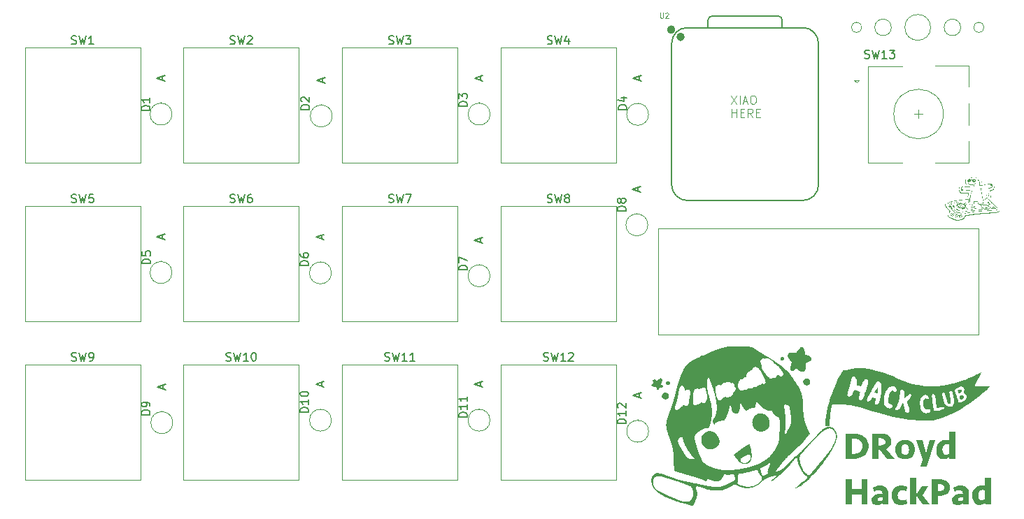
<source format=gbr>
%TF.GenerationSoftware,KiCad,Pcbnew,9.0.2*%
%TF.CreationDate,2025-07-04T04:15:55-07:00*%
%TF.ProjectId,HackPad_Dristi,4861636b-5061-4645-9f44-72697374692e,rev?*%
%TF.SameCoordinates,Original*%
%TF.FileFunction,Legend,Top*%
%TF.FilePolarity,Positive*%
%FSLAX46Y46*%
G04 Gerber Fmt 4.6, Leading zero omitted, Abs format (unit mm)*
G04 Created by KiCad (PCBNEW 9.0.2) date 2025-07-04 04:15:55*
%MOMM*%
%LPD*%
G01*
G04 APERTURE LIST*
%ADD10C,0.100000*%
%ADD11C,0.400000*%
%ADD12C,0.150000*%
%ADD13C,0.101600*%
%ADD14C,0.120000*%
%ADD15C,0.127000*%
%ADD16C,0.504000*%
%ADD17C,0.000000*%
G04 APERTURE END LIST*
D10*
X208962050Y-54600000D02*
G75*
G02*
X205837950Y-54600000I-1562050J0D01*
G01*
X205837950Y-54600000D02*
G75*
G02*
X208962050Y-54600000I1562050J0D01*
G01*
X212600000Y-54600000D02*
G75*
G02*
X210600000Y-54600000I-1000000J0D01*
G01*
X210600000Y-54600000D02*
G75*
G02*
X212600000Y-54600000I1000000J0D01*
G01*
X204200000Y-54600000D02*
G75*
G02*
X202200000Y-54600000I-1000000J0D01*
G01*
X202200000Y-54600000D02*
G75*
G02*
X204200000Y-54600000I1000000J0D01*
G01*
X176000000Y-79000000D02*
X214800000Y-79000000D01*
X214800000Y-91800000D01*
X176000000Y-91800000D01*
X176000000Y-79000000D01*
X200632456Y-54600000D02*
G75*
G02*
X199367544Y-54600000I-632456J0D01*
G01*
X199367544Y-54600000D02*
G75*
G02*
X200632456Y-54600000I632456J0D01*
G01*
X215432456Y-54600000D02*
G75*
G02*
X214167544Y-54600000I-632456J0D01*
G01*
X214167544Y-54600000D02*
G75*
G02*
X215432456Y-54600000I632456J0D01*
G01*
D11*
G36*
X199906134Y-103839114D02*
G01*
X200153847Y-103877985D01*
X200382763Y-103941005D01*
X200602635Y-104029782D01*
X200794759Y-104135916D01*
X200962076Y-104258973D01*
X201110661Y-104403405D01*
X201234903Y-104564953D01*
X201336061Y-104745193D01*
X201410053Y-104937952D01*
X201454838Y-105142191D01*
X201470059Y-105360374D01*
X201454841Y-105578559D01*
X201410058Y-105782867D01*
X201336061Y-105975756D01*
X201234914Y-106155867D01*
X201110674Y-106317351D01*
X200962076Y-106461775D01*
X200794759Y-106584832D01*
X200602635Y-106690966D01*
X200382763Y-106779742D01*
X200153847Y-106842763D01*
X199906134Y-106881633D01*
X199637212Y-106895001D01*
X198700034Y-106895001D01*
X198700034Y-106288887D01*
X199457272Y-106288887D01*
X199683557Y-106288887D01*
X199907660Y-106272288D01*
X200103483Y-106224810D01*
X200281604Y-106145899D01*
X200429108Y-106041848D01*
X200549297Y-105910380D01*
X200639071Y-105751486D01*
X200693778Y-105571924D01*
X200713022Y-105360374D01*
X200693778Y-105148824D01*
X200639071Y-104969262D01*
X200549297Y-104810368D01*
X200429108Y-104678900D01*
X200281604Y-104574849D01*
X200103483Y-104495937D01*
X199907660Y-104448459D01*
X199683557Y-104431860D01*
X199457272Y-104431860D01*
X199457272Y-106288887D01*
X198700034Y-106288887D01*
X198700034Y-103825747D01*
X199637212Y-103825747D01*
X199906134Y-103839114D01*
G37*
G36*
X203160337Y-103841143D02*
G01*
X203411112Y-103885391D01*
X203643791Y-103961724D01*
X203835874Y-104064525D01*
X203997037Y-104200042D01*
X204117572Y-104365164D01*
X204172766Y-104489797D01*
X204207114Y-104631732D01*
X204219128Y-104794359D01*
X204199315Y-104993524D01*
X204141633Y-105171030D01*
X204046039Y-105331559D01*
X203918550Y-105469627D01*
X203759390Y-105585805D01*
X203563647Y-105680356D01*
X204574575Y-106895001D01*
X203642031Y-106895001D01*
X202797140Y-105824631D01*
X202658709Y-105824631D01*
X202658709Y-106895001D01*
X201901471Y-106895001D01*
X201901471Y-105257206D01*
X202658709Y-105257206D01*
X202843284Y-105257206D01*
X203043793Y-105242141D01*
X203199172Y-105201253D01*
X203318825Y-105138925D01*
X203414054Y-105048950D01*
X203470180Y-104940272D01*
X203489697Y-104806651D01*
X203470829Y-104679124D01*
X203417544Y-104580653D01*
X203328094Y-104503997D01*
X203215847Y-104452813D01*
X203068117Y-104418728D01*
X202875725Y-104406068D01*
X202658709Y-104406068D01*
X202658709Y-105257206D01*
X201901471Y-105257206D01*
X201901471Y-103825747D01*
X202880158Y-103825747D01*
X203160337Y-103841143D01*
G37*
G36*
X206068696Y-104597273D02*
G01*
X206240149Y-104627873D01*
X206393518Y-104676885D01*
X206603620Y-104786011D01*
X206772137Y-104926745D01*
X206905459Y-105099385D01*
X207002855Y-105301536D01*
X207061376Y-105522941D01*
X207081441Y-105766599D01*
X207061376Y-106010256D01*
X207002855Y-106231661D01*
X206905459Y-106433812D01*
X206772137Y-106606452D01*
X206603620Y-106747186D01*
X206393518Y-106856312D01*
X206240149Y-106905324D01*
X206068696Y-106935924D01*
X205876468Y-106946585D01*
X205684241Y-106935924D01*
X205512788Y-106905324D01*
X205359419Y-106856312D01*
X205149316Y-106747186D01*
X204980799Y-106606452D01*
X204847432Y-106433819D01*
X204749880Y-106231661D01*
X204691511Y-106010264D01*
X204671496Y-105766599D01*
X205410197Y-105766599D01*
X205433168Y-106001951D01*
X205464268Y-106111475D01*
X205509335Y-106206877D01*
X205571791Y-106288475D01*
X205652602Y-106351353D01*
X205750129Y-106390705D01*
X205876468Y-106404952D01*
X206002808Y-106390705D01*
X206100335Y-106351353D01*
X206181105Y-106288467D01*
X206243401Y-106206877D01*
X206288574Y-106111458D01*
X206319568Y-106001951D01*
X206342740Y-105766599D01*
X206319568Y-105531448D01*
X206288566Y-105421767D01*
X206243401Y-105326320D01*
X206181105Y-105244730D01*
X206100335Y-105181845D01*
X206002808Y-105142493D01*
X205876468Y-105128245D01*
X205750129Y-105142493D01*
X205652602Y-105181845D01*
X205571791Y-105244722D01*
X205509335Y-105326320D01*
X205464277Y-105421750D01*
X205433168Y-105531448D01*
X205410197Y-105766599D01*
X204671496Y-105766599D01*
X204691511Y-105522933D01*
X204749880Y-105301536D01*
X204847432Y-105099378D01*
X204980799Y-104926745D01*
X205149316Y-104786011D01*
X205359419Y-104676885D01*
X205512788Y-104627873D01*
X205684241Y-104597273D01*
X205876468Y-104586613D01*
X206068696Y-104597273D01*
G37*
G36*
X207723219Y-107849306D02*
G01*
X208018619Y-106954242D01*
X207201535Y-104638197D01*
X207967841Y-104638197D01*
X208383334Y-106248386D01*
X208794395Y-104638197D01*
X209537528Y-104638197D01*
X208466554Y-107849306D01*
X207723219Y-107849306D01*
G37*
G36*
X211942032Y-106895001D02*
G01*
X211235572Y-106895001D01*
X211235572Y-106614512D01*
X211114305Y-106750697D01*
X210960927Y-106856715D01*
X210845367Y-106905311D01*
X210711838Y-106935833D01*
X210556919Y-106946585D01*
X210372956Y-106926220D01*
X210201472Y-106865581D01*
X210047041Y-106767910D01*
X209912923Y-106634259D01*
X209805578Y-106471564D01*
X209721297Y-106271155D01*
X209670179Y-106050376D01*
X209652182Y-105794406D01*
X209653301Y-105774860D01*
X210390681Y-105774860D01*
X210403497Y-105950369D01*
X210439059Y-106093608D01*
X210494453Y-106210504D01*
X210576010Y-106303147D01*
X210683234Y-106359117D01*
X210824713Y-106379160D01*
X210974628Y-106360620D01*
X211098825Y-106307618D01*
X211203332Y-106219773D01*
X211203332Y-105165725D01*
X211093703Y-105138636D01*
X210940172Y-105128245D01*
X210763729Y-105149433D01*
X210629389Y-105207888D01*
X210526895Y-105301737D01*
X210454219Y-105424330D01*
X210407606Y-105579201D01*
X210390681Y-105774860D01*
X209653301Y-105774860D01*
X209663385Y-105598681D01*
X209695449Y-105425387D01*
X209746686Y-105271512D01*
X209859194Y-105060804D01*
X210000576Y-104892087D01*
X210172712Y-104758750D01*
X210372344Y-104662981D01*
X210589942Y-104605990D01*
X210824713Y-104586613D01*
X211037094Y-104602531D01*
X211203332Y-104640816D01*
X211203332Y-103632307D01*
X211942032Y-103632307D01*
X211942032Y-106895001D01*
G37*
G36*
X200583659Y-112439001D02*
G01*
X200583659Y-111188086D01*
X199457272Y-111188086D01*
X199457272Y-112439001D01*
X198700034Y-112439001D01*
X198700034Y-109369747D01*
X199457272Y-109369747D01*
X199457272Y-110581973D01*
X200583659Y-110581973D01*
X200583659Y-109369747D01*
X201340897Y-109369747D01*
X201340897Y-112439001D01*
X200583659Y-112439001D01*
G37*
G36*
X203091969Y-110147985D02*
G01*
X203290823Y-110196739D01*
X203457645Y-110273569D01*
X203597701Y-110377652D01*
X203709905Y-110509079D01*
X203793035Y-110671554D01*
X203846292Y-110871766D01*
X203865495Y-111118569D01*
X203865495Y-112439001D01*
X203154400Y-112439001D01*
X203154400Y-112219970D01*
X203034372Y-112317488D01*
X202865852Y-112408977D01*
X202676851Y-112469767D01*
X202466478Y-112490585D01*
X202319589Y-112477293D01*
X202194050Y-112439404D01*
X202082715Y-112378365D01*
X201993154Y-112300167D01*
X201921975Y-112204872D01*
X201868425Y-112093226D01*
X201835805Y-111971666D01*
X201824699Y-111839940D01*
X201826802Y-111815961D01*
X202531160Y-111815961D01*
X202545862Y-111891600D01*
X202588789Y-111949758D01*
X202655272Y-111986748D01*
X202752810Y-112000536D01*
X202857002Y-111993507D01*
X202953504Y-111972930D01*
X203126795Y-111898980D01*
X203126795Y-111562071D01*
X202928115Y-111582826D01*
X202757445Y-111603580D01*
X202651257Y-111630233D01*
X202584048Y-111674137D01*
X202545002Y-111734251D01*
X202531160Y-111815961D01*
X201826802Y-111815961D01*
X201838389Y-111683811D01*
X201876695Y-111555748D01*
X201937395Y-111450236D01*
X202020961Y-111363392D01*
X202160389Y-111275725D01*
X202342268Y-111211648D01*
X202577303Y-111175190D01*
X202861217Y-111159876D01*
X203126795Y-111149398D01*
X203126795Y-111076254D01*
X203109397Y-110941402D01*
X203062097Y-110843888D01*
X202986219Y-110773914D01*
X202875130Y-110728223D01*
X202715734Y-110710934D01*
X202556350Y-110720298D01*
X202404214Y-110748010D01*
X202258846Y-110792395D01*
X202129569Y-110849364D01*
X201995572Y-110337956D01*
X202166765Y-110256287D01*
X202376407Y-110188242D01*
X202601716Y-110145494D01*
X202854366Y-110130613D01*
X203091969Y-110147985D01*
G37*
G36*
X205453116Y-110130613D02*
G01*
X205627217Y-110139920D01*
X205797077Y-110167689D01*
X205958601Y-110212927D01*
X206090260Y-110269446D01*
X206016511Y-110796974D01*
X205806346Y-110736726D01*
X205683399Y-110717378D01*
X205559307Y-110710934D01*
X205368962Y-110730941D01*
X205224945Y-110785519D01*
X205116208Y-110871126D01*
X205036648Y-110986153D01*
X204986541Y-111129970D01*
X204968508Y-111310599D01*
X204986541Y-111491227D01*
X205036648Y-111635044D01*
X205116208Y-111750071D01*
X205224945Y-111835678D01*
X205368962Y-111890256D01*
X205559307Y-111910264D01*
X205683399Y-111903819D01*
X205806346Y-111884472D01*
X206016511Y-111824223D01*
X206090260Y-112351751D01*
X205958601Y-112408271D01*
X205797077Y-112453509D01*
X205627217Y-112481277D01*
X205453116Y-112490585D01*
X205176282Y-112468315D01*
X204938484Y-112404947D01*
X204725476Y-112300484D01*
X204553014Y-112164356D01*
X204415274Y-111995011D01*
X204312826Y-111791983D01*
X204251204Y-111566519D01*
X204229808Y-111310599D01*
X204251209Y-111054705D01*
X204312826Y-110829416D01*
X204415286Y-110626218D01*
X204553014Y-110456842D01*
X204725476Y-110320713D01*
X204938484Y-110216250D01*
X205176282Y-110152882D01*
X205453116Y-110130613D01*
G37*
G36*
X206482380Y-112439001D02*
G01*
X206482380Y-109176307D01*
X207221080Y-109176307D01*
X207221080Y-111232819D01*
X207899733Y-110182197D01*
X208698279Y-110174540D01*
X207968848Y-111288232D01*
X208795403Y-112439001D01*
X207950512Y-112439001D01*
X207221080Y-111343645D01*
X207221080Y-112439001D01*
X206482380Y-112439001D01*
G37*
G36*
X210274838Y-109385174D02*
G01*
X210528104Y-109429391D01*
X210762202Y-109506434D01*
X210952867Y-109610742D01*
X211111321Y-109749324D01*
X211229930Y-109920649D01*
X211283809Y-110049635D01*
X211317471Y-110196929D01*
X211329269Y-110365965D01*
X211317021Y-110525468D01*
X211281399Y-110670026D01*
X211223079Y-110802213D01*
X211097330Y-110978824D01*
X210929896Y-111125823D01*
X210730072Y-111239361D01*
X210489013Y-111325510D01*
X210228686Y-111376696D01*
X209939723Y-111394423D01*
X209861138Y-111394423D01*
X209861138Y-112439001D01*
X209103900Y-112439001D01*
X209103900Y-110814102D01*
X209861138Y-110814102D01*
X209985867Y-110814102D01*
X210183038Y-110798748D01*
X210331773Y-110757512D01*
X210442869Y-110695216D01*
X210530099Y-110606275D01*
X210581840Y-110499971D01*
X210599838Y-110370599D01*
X210583940Y-110245302D01*
X210539312Y-110146631D01*
X210466073Y-110068084D01*
X210358546Y-110007148D01*
X210206216Y-109965786D01*
X209994934Y-109950068D01*
X209861138Y-109950068D01*
X209861138Y-110814102D01*
X209103900Y-110814102D01*
X209103900Y-109369747D01*
X209990300Y-109369747D01*
X210274838Y-109385174D01*
G37*
G36*
X212838137Y-110147985D02*
G01*
X213036992Y-110196739D01*
X213203813Y-110273569D01*
X213343870Y-110377652D01*
X213456074Y-110509079D01*
X213539204Y-110671554D01*
X213592461Y-110871766D01*
X213611664Y-111118569D01*
X213611664Y-112439001D01*
X212900569Y-112439001D01*
X212900569Y-112219970D01*
X212780541Y-112317488D01*
X212612021Y-112408977D01*
X212423020Y-112469767D01*
X212212647Y-112490585D01*
X212065758Y-112477293D01*
X211940218Y-112439404D01*
X211828884Y-112378365D01*
X211739323Y-112300167D01*
X211668144Y-112204872D01*
X211614594Y-112093226D01*
X211581974Y-111971666D01*
X211570868Y-111839940D01*
X211572970Y-111815961D01*
X212277329Y-111815961D01*
X212292031Y-111891600D01*
X212334958Y-111949758D01*
X212401441Y-111986748D01*
X212498979Y-112000536D01*
X212603171Y-111993507D01*
X212699673Y-111972930D01*
X212872964Y-111898980D01*
X212872964Y-111562071D01*
X212674284Y-111582826D01*
X212503613Y-111603580D01*
X212397426Y-111630233D01*
X212330217Y-111674137D01*
X212291170Y-111734251D01*
X212277329Y-111815961D01*
X211572970Y-111815961D01*
X211584557Y-111683811D01*
X211622864Y-111555748D01*
X211683564Y-111450236D01*
X211767130Y-111363392D01*
X211906558Y-111275725D01*
X212088436Y-111211648D01*
X212323472Y-111175190D01*
X212607386Y-111159876D01*
X212872964Y-111149398D01*
X212872964Y-111076254D01*
X212855566Y-110941402D01*
X212808266Y-110843888D01*
X212732388Y-110773914D01*
X212621299Y-110728223D01*
X212461903Y-110710934D01*
X212302519Y-110720298D01*
X212150383Y-110748010D01*
X212005015Y-110792395D01*
X211875738Y-110849364D01*
X211741741Y-110337956D01*
X211912934Y-110256287D01*
X212122576Y-110188242D01*
X212347885Y-110145494D01*
X212600535Y-110130613D01*
X212838137Y-110147985D01*
G37*
G36*
X216275095Y-112439001D02*
G01*
X215568635Y-112439001D01*
X215568635Y-112158512D01*
X215447369Y-112294697D01*
X215293990Y-112400715D01*
X215178431Y-112449311D01*
X215044902Y-112479833D01*
X214889982Y-112490585D01*
X214706019Y-112470220D01*
X214534535Y-112409581D01*
X214380104Y-112311910D01*
X214245987Y-112178259D01*
X214138642Y-112015564D01*
X214054360Y-111815155D01*
X214003243Y-111594376D01*
X213985245Y-111338406D01*
X213986364Y-111318860D01*
X214723744Y-111318860D01*
X214736560Y-111494369D01*
X214772122Y-111637608D01*
X214827517Y-111754504D01*
X214909073Y-111847147D01*
X215016298Y-111903117D01*
X215157776Y-111923160D01*
X215307692Y-111904620D01*
X215431888Y-111851618D01*
X215536395Y-111763773D01*
X215536395Y-110709725D01*
X215426766Y-110682636D01*
X215273236Y-110672245D01*
X215096792Y-110693433D01*
X214962453Y-110751888D01*
X214859959Y-110845737D01*
X214787282Y-110968330D01*
X214740670Y-111123201D01*
X214723744Y-111318860D01*
X213986364Y-111318860D01*
X213996448Y-111142681D01*
X214028513Y-110969387D01*
X214079749Y-110815512D01*
X214192257Y-110604804D01*
X214333640Y-110436087D01*
X214505775Y-110302750D01*
X214705408Y-110206981D01*
X214923006Y-110149990D01*
X215157776Y-110130613D01*
X215370157Y-110146531D01*
X215536395Y-110184816D01*
X215536395Y-109176307D01*
X216275095Y-109176307D01*
X216275095Y-112439001D01*
G37*
D10*
X184808646Y-62862475D02*
X185475312Y-63862475D01*
X185475312Y-62862475D02*
X184808646Y-63862475D01*
X185856265Y-63862475D02*
X185856265Y-62862475D01*
X186284836Y-63576760D02*
X186761026Y-63576760D01*
X186189598Y-63862475D02*
X186522931Y-62862475D01*
X186522931Y-62862475D02*
X186856264Y-63862475D01*
X187380074Y-62862475D02*
X187570550Y-62862475D01*
X187570550Y-62862475D02*
X187665788Y-62910094D01*
X187665788Y-62910094D02*
X187761026Y-63005332D01*
X187761026Y-63005332D02*
X187808645Y-63195808D01*
X187808645Y-63195808D02*
X187808645Y-63529141D01*
X187808645Y-63529141D02*
X187761026Y-63719617D01*
X187761026Y-63719617D02*
X187665788Y-63814856D01*
X187665788Y-63814856D02*
X187570550Y-63862475D01*
X187570550Y-63862475D02*
X187380074Y-63862475D01*
X187380074Y-63862475D02*
X187284836Y-63814856D01*
X187284836Y-63814856D02*
X187189598Y-63719617D01*
X187189598Y-63719617D02*
X187141979Y-63529141D01*
X187141979Y-63529141D02*
X187141979Y-63195808D01*
X187141979Y-63195808D02*
X187189598Y-63005332D01*
X187189598Y-63005332D02*
X187284836Y-62910094D01*
X187284836Y-62910094D02*
X187380074Y-62862475D01*
X184903884Y-65472419D02*
X184903884Y-64472419D01*
X184903884Y-64948609D02*
X185475312Y-64948609D01*
X185475312Y-65472419D02*
X185475312Y-64472419D01*
X185951503Y-64948609D02*
X186284836Y-64948609D01*
X186427693Y-65472419D02*
X185951503Y-65472419D01*
X185951503Y-65472419D02*
X185951503Y-64472419D01*
X185951503Y-64472419D02*
X186427693Y-64472419D01*
X187427693Y-65472419D02*
X187094360Y-64996228D01*
X186856265Y-65472419D02*
X186856265Y-64472419D01*
X186856265Y-64472419D02*
X187237217Y-64472419D01*
X187237217Y-64472419D02*
X187332455Y-64520038D01*
X187332455Y-64520038D02*
X187380074Y-64567657D01*
X187380074Y-64567657D02*
X187427693Y-64662895D01*
X187427693Y-64662895D02*
X187427693Y-64805752D01*
X187427693Y-64805752D02*
X187380074Y-64900990D01*
X187380074Y-64900990D02*
X187332455Y-64948609D01*
X187332455Y-64948609D02*
X187237217Y-64996228D01*
X187237217Y-64996228D02*
X186856265Y-64996228D01*
X187856265Y-64948609D02*
X188189598Y-64948609D01*
X188332455Y-65472419D02*
X187856265Y-65472419D01*
X187856265Y-65472419D02*
X187856265Y-64472419D01*
X187856265Y-64472419D02*
X188332455Y-64472419D01*
D12*
X200990476Y-58307200D02*
X201133333Y-58354819D01*
X201133333Y-58354819D02*
X201371428Y-58354819D01*
X201371428Y-58354819D02*
X201466666Y-58307200D01*
X201466666Y-58307200D02*
X201514285Y-58259580D01*
X201514285Y-58259580D02*
X201561904Y-58164342D01*
X201561904Y-58164342D02*
X201561904Y-58069104D01*
X201561904Y-58069104D02*
X201514285Y-57973866D01*
X201514285Y-57973866D02*
X201466666Y-57926247D01*
X201466666Y-57926247D02*
X201371428Y-57878628D01*
X201371428Y-57878628D02*
X201180952Y-57831009D01*
X201180952Y-57831009D02*
X201085714Y-57783390D01*
X201085714Y-57783390D02*
X201038095Y-57735771D01*
X201038095Y-57735771D02*
X200990476Y-57640533D01*
X200990476Y-57640533D02*
X200990476Y-57545295D01*
X200990476Y-57545295D02*
X201038095Y-57450057D01*
X201038095Y-57450057D02*
X201085714Y-57402438D01*
X201085714Y-57402438D02*
X201180952Y-57354819D01*
X201180952Y-57354819D02*
X201419047Y-57354819D01*
X201419047Y-57354819D02*
X201561904Y-57402438D01*
X201895238Y-57354819D02*
X202133333Y-58354819D01*
X202133333Y-58354819D02*
X202323809Y-57640533D01*
X202323809Y-57640533D02*
X202514285Y-58354819D01*
X202514285Y-58354819D02*
X202752381Y-57354819D01*
X203657142Y-58354819D02*
X203085714Y-58354819D01*
X203371428Y-58354819D02*
X203371428Y-57354819D01*
X203371428Y-57354819D02*
X203276190Y-57497676D01*
X203276190Y-57497676D02*
X203180952Y-57592914D01*
X203180952Y-57592914D02*
X203085714Y-57640533D01*
X203990476Y-57354819D02*
X204609523Y-57354819D01*
X204609523Y-57354819D02*
X204276190Y-57735771D01*
X204276190Y-57735771D02*
X204419047Y-57735771D01*
X204419047Y-57735771D02*
X204514285Y-57783390D01*
X204514285Y-57783390D02*
X204561904Y-57831009D01*
X204561904Y-57831009D02*
X204609523Y-57926247D01*
X204609523Y-57926247D02*
X204609523Y-58164342D01*
X204609523Y-58164342D02*
X204561904Y-58259580D01*
X204561904Y-58259580D02*
X204514285Y-58307200D01*
X204514285Y-58307200D02*
X204419047Y-58354819D01*
X204419047Y-58354819D02*
X204133333Y-58354819D01*
X204133333Y-58354819D02*
X204038095Y-58307200D01*
X204038095Y-58307200D02*
X203990476Y-58259580D01*
D13*
X176236190Y-52821979D02*
X176236190Y-53336026D01*
X176236190Y-53336026D02*
X176266428Y-53396502D01*
X176266428Y-53396502D02*
X176296666Y-53426741D01*
X176296666Y-53426741D02*
X176357142Y-53456979D01*
X176357142Y-53456979D02*
X176478095Y-53456979D01*
X176478095Y-53456979D02*
X176538571Y-53426741D01*
X176538571Y-53426741D02*
X176568809Y-53396502D01*
X176568809Y-53396502D02*
X176599047Y-53336026D01*
X176599047Y-53336026D02*
X176599047Y-52821979D01*
X176871190Y-52882455D02*
X176901428Y-52852217D01*
X176901428Y-52852217D02*
X176961904Y-52821979D01*
X176961904Y-52821979D02*
X177113095Y-52821979D01*
X177113095Y-52821979D02*
X177173571Y-52852217D01*
X177173571Y-52852217D02*
X177203809Y-52882455D01*
X177203809Y-52882455D02*
X177234047Y-52942931D01*
X177234047Y-52942931D02*
X177234047Y-53003407D01*
X177234047Y-53003407D02*
X177203809Y-53094121D01*
X177203809Y-53094121D02*
X176840952Y-53456979D01*
X176840952Y-53456979D02*
X177234047Y-53456979D01*
D12*
X152854819Y-101814285D02*
X151854819Y-101814285D01*
X151854819Y-101814285D02*
X151854819Y-101576190D01*
X151854819Y-101576190D02*
X151902438Y-101433333D01*
X151902438Y-101433333D02*
X151997676Y-101338095D01*
X151997676Y-101338095D02*
X152092914Y-101290476D01*
X152092914Y-101290476D02*
X152283390Y-101242857D01*
X152283390Y-101242857D02*
X152426247Y-101242857D01*
X152426247Y-101242857D02*
X152616723Y-101290476D01*
X152616723Y-101290476D02*
X152711961Y-101338095D01*
X152711961Y-101338095D02*
X152807200Y-101433333D01*
X152807200Y-101433333D02*
X152854819Y-101576190D01*
X152854819Y-101576190D02*
X152854819Y-101814285D01*
X152854819Y-100290476D02*
X152854819Y-100861904D01*
X152854819Y-100576190D02*
X151854819Y-100576190D01*
X151854819Y-100576190D02*
X151997676Y-100671428D01*
X151997676Y-100671428D02*
X152092914Y-100766666D01*
X152092914Y-100766666D02*
X152140533Y-100861904D01*
X152854819Y-99338095D02*
X152854819Y-99909523D01*
X152854819Y-99623809D02*
X151854819Y-99623809D01*
X151854819Y-99623809D02*
X151997676Y-99719047D01*
X151997676Y-99719047D02*
X152092914Y-99814285D01*
X152092914Y-99814285D02*
X152140533Y-99909523D01*
X154469104Y-98112409D02*
X154469104Y-97636219D01*
X154754819Y-98207647D02*
X153754819Y-97874314D01*
X153754819Y-97874314D02*
X154754819Y-97540981D01*
X114454819Y-64638094D02*
X113454819Y-64638094D01*
X113454819Y-64638094D02*
X113454819Y-64399999D01*
X113454819Y-64399999D02*
X113502438Y-64257142D01*
X113502438Y-64257142D02*
X113597676Y-64161904D01*
X113597676Y-64161904D02*
X113692914Y-64114285D01*
X113692914Y-64114285D02*
X113883390Y-64066666D01*
X113883390Y-64066666D02*
X114026247Y-64066666D01*
X114026247Y-64066666D02*
X114216723Y-64114285D01*
X114216723Y-64114285D02*
X114311961Y-64161904D01*
X114311961Y-64161904D02*
X114407200Y-64257142D01*
X114407200Y-64257142D02*
X114454819Y-64399999D01*
X114454819Y-64399999D02*
X114454819Y-64638094D01*
X114454819Y-63114285D02*
X114454819Y-63685713D01*
X114454819Y-63399999D02*
X113454819Y-63399999D01*
X113454819Y-63399999D02*
X113597676Y-63495237D01*
X113597676Y-63495237D02*
X113692914Y-63590475D01*
X113692914Y-63590475D02*
X113740533Y-63685713D01*
X115969104Y-61012409D02*
X115969104Y-60536219D01*
X116254819Y-61107647D02*
X115254819Y-60774314D01*
X115254819Y-60774314D02*
X116254819Y-60440981D01*
X114528448Y-83238094D02*
X113528448Y-83238094D01*
X113528448Y-83238094D02*
X113528448Y-82999999D01*
X113528448Y-82999999D02*
X113576067Y-82857142D01*
X113576067Y-82857142D02*
X113671305Y-82761904D01*
X113671305Y-82761904D02*
X113766543Y-82714285D01*
X113766543Y-82714285D02*
X113957019Y-82666666D01*
X113957019Y-82666666D02*
X114099876Y-82666666D01*
X114099876Y-82666666D02*
X114290352Y-82714285D01*
X114290352Y-82714285D02*
X114385590Y-82761904D01*
X114385590Y-82761904D02*
X114480829Y-82857142D01*
X114480829Y-82857142D02*
X114528448Y-82999999D01*
X114528448Y-82999999D02*
X114528448Y-83238094D01*
X113528448Y-81761904D02*
X113528448Y-82238094D01*
X113528448Y-82238094D02*
X114004638Y-82285713D01*
X114004638Y-82285713D02*
X113957019Y-82238094D01*
X113957019Y-82238094D02*
X113909400Y-82142856D01*
X113909400Y-82142856D02*
X113909400Y-81904761D01*
X113909400Y-81904761D02*
X113957019Y-81809523D01*
X113957019Y-81809523D02*
X114004638Y-81761904D01*
X114004638Y-81761904D02*
X114099876Y-81714285D01*
X114099876Y-81714285D02*
X114337971Y-81714285D01*
X114337971Y-81714285D02*
X114433209Y-81761904D01*
X114433209Y-81761904D02*
X114480829Y-81809523D01*
X114480829Y-81809523D02*
X114528448Y-81904761D01*
X114528448Y-81904761D02*
X114528448Y-82142856D01*
X114528448Y-82142856D02*
X114480829Y-82238094D01*
X114480829Y-82238094D02*
X114433209Y-82285713D01*
X115969104Y-80212409D02*
X115969104Y-79736219D01*
X116254819Y-80307647D02*
X115254819Y-79974314D01*
X115254819Y-79974314D02*
X116254819Y-79640981D01*
X143376667Y-75783200D02*
X143519524Y-75830819D01*
X143519524Y-75830819D02*
X143757619Y-75830819D01*
X143757619Y-75830819D02*
X143852857Y-75783200D01*
X143852857Y-75783200D02*
X143900476Y-75735580D01*
X143900476Y-75735580D02*
X143948095Y-75640342D01*
X143948095Y-75640342D02*
X143948095Y-75545104D01*
X143948095Y-75545104D02*
X143900476Y-75449866D01*
X143900476Y-75449866D02*
X143852857Y-75402247D01*
X143852857Y-75402247D02*
X143757619Y-75354628D01*
X143757619Y-75354628D02*
X143567143Y-75307009D01*
X143567143Y-75307009D02*
X143471905Y-75259390D01*
X143471905Y-75259390D02*
X143424286Y-75211771D01*
X143424286Y-75211771D02*
X143376667Y-75116533D01*
X143376667Y-75116533D02*
X143376667Y-75021295D01*
X143376667Y-75021295D02*
X143424286Y-74926057D01*
X143424286Y-74926057D02*
X143471905Y-74878438D01*
X143471905Y-74878438D02*
X143567143Y-74830819D01*
X143567143Y-74830819D02*
X143805238Y-74830819D01*
X143805238Y-74830819D02*
X143948095Y-74878438D01*
X144281429Y-74830819D02*
X144519524Y-75830819D01*
X144519524Y-75830819D02*
X144710000Y-75116533D01*
X144710000Y-75116533D02*
X144900476Y-75830819D01*
X144900476Y-75830819D02*
X145138572Y-74830819D01*
X145424286Y-74830819D02*
X146090952Y-74830819D01*
X146090952Y-74830819D02*
X145662381Y-75830819D01*
X142900476Y-94983200D02*
X143043333Y-95030819D01*
X143043333Y-95030819D02*
X143281428Y-95030819D01*
X143281428Y-95030819D02*
X143376666Y-94983200D01*
X143376666Y-94983200D02*
X143424285Y-94935580D01*
X143424285Y-94935580D02*
X143471904Y-94840342D01*
X143471904Y-94840342D02*
X143471904Y-94745104D01*
X143471904Y-94745104D02*
X143424285Y-94649866D01*
X143424285Y-94649866D02*
X143376666Y-94602247D01*
X143376666Y-94602247D02*
X143281428Y-94554628D01*
X143281428Y-94554628D02*
X143090952Y-94507009D01*
X143090952Y-94507009D02*
X142995714Y-94459390D01*
X142995714Y-94459390D02*
X142948095Y-94411771D01*
X142948095Y-94411771D02*
X142900476Y-94316533D01*
X142900476Y-94316533D02*
X142900476Y-94221295D01*
X142900476Y-94221295D02*
X142948095Y-94126057D01*
X142948095Y-94126057D02*
X142995714Y-94078438D01*
X142995714Y-94078438D02*
X143090952Y-94030819D01*
X143090952Y-94030819D02*
X143329047Y-94030819D01*
X143329047Y-94030819D02*
X143471904Y-94078438D01*
X143805238Y-94030819D02*
X144043333Y-95030819D01*
X144043333Y-95030819D02*
X144233809Y-94316533D01*
X144233809Y-94316533D02*
X144424285Y-95030819D01*
X144424285Y-95030819D02*
X144662381Y-94030819D01*
X145567142Y-95030819D02*
X144995714Y-95030819D01*
X145281428Y-95030819D02*
X145281428Y-94030819D01*
X145281428Y-94030819D02*
X145186190Y-94173676D01*
X145186190Y-94173676D02*
X145090952Y-94268914D01*
X145090952Y-94268914D02*
X144995714Y-94316533D01*
X146519523Y-95030819D02*
X145948095Y-95030819D01*
X146233809Y-95030819D02*
X146233809Y-94030819D01*
X146233809Y-94030819D02*
X146138571Y-94173676D01*
X146138571Y-94173676D02*
X146043333Y-94268914D01*
X146043333Y-94268914D02*
X145948095Y-94316533D01*
X133754819Y-64538094D02*
X132754819Y-64538094D01*
X132754819Y-64538094D02*
X132754819Y-64299999D01*
X132754819Y-64299999D02*
X132802438Y-64157142D01*
X132802438Y-64157142D02*
X132897676Y-64061904D01*
X132897676Y-64061904D02*
X132992914Y-64014285D01*
X132992914Y-64014285D02*
X133183390Y-63966666D01*
X133183390Y-63966666D02*
X133326247Y-63966666D01*
X133326247Y-63966666D02*
X133516723Y-64014285D01*
X133516723Y-64014285D02*
X133611961Y-64061904D01*
X133611961Y-64061904D02*
X133707200Y-64157142D01*
X133707200Y-64157142D02*
X133754819Y-64299999D01*
X133754819Y-64299999D02*
X133754819Y-64538094D01*
X132850057Y-63585713D02*
X132802438Y-63538094D01*
X132802438Y-63538094D02*
X132754819Y-63442856D01*
X132754819Y-63442856D02*
X132754819Y-63204761D01*
X132754819Y-63204761D02*
X132802438Y-63109523D01*
X132802438Y-63109523D02*
X132850057Y-63061904D01*
X132850057Y-63061904D02*
X132945295Y-63014285D01*
X132945295Y-63014285D02*
X133040533Y-63014285D01*
X133040533Y-63014285D02*
X133183390Y-63061904D01*
X133183390Y-63061904D02*
X133754819Y-63633332D01*
X133754819Y-63633332D02*
X133754819Y-63014285D01*
X135369104Y-61238094D02*
X135369104Y-60761904D01*
X135654819Y-61333332D02*
X134654819Y-60999999D01*
X134654819Y-60999999D02*
X135654819Y-60666666D01*
X172054819Y-76838094D02*
X171054819Y-76838094D01*
X171054819Y-76838094D02*
X171054819Y-76599999D01*
X171054819Y-76599999D02*
X171102438Y-76457142D01*
X171102438Y-76457142D02*
X171197676Y-76361904D01*
X171197676Y-76361904D02*
X171292914Y-76314285D01*
X171292914Y-76314285D02*
X171483390Y-76266666D01*
X171483390Y-76266666D02*
X171626247Y-76266666D01*
X171626247Y-76266666D02*
X171816723Y-76314285D01*
X171816723Y-76314285D02*
X171911961Y-76361904D01*
X171911961Y-76361904D02*
X172007200Y-76457142D01*
X172007200Y-76457142D02*
X172054819Y-76599999D01*
X172054819Y-76599999D02*
X172054819Y-76838094D01*
X171483390Y-75695237D02*
X171435771Y-75790475D01*
X171435771Y-75790475D02*
X171388152Y-75838094D01*
X171388152Y-75838094D02*
X171292914Y-75885713D01*
X171292914Y-75885713D02*
X171245295Y-75885713D01*
X171245295Y-75885713D02*
X171150057Y-75838094D01*
X171150057Y-75838094D02*
X171102438Y-75790475D01*
X171102438Y-75790475D02*
X171054819Y-75695237D01*
X171054819Y-75695237D02*
X171054819Y-75504761D01*
X171054819Y-75504761D02*
X171102438Y-75409523D01*
X171102438Y-75409523D02*
X171150057Y-75361904D01*
X171150057Y-75361904D02*
X171245295Y-75314285D01*
X171245295Y-75314285D02*
X171292914Y-75314285D01*
X171292914Y-75314285D02*
X171388152Y-75361904D01*
X171388152Y-75361904D02*
X171435771Y-75409523D01*
X171435771Y-75409523D02*
X171483390Y-75504761D01*
X171483390Y-75504761D02*
X171483390Y-75695237D01*
X171483390Y-75695237D02*
X171531009Y-75790475D01*
X171531009Y-75790475D02*
X171578628Y-75838094D01*
X171578628Y-75838094D02*
X171673866Y-75885713D01*
X171673866Y-75885713D02*
X171864342Y-75885713D01*
X171864342Y-75885713D02*
X171959580Y-75838094D01*
X171959580Y-75838094D02*
X172007200Y-75790475D01*
X172007200Y-75790475D02*
X172054819Y-75695237D01*
X172054819Y-75695237D02*
X172054819Y-75504761D01*
X172054819Y-75504761D02*
X172007200Y-75409523D01*
X172007200Y-75409523D02*
X171959580Y-75361904D01*
X171959580Y-75361904D02*
X171864342Y-75314285D01*
X171864342Y-75314285D02*
X171673866Y-75314285D01*
X171673866Y-75314285D02*
X171578628Y-75361904D01*
X171578628Y-75361904D02*
X171531009Y-75409523D01*
X171531009Y-75409523D02*
X171483390Y-75504761D01*
X173569104Y-74438094D02*
X173569104Y-73961904D01*
X173854819Y-74533332D02*
X172854819Y-74199999D01*
X172854819Y-74199999D02*
X173854819Y-73866666D01*
X162576667Y-56583200D02*
X162719524Y-56630819D01*
X162719524Y-56630819D02*
X162957619Y-56630819D01*
X162957619Y-56630819D02*
X163052857Y-56583200D01*
X163052857Y-56583200D02*
X163100476Y-56535580D01*
X163100476Y-56535580D02*
X163148095Y-56440342D01*
X163148095Y-56440342D02*
X163148095Y-56345104D01*
X163148095Y-56345104D02*
X163100476Y-56249866D01*
X163100476Y-56249866D02*
X163052857Y-56202247D01*
X163052857Y-56202247D02*
X162957619Y-56154628D01*
X162957619Y-56154628D02*
X162767143Y-56107009D01*
X162767143Y-56107009D02*
X162671905Y-56059390D01*
X162671905Y-56059390D02*
X162624286Y-56011771D01*
X162624286Y-56011771D02*
X162576667Y-55916533D01*
X162576667Y-55916533D02*
X162576667Y-55821295D01*
X162576667Y-55821295D02*
X162624286Y-55726057D01*
X162624286Y-55726057D02*
X162671905Y-55678438D01*
X162671905Y-55678438D02*
X162767143Y-55630819D01*
X162767143Y-55630819D02*
X163005238Y-55630819D01*
X163005238Y-55630819D02*
X163148095Y-55678438D01*
X163481429Y-55630819D02*
X163719524Y-56630819D01*
X163719524Y-56630819D02*
X163910000Y-55916533D01*
X163910000Y-55916533D02*
X164100476Y-56630819D01*
X164100476Y-56630819D02*
X164338572Y-55630819D01*
X165148095Y-55964152D02*
X165148095Y-56630819D01*
X164910000Y-55583200D02*
X164671905Y-56297485D01*
X164671905Y-56297485D02*
X165290952Y-56297485D01*
X124176667Y-56583200D02*
X124319524Y-56630819D01*
X124319524Y-56630819D02*
X124557619Y-56630819D01*
X124557619Y-56630819D02*
X124652857Y-56583200D01*
X124652857Y-56583200D02*
X124700476Y-56535580D01*
X124700476Y-56535580D02*
X124748095Y-56440342D01*
X124748095Y-56440342D02*
X124748095Y-56345104D01*
X124748095Y-56345104D02*
X124700476Y-56249866D01*
X124700476Y-56249866D02*
X124652857Y-56202247D01*
X124652857Y-56202247D02*
X124557619Y-56154628D01*
X124557619Y-56154628D02*
X124367143Y-56107009D01*
X124367143Y-56107009D02*
X124271905Y-56059390D01*
X124271905Y-56059390D02*
X124224286Y-56011771D01*
X124224286Y-56011771D02*
X124176667Y-55916533D01*
X124176667Y-55916533D02*
X124176667Y-55821295D01*
X124176667Y-55821295D02*
X124224286Y-55726057D01*
X124224286Y-55726057D02*
X124271905Y-55678438D01*
X124271905Y-55678438D02*
X124367143Y-55630819D01*
X124367143Y-55630819D02*
X124605238Y-55630819D01*
X124605238Y-55630819D02*
X124748095Y-55678438D01*
X125081429Y-55630819D02*
X125319524Y-56630819D01*
X125319524Y-56630819D02*
X125510000Y-55916533D01*
X125510000Y-55916533D02*
X125700476Y-56630819D01*
X125700476Y-56630819D02*
X125938572Y-55630819D01*
X126271905Y-55726057D02*
X126319524Y-55678438D01*
X126319524Y-55678438D02*
X126414762Y-55630819D01*
X126414762Y-55630819D02*
X126652857Y-55630819D01*
X126652857Y-55630819D02*
X126748095Y-55678438D01*
X126748095Y-55678438D02*
X126795714Y-55726057D01*
X126795714Y-55726057D02*
X126843333Y-55821295D01*
X126843333Y-55821295D02*
X126843333Y-55916533D01*
X126843333Y-55916533D02*
X126795714Y-56059390D01*
X126795714Y-56059390D02*
X126224286Y-56630819D01*
X126224286Y-56630819D02*
X126843333Y-56630819D01*
X133654819Y-83438094D02*
X132654819Y-83438094D01*
X132654819Y-83438094D02*
X132654819Y-83199999D01*
X132654819Y-83199999D02*
X132702438Y-83057142D01*
X132702438Y-83057142D02*
X132797676Y-82961904D01*
X132797676Y-82961904D02*
X132892914Y-82914285D01*
X132892914Y-82914285D02*
X133083390Y-82866666D01*
X133083390Y-82866666D02*
X133226247Y-82866666D01*
X133226247Y-82866666D02*
X133416723Y-82914285D01*
X133416723Y-82914285D02*
X133511961Y-82961904D01*
X133511961Y-82961904D02*
X133607200Y-83057142D01*
X133607200Y-83057142D02*
X133654819Y-83199999D01*
X133654819Y-83199999D02*
X133654819Y-83438094D01*
X132654819Y-82009523D02*
X132654819Y-82199999D01*
X132654819Y-82199999D02*
X132702438Y-82295237D01*
X132702438Y-82295237D02*
X132750057Y-82342856D01*
X132750057Y-82342856D02*
X132892914Y-82438094D01*
X132892914Y-82438094D02*
X133083390Y-82485713D01*
X133083390Y-82485713D02*
X133464342Y-82485713D01*
X133464342Y-82485713D02*
X133559580Y-82438094D01*
X133559580Y-82438094D02*
X133607200Y-82390475D01*
X133607200Y-82390475D02*
X133654819Y-82295237D01*
X133654819Y-82295237D02*
X133654819Y-82104761D01*
X133654819Y-82104761D02*
X133607200Y-82009523D01*
X133607200Y-82009523D02*
X133559580Y-81961904D01*
X133559580Y-81961904D02*
X133464342Y-81914285D01*
X133464342Y-81914285D02*
X133226247Y-81914285D01*
X133226247Y-81914285D02*
X133131009Y-81961904D01*
X133131009Y-81961904D02*
X133083390Y-82009523D01*
X133083390Y-82009523D02*
X133035771Y-82104761D01*
X133035771Y-82104761D02*
X133035771Y-82295237D01*
X133035771Y-82295237D02*
X133083390Y-82390475D01*
X133083390Y-82390475D02*
X133131009Y-82438094D01*
X133131009Y-82438094D02*
X133226247Y-82485713D01*
X135269104Y-80262409D02*
X135269104Y-79786219D01*
X135554819Y-80357647D02*
X134554819Y-80024314D01*
X134554819Y-80024314D02*
X135554819Y-79690981D01*
X162100476Y-94983200D02*
X162243333Y-95030819D01*
X162243333Y-95030819D02*
X162481428Y-95030819D01*
X162481428Y-95030819D02*
X162576666Y-94983200D01*
X162576666Y-94983200D02*
X162624285Y-94935580D01*
X162624285Y-94935580D02*
X162671904Y-94840342D01*
X162671904Y-94840342D02*
X162671904Y-94745104D01*
X162671904Y-94745104D02*
X162624285Y-94649866D01*
X162624285Y-94649866D02*
X162576666Y-94602247D01*
X162576666Y-94602247D02*
X162481428Y-94554628D01*
X162481428Y-94554628D02*
X162290952Y-94507009D01*
X162290952Y-94507009D02*
X162195714Y-94459390D01*
X162195714Y-94459390D02*
X162148095Y-94411771D01*
X162148095Y-94411771D02*
X162100476Y-94316533D01*
X162100476Y-94316533D02*
X162100476Y-94221295D01*
X162100476Y-94221295D02*
X162148095Y-94126057D01*
X162148095Y-94126057D02*
X162195714Y-94078438D01*
X162195714Y-94078438D02*
X162290952Y-94030819D01*
X162290952Y-94030819D02*
X162529047Y-94030819D01*
X162529047Y-94030819D02*
X162671904Y-94078438D01*
X163005238Y-94030819D02*
X163243333Y-95030819D01*
X163243333Y-95030819D02*
X163433809Y-94316533D01*
X163433809Y-94316533D02*
X163624285Y-95030819D01*
X163624285Y-95030819D02*
X163862381Y-94030819D01*
X164767142Y-95030819D02*
X164195714Y-95030819D01*
X164481428Y-95030819D02*
X164481428Y-94030819D01*
X164481428Y-94030819D02*
X164386190Y-94173676D01*
X164386190Y-94173676D02*
X164290952Y-94268914D01*
X164290952Y-94268914D02*
X164195714Y-94316533D01*
X165148095Y-94126057D02*
X165195714Y-94078438D01*
X165195714Y-94078438D02*
X165290952Y-94030819D01*
X165290952Y-94030819D02*
X165529047Y-94030819D01*
X165529047Y-94030819D02*
X165624285Y-94078438D01*
X165624285Y-94078438D02*
X165671904Y-94126057D01*
X165671904Y-94126057D02*
X165719523Y-94221295D01*
X165719523Y-94221295D02*
X165719523Y-94316533D01*
X165719523Y-94316533D02*
X165671904Y-94459390D01*
X165671904Y-94459390D02*
X165100476Y-95030819D01*
X165100476Y-95030819D02*
X165719523Y-95030819D01*
X152854819Y-83988094D02*
X151854819Y-83988094D01*
X151854819Y-83988094D02*
X151854819Y-83749999D01*
X151854819Y-83749999D02*
X151902438Y-83607142D01*
X151902438Y-83607142D02*
X151997676Y-83511904D01*
X151997676Y-83511904D02*
X152092914Y-83464285D01*
X152092914Y-83464285D02*
X152283390Y-83416666D01*
X152283390Y-83416666D02*
X152426247Y-83416666D01*
X152426247Y-83416666D02*
X152616723Y-83464285D01*
X152616723Y-83464285D02*
X152711961Y-83511904D01*
X152711961Y-83511904D02*
X152807200Y-83607142D01*
X152807200Y-83607142D02*
X152854819Y-83749999D01*
X152854819Y-83749999D02*
X152854819Y-83988094D01*
X151854819Y-83083332D02*
X151854819Y-82416666D01*
X151854819Y-82416666D02*
X152854819Y-82845237D01*
X154469104Y-80612409D02*
X154469104Y-80136219D01*
X154754819Y-80707647D02*
X153754819Y-80374314D01*
X153754819Y-80374314D02*
X154754819Y-80040981D01*
X123700476Y-94983200D02*
X123843333Y-95030819D01*
X123843333Y-95030819D02*
X124081428Y-95030819D01*
X124081428Y-95030819D02*
X124176666Y-94983200D01*
X124176666Y-94983200D02*
X124224285Y-94935580D01*
X124224285Y-94935580D02*
X124271904Y-94840342D01*
X124271904Y-94840342D02*
X124271904Y-94745104D01*
X124271904Y-94745104D02*
X124224285Y-94649866D01*
X124224285Y-94649866D02*
X124176666Y-94602247D01*
X124176666Y-94602247D02*
X124081428Y-94554628D01*
X124081428Y-94554628D02*
X123890952Y-94507009D01*
X123890952Y-94507009D02*
X123795714Y-94459390D01*
X123795714Y-94459390D02*
X123748095Y-94411771D01*
X123748095Y-94411771D02*
X123700476Y-94316533D01*
X123700476Y-94316533D02*
X123700476Y-94221295D01*
X123700476Y-94221295D02*
X123748095Y-94126057D01*
X123748095Y-94126057D02*
X123795714Y-94078438D01*
X123795714Y-94078438D02*
X123890952Y-94030819D01*
X123890952Y-94030819D02*
X124129047Y-94030819D01*
X124129047Y-94030819D02*
X124271904Y-94078438D01*
X124605238Y-94030819D02*
X124843333Y-95030819D01*
X124843333Y-95030819D02*
X125033809Y-94316533D01*
X125033809Y-94316533D02*
X125224285Y-95030819D01*
X125224285Y-95030819D02*
X125462381Y-94030819D01*
X126367142Y-95030819D02*
X125795714Y-95030819D01*
X126081428Y-95030819D02*
X126081428Y-94030819D01*
X126081428Y-94030819D02*
X125986190Y-94173676D01*
X125986190Y-94173676D02*
X125890952Y-94268914D01*
X125890952Y-94268914D02*
X125795714Y-94316533D01*
X126986190Y-94030819D02*
X127081428Y-94030819D01*
X127081428Y-94030819D02*
X127176666Y-94078438D01*
X127176666Y-94078438D02*
X127224285Y-94126057D01*
X127224285Y-94126057D02*
X127271904Y-94221295D01*
X127271904Y-94221295D02*
X127319523Y-94411771D01*
X127319523Y-94411771D02*
X127319523Y-94649866D01*
X127319523Y-94649866D02*
X127271904Y-94840342D01*
X127271904Y-94840342D02*
X127224285Y-94935580D01*
X127224285Y-94935580D02*
X127176666Y-94983200D01*
X127176666Y-94983200D02*
X127081428Y-95030819D01*
X127081428Y-95030819D02*
X126986190Y-95030819D01*
X126986190Y-95030819D02*
X126890952Y-94983200D01*
X126890952Y-94983200D02*
X126843333Y-94935580D01*
X126843333Y-94935580D02*
X126795714Y-94840342D01*
X126795714Y-94840342D02*
X126748095Y-94649866D01*
X126748095Y-94649866D02*
X126748095Y-94411771D01*
X126748095Y-94411771D02*
X126795714Y-94221295D01*
X126795714Y-94221295D02*
X126843333Y-94126057D01*
X126843333Y-94126057D02*
X126890952Y-94078438D01*
X126890952Y-94078438D02*
X126986190Y-94030819D01*
X114454819Y-101538094D02*
X113454819Y-101538094D01*
X113454819Y-101538094D02*
X113454819Y-101299999D01*
X113454819Y-101299999D02*
X113502438Y-101157142D01*
X113502438Y-101157142D02*
X113597676Y-101061904D01*
X113597676Y-101061904D02*
X113692914Y-101014285D01*
X113692914Y-101014285D02*
X113883390Y-100966666D01*
X113883390Y-100966666D02*
X114026247Y-100966666D01*
X114026247Y-100966666D02*
X114216723Y-101014285D01*
X114216723Y-101014285D02*
X114311961Y-101061904D01*
X114311961Y-101061904D02*
X114407200Y-101157142D01*
X114407200Y-101157142D02*
X114454819Y-101299999D01*
X114454819Y-101299999D02*
X114454819Y-101538094D01*
X114454819Y-100490475D02*
X114454819Y-100299999D01*
X114454819Y-100299999D02*
X114407200Y-100204761D01*
X114407200Y-100204761D02*
X114359580Y-100157142D01*
X114359580Y-100157142D02*
X114216723Y-100061904D01*
X114216723Y-100061904D02*
X114026247Y-100014285D01*
X114026247Y-100014285D02*
X113645295Y-100014285D01*
X113645295Y-100014285D02*
X113550057Y-100061904D01*
X113550057Y-100061904D02*
X113502438Y-100109523D01*
X113502438Y-100109523D02*
X113454819Y-100204761D01*
X113454819Y-100204761D02*
X113454819Y-100395237D01*
X113454819Y-100395237D02*
X113502438Y-100490475D01*
X113502438Y-100490475D02*
X113550057Y-100538094D01*
X113550057Y-100538094D02*
X113645295Y-100585713D01*
X113645295Y-100585713D02*
X113883390Y-100585713D01*
X113883390Y-100585713D02*
X113978628Y-100538094D01*
X113978628Y-100538094D02*
X114026247Y-100490475D01*
X114026247Y-100490475D02*
X114073866Y-100395237D01*
X114073866Y-100395237D02*
X114073866Y-100204761D01*
X114073866Y-100204761D02*
X114026247Y-100109523D01*
X114026247Y-100109523D02*
X113978628Y-100061904D01*
X113978628Y-100061904D02*
X113883390Y-100014285D01*
X116069104Y-98412409D02*
X116069104Y-97936219D01*
X116354819Y-98507647D02*
X115354819Y-98174314D01*
X115354819Y-98174314D02*
X116354819Y-97840981D01*
X172054819Y-102614285D02*
X171054819Y-102614285D01*
X171054819Y-102614285D02*
X171054819Y-102376190D01*
X171054819Y-102376190D02*
X171102438Y-102233333D01*
X171102438Y-102233333D02*
X171197676Y-102138095D01*
X171197676Y-102138095D02*
X171292914Y-102090476D01*
X171292914Y-102090476D02*
X171483390Y-102042857D01*
X171483390Y-102042857D02*
X171626247Y-102042857D01*
X171626247Y-102042857D02*
X171816723Y-102090476D01*
X171816723Y-102090476D02*
X171911961Y-102138095D01*
X171911961Y-102138095D02*
X172007200Y-102233333D01*
X172007200Y-102233333D02*
X172054819Y-102376190D01*
X172054819Y-102376190D02*
X172054819Y-102614285D01*
X172054819Y-101090476D02*
X172054819Y-101661904D01*
X172054819Y-101376190D02*
X171054819Y-101376190D01*
X171054819Y-101376190D02*
X171197676Y-101471428D01*
X171197676Y-101471428D02*
X171292914Y-101566666D01*
X171292914Y-101566666D02*
X171340533Y-101661904D01*
X171150057Y-100709523D02*
X171102438Y-100661904D01*
X171102438Y-100661904D02*
X171054819Y-100566666D01*
X171054819Y-100566666D02*
X171054819Y-100328571D01*
X171054819Y-100328571D02*
X171102438Y-100233333D01*
X171102438Y-100233333D02*
X171150057Y-100185714D01*
X171150057Y-100185714D02*
X171245295Y-100138095D01*
X171245295Y-100138095D02*
X171340533Y-100138095D01*
X171340533Y-100138095D02*
X171483390Y-100185714D01*
X171483390Y-100185714D02*
X172054819Y-100757142D01*
X172054819Y-100757142D02*
X172054819Y-100138095D01*
X173669104Y-99452409D02*
X173669104Y-98976219D01*
X173954819Y-99547647D02*
X172954819Y-99214314D01*
X172954819Y-99214314D02*
X173954819Y-98880981D01*
X133654819Y-101214285D02*
X132654819Y-101214285D01*
X132654819Y-101214285D02*
X132654819Y-100976190D01*
X132654819Y-100976190D02*
X132702438Y-100833333D01*
X132702438Y-100833333D02*
X132797676Y-100738095D01*
X132797676Y-100738095D02*
X132892914Y-100690476D01*
X132892914Y-100690476D02*
X133083390Y-100642857D01*
X133083390Y-100642857D02*
X133226247Y-100642857D01*
X133226247Y-100642857D02*
X133416723Y-100690476D01*
X133416723Y-100690476D02*
X133511961Y-100738095D01*
X133511961Y-100738095D02*
X133607200Y-100833333D01*
X133607200Y-100833333D02*
X133654819Y-100976190D01*
X133654819Y-100976190D02*
X133654819Y-101214285D01*
X133654819Y-99690476D02*
X133654819Y-100261904D01*
X133654819Y-99976190D02*
X132654819Y-99976190D01*
X132654819Y-99976190D02*
X132797676Y-100071428D01*
X132797676Y-100071428D02*
X132892914Y-100166666D01*
X132892914Y-100166666D02*
X132940533Y-100261904D01*
X132654819Y-99071428D02*
X132654819Y-98976190D01*
X132654819Y-98976190D02*
X132702438Y-98880952D01*
X132702438Y-98880952D02*
X132750057Y-98833333D01*
X132750057Y-98833333D02*
X132845295Y-98785714D01*
X132845295Y-98785714D02*
X133035771Y-98738095D01*
X133035771Y-98738095D02*
X133273866Y-98738095D01*
X133273866Y-98738095D02*
X133464342Y-98785714D01*
X133464342Y-98785714D02*
X133559580Y-98833333D01*
X133559580Y-98833333D02*
X133607200Y-98880952D01*
X133607200Y-98880952D02*
X133654819Y-98976190D01*
X133654819Y-98976190D02*
X133654819Y-99071428D01*
X133654819Y-99071428D02*
X133607200Y-99166666D01*
X133607200Y-99166666D02*
X133559580Y-99214285D01*
X133559580Y-99214285D02*
X133464342Y-99261904D01*
X133464342Y-99261904D02*
X133273866Y-99309523D01*
X133273866Y-99309523D02*
X133035771Y-99309523D01*
X133035771Y-99309523D02*
X132845295Y-99261904D01*
X132845295Y-99261904D02*
X132750057Y-99214285D01*
X132750057Y-99214285D02*
X132702438Y-99166666D01*
X132702438Y-99166666D02*
X132654819Y-99071428D01*
X135269104Y-98112409D02*
X135269104Y-97636219D01*
X135554819Y-98207647D02*
X134554819Y-97874314D01*
X134554819Y-97874314D02*
X135554819Y-97540981D01*
X104976667Y-56583200D02*
X105119524Y-56630819D01*
X105119524Y-56630819D02*
X105357619Y-56630819D01*
X105357619Y-56630819D02*
X105452857Y-56583200D01*
X105452857Y-56583200D02*
X105500476Y-56535580D01*
X105500476Y-56535580D02*
X105548095Y-56440342D01*
X105548095Y-56440342D02*
X105548095Y-56345104D01*
X105548095Y-56345104D02*
X105500476Y-56249866D01*
X105500476Y-56249866D02*
X105452857Y-56202247D01*
X105452857Y-56202247D02*
X105357619Y-56154628D01*
X105357619Y-56154628D02*
X105167143Y-56107009D01*
X105167143Y-56107009D02*
X105071905Y-56059390D01*
X105071905Y-56059390D02*
X105024286Y-56011771D01*
X105024286Y-56011771D02*
X104976667Y-55916533D01*
X104976667Y-55916533D02*
X104976667Y-55821295D01*
X104976667Y-55821295D02*
X105024286Y-55726057D01*
X105024286Y-55726057D02*
X105071905Y-55678438D01*
X105071905Y-55678438D02*
X105167143Y-55630819D01*
X105167143Y-55630819D02*
X105405238Y-55630819D01*
X105405238Y-55630819D02*
X105548095Y-55678438D01*
X105881429Y-55630819D02*
X106119524Y-56630819D01*
X106119524Y-56630819D02*
X106310000Y-55916533D01*
X106310000Y-55916533D02*
X106500476Y-56630819D01*
X106500476Y-56630819D02*
X106738572Y-55630819D01*
X107643333Y-56630819D02*
X107071905Y-56630819D01*
X107357619Y-56630819D02*
X107357619Y-55630819D01*
X107357619Y-55630819D02*
X107262381Y-55773676D01*
X107262381Y-55773676D02*
X107167143Y-55868914D01*
X107167143Y-55868914D02*
X107071905Y-55916533D01*
X172154819Y-64538094D02*
X171154819Y-64538094D01*
X171154819Y-64538094D02*
X171154819Y-64299999D01*
X171154819Y-64299999D02*
X171202438Y-64157142D01*
X171202438Y-64157142D02*
X171297676Y-64061904D01*
X171297676Y-64061904D02*
X171392914Y-64014285D01*
X171392914Y-64014285D02*
X171583390Y-63966666D01*
X171583390Y-63966666D02*
X171726247Y-63966666D01*
X171726247Y-63966666D02*
X171916723Y-64014285D01*
X171916723Y-64014285D02*
X172011961Y-64061904D01*
X172011961Y-64061904D02*
X172107200Y-64157142D01*
X172107200Y-64157142D02*
X172154819Y-64299999D01*
X172154819Y-64299999D02*
X172154819Y-64538094D01*
X171488152Y-63109523D02*
X172154819Y-63109523D01*
X171107200Y-63347618D02*
X171821485Y-63585713D01*
X171821485Y-63585713D02*
X171821485Y-62966666D01*
X173659104Y-61038094D02*
X173659104Y-60561904D01*
X173944819Y-61133332D02*
X172944819Y-60799999D01*
X172944819Y-60799999D02*
X173944819Y-60466666D01*
X124176667Y-75783200D02*
X124319524Y-75830819D01*
X124319524Y-75830819D02*
X124557619Y-75830819D01*
X124557619Y-75830819D02*
X124652857Y-75783200D01*
X124652857Y-75783200D02*
X124700476Y-75735580D01*
X124700476Y-75735580D02*
X124748095Y-75640342D01*
X124748095Y-75640342D02*
X124748095Y-75545104D01*
X124748095Y-75545104D02*
X124700476Y-75449866D01*
X124700476Y-75449866D02*
X124652857Y-75402247D01*
X124652857Y-75402247D02*
X124557619Y-75354628D01*
X124557619Y-75354628D02*
X124367143Y-75307009D01*
X124367143Y-75307009D02*
X124271905Y-75259390D01*
X124271905Y-75259390D02*
X124224286Y-75211771D01*
X124224286Y-75211771D02*
X124176667Y-75116533D01*
X124176667Y-75116533D02*
X124176667Y-75021295D01*
X124176667Y-75021295D02*
X124224286Y-74926057D01*
X124224286Y-74926057D02*
X124271905Y-74878438D01*
X124271905Y-74878438D02*
X124367143Y-74830819D01*
X124367143Y-74830819D02*
X124605238Y-74830819D01*
X124605238Y-74830819D02*
X124748095Y-74878438D01*
X125081429Y-74830819D02*
X125319524Y-75830819D01*
X125319524Y-75830819D02*
X125510000Y-75116533D01*
X125510000Y-75116533D02*
X125700476Y-75830819D01*
X125700476Y-75830819D02*
X125938572Y-74830819D01*
X126748095Y-74830819D02*
X126557619Y-74830819D01*
X126557619Y-74830819D02*
X126462381Y-74878438D01*
X126462381Y-74878438D02*
X126414762Y-74926057D01*
X126414762Y-74926057D02*
X126319524Y-75068914D01*
X126319524Y-75068914D02*
X126271905Y-75259390D01*
X126271905Y-75259390D02*
X126271905Y-75640342D01*
X126271905Y-75640342D02*
X126319524Y-75735580D01*
X126319524Y-75735580D02*
X126367143Y-75783200D01*
X126367143Y-75783200D02*
X126462381Y-75830819D01*
X126462381Y-75830819D02*
X126652857Y-75830819D01*
X126652857Y-75830819D02*
X126748095Y-75783200D01*
X126748095Y-75783200D02*
X126795714Y-75735580D01*
X126795714Y-75735580D02*
X126843333Y-75640342D01*
X126843333Y-75640342D02*
X126843333Y-75402247D01*
X126843333Y-75402247D02*
X126795714Y-75307009D01*
X126795714Y-75307009D02*
X126748095Y-75259390D01*
X126748095Y-75259390D02*
X126652857Y-75211771D01*
X126652857Y-75211771D02*
X126462381Y-75211771D01*
X126462381Y-75211771D02*
X126367143Y-75259390D01*
X126367143Y-75259390D02*
X126319524Y-75307009D01*
X126319524Y-75307009D02*
X126271905Y-75402247D01*
X143376667Y-56583200D02*
X143519524Y-56630819D01*
X143519524Y-56630819D02*
X143757619Y-56630819D01*
X143757619Y-56630819D02*
X143852857Y-56583200D01*
X143852857Y-56583200D02*
X143900476Y-56535580D01*
X143900476Y-56535580D02*
X143948095Y-56440342D01*
X143948095Y-56440342D02*
X143948095Y-56345104D01*
X143948095Y-56345104D02*
X143900476Y-56249866D01*
X143900476Y-56249866D02*
X143852857Y-56202247D01*
X143852857Y-56202247D02*
X143757619Y-56154628D01*
X143757619Y-56154628D02*
X143567143Y-56107009D01*
X143567143Y-56107009D02*
X143471905Y-56059390D01*
X143471905Y-56059390D02*
X143424286Y-56011771D01*
X143424286Y-56011771D02*
X143376667Y-55916533D01*
X143376667Y-55916533D02*
X143376667Y-55821295D01*
X143376667Y-55821295D02*
X143424286Y-55726057D01*
X143424286Y-55726057D02*
X143471905Y-55678438D01*
X143471905Y-55678438D02*
X143567143Y-55630819D01*
X143567143Y-55630819D02*
X143805238Y-55630819D01*
X143805238Y-55630819D02*
X143948095Y-55678438D01*
X144281429Y-55630819D02*
X144519524Y-56630819D01*
X144519524Y-56630819D02*
X144710000Y-55916533D01*
X144710000Y-55916533D02*
X144900476Y-56630819D01*
X144900476Y-56630819D02*
X145138572Y-55630819D01*
X145424286Y-55630819D02*
X146043333Y-55630819D01*
X146043333Y-55630819D02*
X145710000Y-56011771D01*
X145710000Y-56011771D02*
X145852857Y-56011771D01*
X145852857Y-56011771D02*
X145948095Y-56059390D01*
X145948095Y-56059390D02*
X145995714Y-56107009D01*
X145995714Y-56107009D02*
X146043333Y-56202247D01*
X146043333Y-56202247D02*
X146043333Y-56440342D01*
X146043333Y-56440342D02*
X145995714Y-56535580D01*
X145995714Y-56535580D02*
X145948095Y-56583200D01*
X145948095Y-56583200D02*
X145852857Y-56630819D01*
X145852857Y-56630819D02*
X145567143Y-56630819D01*
X145567143Y-56630819D02*
X145471905Y-56583200D01*
X145471905Y-56583200D02*
X145424286Y-56535580D01*
X104976667Y-75783200D02*
X105119524Y-75830819D01*
X105119524Y-75830819D02*
X105357619Y-75830819D01*
X105357619Y-75830819D02*
X105452857Y-75783200D01*
X105452857Y-75783200D02*
X105500476Y-75735580D01*
X105500476Y-75735580D02*
X105548095Y-75640342D01*
X105548095Y-75640342D02*
X105548095Y-75545104D01*
X105548095Y-75545104D02*
X105500476Y-75449866D01*
X105500476Y-75449866D02*
X105452857Y-75402247D01*
X105452857Y-75402247D02*
X105357619Y-75354628D01*
X105357619Y-75354628D02*
X105167143Y-75307009D01*
X105167143Y-75307009D02*
X105071905Y-75259390D01*
X105071905Y-75259390D02*
X105024286Y-75211771D01*
X105024286Y-75211771D02*
X104976667Y-75116533D01*
X104976667Y-75116533D02*
X104976667Y-75021295D01*
X104976667Y-75021295D02*
X105024286Y-74926057D01*
X105024286Y-74926057D02*
X105071905Y-74878438D01*
X105071905Y-74878438D02*
X105167143Y-74830819D01*
X105167143Y-74830819D02*
X105405238Y-74830819D01*
X105405238Y-74830819D02*
X105548095Y-74878438D01*
X105881429Y-74830819D02*
X106119524Y-75830819D01*
X106119524Y-75830819D02*
X106310000Y-75116533D01*
X106310000Y-75116533D02*
X106500476Y-75830819D01*
X106500476Y-75830819D02*
X106738572Y-74830819D01*
X107595714Y-74830819D02*
X107119524Y-74830819D01*
X107119524Y-74830819D02*
X107071905Y-75307009D01*
X107071905Y-75307009D02*
X107119524Y-75259390D01*
X107119524Y-75259390D02*
X107214762Y-75211771D01*
X107214762Y-75211771D02*
X107452857Y-75211771D01*
X107452857Y-75211771D02*
X107548095Y-75259390D01*
X107548095Y-75259390D02*
X107595714Y-75307009D01*
X107595714Y-75307009D02*
X107643333Y-75402247D01*
X107643333Y-75402247D02*
X107643333Y-75640342D01*
X107643333Y-75640342D02*
X107595714Y-75735580D01*
X107595714Y-75735580D02*
X107548095Y-75783200D01*
X107548095Y-75783200D02*
X107452857Y-75830819D01*
X107452857Y-75830819D02*
X107214762Y-75830819D01*
X107214762Y-75830819D02*
X107119524Y-75783200D01*
X107119524Y-75783200D02*
X107071905Y-75735580D01*
X104976667Y-94983200D02*
X105119524Y-95030819D01*
X105119524Y-95030819D02*
X105357619Y-95030819D01*
X105357619Y-95030819D02*
X105452857Y-94983200D01*
X105452857Y-94983200D02*
X105500476Y-94935580D01*
X105500476Y-94935580D02*
X105548095Y-94840342D01*
X105548095Y-94840342D02*
X105548095Y-94745104D01*
X105548095Y-94745104D02*
X105500476Y-94649866D01*
X105500476Y-94649866D02*
X105452857Y-94602247D01*
X105452857Y-94602247D02*
X105357619Y-94554628D01*
X105357619Y-94554628D02*
X105167143Y-94507009D01*
X105167143Y-94507009D02*
X105071905Y-94459390D01*
X105071905Y-94459390D02*
X105024286Y-94411771D01*
X105024286Y-94411771D02*
X104976667Y-94316533D01*
X104976667Y-94316533D02*
X104976667Y-94221295D01*
X104976667Y-94221295D02*
X105024286Y-94126057D01*
X105024286Y-94126057D02*
X105071905Y-94078438D01*
X105071905Y-94078438D02*
X105167143Y-94030819D01*
X105167143Y-94030819D02*
X105405238Y-94030819D01*
X105405238Y-94030819D02*
X105548095Y-94078438D01*
X105881429Y-94030819D02*
X106119524Y-95030819D01*
X106119524Y-95030819D02*
X106310000Y-94316533D01*
X106310000Y-94316533D02*
X106500476Y-95030819D01*
X106500476Y-95030819D02*
X106738572Y-94030819D01*
X107167143Y-95030819D02*
X107357619Y-95030819D01*
X107357619Y-95030819D02*
X107452857Y-94983200D01*
X107452857Y-94983200D02*
X107500476Y-94935580D01*
X107500476Y-94935580D02*
X107595714Y-94792723D01*
X107595714Y-94792723D02*
X107643333Y-94602247D01*
X107643333Y-94602247D02*
X107643333Y-94221295D01*
X107643333Y-94221295D02*
X107595714Y-94126057D01*
X107595714Y-94126057D02*
X107548095Y-94078438D01*
X107548095Y-94078438D02*
X107452857Y-94030819D01*
X107452857Y-94030819D02*
X107262381Y-94030819D01*
X107262381Y-94030819D02*
X107167143Y-94078438D01*
X107167143Y-94078438D02*
X107119524Y-94126057D01*
X107119524Y-94126057D02*
X107071905Y-94221295D01*
X107071905Y-94221295D02*
X107071905Y-94459390D01*
X107071905Y-94459390D02*
X107119524Y-94554628D01*
X107119524Y-94554628D02*
X107167143Y-94602247D01*
X107167143Y-94602247D02*
X107262381Y-94649866D01*
X107262381Y-94649866D02*
X107452857Y-94649866D01*
X107452857Y-94649866D02*
X107548095Y-94602247D01*
X107548095Y-94602247D02*
X107595714Y-94554628D01*
X107595714Y-94554628D02*
X107643333Y-94459390D01*
X162576667Y-75783200D02*
X162719524Y-75830819D01*
X162719524Y-75830819D02*
X162957619Y-75830819D01*
X162957619Y-75830819D02*
X163052857Y-75783200D01*
X163052857Y-75783200D02*
X163100476Y-75735580D01*
X163100476Y-75735580D02*
X163148095Y-75640342D01*
X163148095Y-75640342D02*
X163148095Y-75545104D01*
X163148095Y-75545104D02*
X163100476Y-75449866D01*
X163100476Y-75449866D02*
X163052857Y-75402247D01*
X163052857Y-75402247D02*
X162957619Y-75354628D01*
X162957619Y-75354628D02*
X162767143Y-75307009D01*
X162767143Y-75307009D02*
X162671905Y-75259390D01*
X162671905Y-75259390D02*
X162624286Y-75211771D01*
X162624286Y-75211771D02*
X162576667Y-75116533D01*
X162576667Y-75116533D02*
X162576667Y-75021295D01*
X162576667Y-75021295D02*
X162624286Y-74926057D01*
X162624286Y-74926057D02*
X162671905Y-74878438D01*
X162671905Y-74878438D02*
X162767143Y-74830819D01*
X162767143Y-74830819D02*
X163005238Y-74830819D01*
X163005238Y-74830819D02*
X163148095Y-74878438D01*
X163481429Y-74830819D02*
X163719524Y-75830819D01*
X163719524Y-75830819D02*
X163910000Y-75116533D01*
X163910000Y-75116533D02*
X164100476Y-75830819D01*
X164100476Y-75830819D02*
X164338572Y-74830819D01*
X164862381Y-75259390D02*
X164767143Y-75211771D01*
X164767143Y-75211771D02*
X164719524Y-75164152D01*
X164719524Y-75164152D02*
X164671905Y-75068914D01*
X164671905Y-75068914D02*
X164671905Y-75021295D01*
X164671905Y-75021295D02*
X164719524Y-74926057D01*
X164719524Y-74926057D02*
X164767143Y-74878438D01*
X164767143Y-74878438D02*
X164862381Y-74830819D01*
X164862381Y-74830819D02*
X165052857Y-74830819D01*
X165052857Y-74830819D02*
X165148095Y-74878438D01*
X165148095Y-74878438D02*
X165195714Y-74926057D01*
X165195714Y-74926057D02*
X165243333Y-75021295D01*
X165243333Y-75021295D02*
X165243333Y-75068914D01*
X165243333Y-75068914D02*
X165195714Y-75164152D01*
X165195714Y-75164152D02*
X165148095Y-75211771D01*
X165148095Y-75211771D02*
X165052857Y-75259390D01*
X165052857Y-75259390D02*
X164862381Y-75259390D01*
X164862381Y-75259390D02*
X164767143Y-75307009D01*
X164767143Y-75307009D02*
X164719524Y-75354628D01*
X164719524Y-75354628D02*
X164671905Y-75449866D01*
X164671905Y-75449866D02*
X164671905Y-75640342D01*
X164671905Y-75640342D02*
X164719524Y-75735580D01*
X164719524Y-75735580D02*
X164767143Y-75783200D01*
X164767143Y-75783200D02*
X164862381Y-75830819D01*
X164862381Y-75830819D02*
X165052857Y-75830819D01*
X165052857Y-75830819D02*
X165148095Y-75783200D01*
X165148095Y-75783200D02*
X165195714Y-75735580D01*
X165195714Y-75735580D02*
X165243333Y-75640342D01*
X165243333Y-75640342D02*
X165243333Y-75449866D01*
X165243333Y-75449866D02*
X165195714Y-75354628D01*
X165195714Y-75354628D02*
X165148095Y-75307009D01*
X165148095Y-75307009D02*
X165052857Y-75259390D01*
X152854819Y-64138094D02*
X151854819Y-64138094D01*
X151854819Y-64138094D02*
X151854819Y-63899999D01*
X151854819Y-63899999D02*
X151902438Y-63757142D01*
X151902438Y-63757142D02*
X151997676Y-63661904D01*
X151997676Y-63661904D02*
X152092914Y-63614285D01*
X152092914Y-63614285D02*
X152283390Y-63566666D01*
X152283390Y-63566666D02*
X152426247Y-63566666D01*
X152426247Y-63566666D02*
X152616723Y-63614285D01*
X152616723Y-63614285D02*
X152711961Y-63661904D01*
X152711961Y-63661904D02*
X152807200Y-63757142D01*
X152807200Y-63757142D02*
X152854819Y-63899999D01*
X152854819Y-63899999D02*
X152854819Y-64138094D01*
X151854819Y-63233332D02*
X151854819Y-62614285D01*
X151854819Y-62614285D02*
X152235771Y-62947618D01*
X152235771Y-62947618D02*
X152235771Y-62804761D01*
X152235771Y-62804761D02*
X152283390Y-62709523D01*
X152283390Y-62709523D02*
X152331009Y-62661904D01*
X152331009Y-62661904D02*
X152426247Y-62614285D01*
X152426247Y-62614285D02*
X152664342Y-62614285D01*
X152664342Y-62614285D02*
X152759580Y-62661904D01*
X152759580Y-62661904D02*
X152807200Y-62709523D01*
X152807200Y-62709523D02*
X152854819Y-62804761D01*
X152854819Y-62804761D02*
X152854819Y-63090475D01*
X152854819Y-63090475D02*
X152807200Y-63185713D01*
X152807200Y-63185713D02*
X152759580Y-63233332D01*
X154479104Y-61012409D02*
X154479104Y-60536219D01*
X154764819Y-61107647D02*
X153764819Y-60774314D01*
X153764819Y-60774314D02*
X154764819Y-60440981D01*
D14*
%TO.C,SW13*%
X199700000Y-61000000D02*
X200300000Y-61000000D01*
X200000000Y-61300000D02*
X199700000Y-61000000D01*
X200300000Y-61000000D02*
X200000000Y-61300000D01*
X201400000Y-59300000D02*
X201400000Y-71000000D01*
X205500000Y-59300000D02*
X201400000Y-59300000D01*
X205500000Y-71000000D02*
X201400000Y-71000000D01*
X207000000Y-65100000D02*
X208000000Y-65100000D01*
X207500000Y-64600000D02*
X207500000Y-65600000D01*
X209500000Y-59200000D02*
X213600000Y-59200000D01*
X213600000Y-59200000D02*
X213600000Y-61800000D01*
X213600000Y-63800000D02*
X213600000Y-66400000D01*
X213600000Y-68400000D02*
X213600000Y-71000000D01*
X213600000Y-71000000D02*
X209500000Y-71000000D01*
X210500000Y-65100000D02*
G75*
G02*
X204500000Y-65100000I-3000000J0D01*
G01*
X204500000Y-65100000D02*
G75*
G02*
X210500000Y-65100000I3000000J0D01*
G01*
D15*
%TO.C,U2*%
X177610000Y-73677500D02*
X177610000Y-56532500D01*
X179515000Y-75582500D02*
X193485000Y-75582500D01*
X182005000Y-54627500D02*
X182008728Y-53717228D01*
X182508728Y-53217500D02*
X190504000Y-53217500D01*
X191004000Y-53717500D02*
X191004000Y-54627500D01*
D10*
X193485000Y-54627500D02*
X179515000Y-54627500D01*
D15*
X193485000Y-54627500D02*
X179515000Y-54627500D01*
X195390000Y-73677500D02*
X195390000Y-56532500D01*
X177610000Y-56532500D02*
G75*
G02*
X179515000Y-54627500I1905001J-1D01*
G01*
X179515000Y-75582500D02*
G75*
G02*
X177610000Y-73677500I1J1905001D01*
G01*
X182008728Y-53717228D02*
G75*
G02*
X182508728Y-53217501I500018J-291D01*
G01*
X190504000Y-53217500D02*
G75*
G02*
X191004000Y-53717500I0J-500000D01*
G01*
X193485000Y-54627500D02*
G75*
G02*
X195390000Y-56532500I0J-1905000D01*
G01*
X195390000Y-73677500D02*
G75*
G02*
X193485000Y-75582500I-1905000J0D01*
G01*
D16*
X177802000Y-54868500D02*
G75*
G02*
X177298000Y-54868500I-252000J0D01*
G01*
X177298000Y-54868500D02*
G75*
G02*
X177802000Y-54868500I252000J0D01*
G01*
X178945000Y-55748500D02*
G75*
G02*
X178441000Y-55748500I-252000J0D01*
G01*
X178441000Y-55748500D02*
G75*
G02*
X178945000Y-55748500I252000J0D01*
G01*
D14*
%TO.C,D11*%
X154300000Y-100887944D02*
X154300000Y-100774315D01*
X155626371Y-102214315D02*
G75*
G02*
X152973629Y-102214315I-1326371J0D01*
G01*
X152973629Y-102214315D02*
G75*
G02*
X155626371Y-102214315I1326371J0D01*
G01*
D17*
%TO.C,G\u002A\u002A\u002A*%
G36*
X212920562Y-99208454D02*
G01*
X212993089Y-99281961D01*
X213019212Y-99385467D01*
X212991104Y-99462828D01*
X212914524Y-99546940D01*
X212801087Y-99627137D01*
X212701765Y-99677040D01*
X212556362Y-99739138D01*
X212506260Y-99539680D01*
X212480518Y-99433012D01*
X212462439Y-99350101D01*
X212456157Y-99310945D01*
X212483787Y-99279123D01*
X212553965Y-99243358D01*
X212647628Y-99210558D01*
X212745710Y-99187629D01*
X212814746Y-99181034D01*
X212920562Y-99208454D01*
G37*
G36*
X212642058Y-98507931D02*
G01*
X212707953Y-98553763D01*
X212727317Y-98626356D01*
X212703097Y-98714185D01*
X212638243Y-98805725D01*
X212546193Y-98882673D01*
X212468969Y-98930291D01*
X212412834Y-98958629D01*
X212400023Y-98962069D01*
X212374839Y-98935569D01*
X212336933Y-98867067D01*
X212305510Y-98797240D01*
X212268258Y-98703786D01*
X212243445Y-98634676D01*
X212237192Y-98610429D01*
X212264900Y-98587399D01*
X212335014Y-98560393D01*
X212428017Y-98534353D01*
X212524390Y-98514219D01*
X212604616Y-98504932D01*
X212642058Y-98507931D01*
G37*
G36*
X202590136Y-98208819D02*
G01*
X202597514Y-98284523D01*
X202601300Y-98392025D01*
X202601412Y-98515990D01*
X202597768Y-98641084D01*
X202590287Y-98751973D01*
X202582632Y-98813485D01*
X202566955Y-98877987D01*
X202538046Y-98915223D01*
X202483825Y-98928340D01*
X202392209Y-98920486D01*
X202262121Y-98896974D01*
X202176684Y-98878167D01*
X202121490Y-98862217D01*
X202112525Y-98857681D01*
X202123831Y-98828550D01*
X202164098Y-98760667D01*
X202225278Y-98665715D01*
X202299319Y-98555379D01*
X202378171Y-98441346D01*
X202453783Y-98335299D01*
X202518105Y-98248924D01*
X202563087Y-98193906D01*
X202579248Y-98180249D01*
X202590136Y-98208819D01*
G37*
G36*
X200884882Y-95927511D02*
G01*
X201411970Y-95990120D01*
X201955360Y-96088640D01*
X202088363Y-96117820D01*
X202421678Y-96197759D01*
X202746726Y-96285239D01*
X203071523Y-96383179D01*
X203404084Y-96494497D01*
X203752424Y-96622111D01*
X204124558Y-96768939D01*
X204528502Y-96937900D01*
X204972270Y-97131910D01*
X205386699Y-97318662D01*
X206062386Y-97592360D01*
X206758318Y-97807427D01*
X207472840Y-97963834D01*
X208204297Y-98061553D01*
X208951035Y-98100556D01*
X209711398Y-98080814D01*
X210483733Y-98002300D01*
X211266385Y-97864985D01*
X212057698Y-97668841D01*
X212768965Y-97444406D01*
X213028152Y-97349180D01*
X213314164Y-97235090D01*
X213614806Y-97107709D01*
X213917883Y-96972614D01*
X214211201Y-96835378D01*
X214482566Y-96701577D01*
X214719782Y-96576786D01*
X214910655Y-96466580D01*
X214918553Y-96461684D01*
X215007891Y-96413432D01*
X215073082Y-96392265D01*
X215095325Y-96396113D01*
X215088893Y-96430445D01*
X215056017Y-96513693D01*
X214999627Y-96639537D01*
X214922657Y-96801656D01*
X214828036Y-96993731D01*
X214718696Y-97209441D01*
X214712225Y-97222038D01*
X214606824Y-97428172D01*
X214511439Y-97616838D01*
X214429682Y-97780720D01*
X214365166Y-97912501D01*
X214321504Y-98004863D01*
X214302309Y-98050490D01*
X214301724Y-98053385D01*
X214330800Y-98064211D01*
X214418587Y-98072842D01*
X214565918Y-98079309D01*
X214773629Y-98083641D01*
X215042554Y-98085868D01*
X215224507Y-98086207D01*
X215493521Y-98087190D01*
X215722601Y-98090042D01*
X215907109Y-98094611D01*
X216042404Y-98100750D01*
X216123849Y-98108306D01*
X216147290Y-98115968D01*
X216124246Y-98149194D01*
X216059235Y-98216795D01*
X215958445Y-98313202D01*
X215828060Y-98432846D01*
X215674267Y-98570160D01*
X215503251Y-98719576D01*
X215321198Y-98875525D01*
X215134293Y-99032439D01*
X215071158Y-99084674D01*
X214401045Y-99617810D01*
X213738358Y-100107066D01*
X213085879Y-100550846D01*
X212446389Y-100947550D01*
X211822670Y-101295580D01*
X211217503Y-101593339D01*
X210633670Y-101839227D01*
X210073954Y-102031647D01*
X209815531Y-102104324D01*
X209522217Y-102171872D01*
X209223063Y-102222335D01*
X208908502Y-102256276D01*
X208568968Y-102274259D01*
X208194894Y-102276848D01*
X207776713Y-102264606D01*
X207419950Y-102245510D01*
X206910780Y-102207572D01*
X206416626Y-102157088D01*
X205928496Y-102092299D01*
X205437398Y-102011445D01*
X204934338Y-101912765D01*
X204410324Y-101794502D01*
X203856363Y-101654895D01*
X203263462Y-101492184D01*
X202643757Y-101310951D01*
X202009004Y-101122956D01*
X201429190Y-100956336D01*
X200999677Y-100837578D01*
X204698522Y-100837578D01*
X204720371Y-100898981D01*
X204758983Y-100946498D01*
X204845562Y-100986063D01*
X204952089Y-100967484D01*
X205076908Y-100891329D01*
X205174762Y-100803587D01*
X205250478Y-100721522D01*
X205314738Y-100634315D01*
X205375769Y-100527881D01*
X205441801Y-100388137D01*
X205507186Y-100234625D01*
X205549186Y-100169670D01*
X205607440Y-100155735D01*
X205612890Y-100156423D01*
X205639894Y-100164929D01*
X205662435Y-100187734D01*
X205683483Y-100233815D01*
X205706009Y-100312153D01*
X205732982Y-100431724D01*
X205767371Y-100601508D01*
X205778038Y-100655721D01*
X205813632Y-100826655D01*
X205849148Y-100978590D01*
X205881503Y-101099621D01*
X205907615Y-101177841D01*
X205918613Y-101198814D01*
X206014730Y-101275487D01*
X206124246Y-101302653D01*
X206230142Y-101278749D01*
X206290954Y-101233001D01*
X206342405Y-101150969D01*
X206375822Y-101048598D01*
X206378071Y-101034565D01*
X206377017Y-100909653D01*
X206349333Y-100741418D01*
X206298221Y-100541531D01*
X206226884Y-100321659D01*
X206203932Y-100262389D01*
X207682208Y-100262389D01*
X207696778Y-100494059D01*
X207729059Y-100702288D01*
X207760966Y-100819782D01*
X207843473Y-101004814D01*
X207951402Y-101162734D01*
X208074306Y-101280090D01*
X208155049Y-101327283D01*
X208267781Y-101356489D01*
X208412729Y-101367827D01*
X208562148Y-101361284D01*
X208688294Y-101336845D01*
X208713856Y-101327559D01*
X208823522Y-101258878D01*
X208907094Y-101163621D01*
X208949677Y-101060368D01*
X208952230Y-101030202D01*
X208941218Y-100938663D01*
X208903678Y-100885722D01*
X208830888Y-100867712D01*
X208714124Y-100880965D01*
X208637619Y-100897904D01*
X208496310Y-100919751D01*
X208387037Y-100902867D01*
X208297880Y-100840724D01*
X208216922Y-100726793D01*
X208173511Y-100643693D01*
X208099821Y-100450177D01*
X208059132Y-100249487D01*
X208051020Y-100054194D01*
X208075063Y-99876870D01*
X208130838Y-99730087D01*
X208207443Y-99634800D01*
X208285013Y-99578645D01*
X208352614Y-99560916D01*
X208432698Y-99580433D01*
X208514215Y-99618678D01*
X208626204Y-99660181D01*
X208703207Y-99651402D01*
X208747949Y-99591977D01*
X208749572Y-99587091D01*
X208748737Y-99496940D01*
X208704710Y-99391805D01*
X208651076Y-99317436D01*
X209117289Y-99317436D01*
X209121720Y-99397915D01*
X209133183Y-99509182D01*
X209152286Y-99660684D01*
X209179634Y-99861870D01*
X209189322Y-99931773D01*
X209212481Y-100104401D01*
X209238757Y-100309489D01*
X209264393Y-100517312D01*
X209279934Y-100648411D01*
X209303105Y-100822245D01*
X209327100Y-100955078D01*
X209350296Y-101039023D01*
X209365603Y-101064771D01*
X209425416Y-101079922D01*
X209532288Y-101082442D01*
X209672295Y-101073675D01*
X209831515Y-101054964D01*
X209996026Y-101027655D01*
X210151905Y-100993091D01*
X210177143Y-100986427D01*
X210359617Y-100931708D01*
X210486975Y-100880039D01*
X210566243Y-100827232D01*
X210604446Y-100769095D01*
X210610591Y-100727938D01*
X210588886Y-100654601D01*
X210521761Y-100613346D01*
X210406197Y-100603455D01*
X210239177Y-100624208D01*
X210203941Y-100631036D01*
X210024279Y-100666407D01*
X209895674Y-100688966D01*
X209808192Y-100699834D01*
X209751900Y-100700133D01*
X209716864Y-100690985D01*
X209709495Y-100686873D01*
X209687824Y-100643755D01*
X209668025Y-100542121D01*
X209649856Y-100380451D01*
X209638747Y-100241639D01*
X209611017Y-99932358D01*
X209575025Y-99659612D01*
X209531917Y-99428351D01*
X209482838Y-99243528D01*
X209428937Y-99110095D01*
X209371358Y-99033002D01*
X209364768Y-99028602D01*
X210340979Y-99028602D01*
X210348216Y-99114512D01*
X210371477Y-99221650D01*
X210408047Y-99365562D01*
X210453780Y-99532231D01*
X210504528Y-99707641D01*
X210556145Y-99877776D01*
X210604484Y-100028619D01*
X210645397Y-100146155D01*
X210673561Y-100214102D01*
X210778339Y-100361251D01*
X210918457Y-100475358D01*
X211080540Y-100551416D01*
X211251209Y-100584417D01*
X211417088Y-100569355D01*
X211518222Y-100530238D01*
X211623999Y-100442116D01*
X211705418Y-100319713D01*
X211741376Y-100242990D01*
X211764097Y-100170315D01*
X211776308Y-100084201D01*
X211780741Y-99967160D01*
X211780510Y-99838551D01*
X211769391Y-99622791D01*
X211742124Y-99395539D01*
X211702061Y-99175104D01*
X211652553Y-98979797D01*
X211596953Y-98827925D01*
X211594559Y-98822823D01*
X211527958Y-98722520D01*
X211445260Y-98654019D01*
X211362032Y-98628576D01*
X211331987Y-98633005D01*
X211265128Y-98675428D01*
X211229737Y-98753908D01*
X211225086Y-98874139D01*
X211250446Y-99041814D01*
X211269076Y-99124461D01*
X211310302Y-99337987D01*
X211340459Y-99580633D01*
X211353800Y-99775369D01*
X211359314Y-99931308D01*
X211359890Y-100037322D01*
X211353960Y-100105961D01*
X211339956Y-100149770D01*
X211316310Y-100181298D01*
X211301307Y-100195545D01*
X211234912Y-100236900D01*
X211162044Y-100230395D01*
X211150890Y-100226654D01*
X211096155Y-100198345D01*
X211048139Y-100149917D01*
X211003328Y-100073590D01*
X210958208Y-99961585D01*
X210909265Y-99806122D01*
X210852985Y-99599420D01*
X210833636Y-99524258D01*
X210778472Y-99310038D01*
X210735006Y-99148396D01*
X210700197Y-99031108D01*
X210671005Y-98949953D01*
X210644391Y-98896706D01*
X210617315Y-98863145D01*
X210586737Y-98841047D01*
X210579626Y-98837115D01*
X210488485Y-98814936D01*
X210413218Y-98845587D01*
X210361493Y-98919873D01*
X210340979Y-99028602D01*
X209364768Y-99028602D01*
X209356636Y-99023173D01*
X209275569Y-99009390D01*
X209202838Y-99052816D01*
X209146545Y-99148096D01*
X209140113Y-99166243D01*
X209127093Y-99211048D01*
X209119282Y-99258296D01*
X209117289Y-99317436D01*
X208651076Y-99317436D01*
X208629072Y-99286925D01*
X208533408Y-99197541D01*
X208429300Y-99138894D01*
X208402679Y-99130661D01*
X208261241Y-99125707D01*
X208117614Y-99174645D01*
X207981568Y-99269964D01*
X207862879Y-99404150D01*
X207771318Y-99569689D01*
X207747175Y-99634606D01*
X207707164Y-99811875D01*
X207685589Y-100028065D01*
X207682208Y-100262389D01*
X206203932Y-100262389D01*
X206138521Y-100093473D01*
X206088399Y-99978683D01*
X206101990Y-99943787D01*
X206149841Y-99873785D01*
X206223915Y-99779667D01*
X206294226Y-99697155D01*
X206454448Y-99501833D01*
X206562687Y-99339078D01*
X206619616Y-99207678D01*
X206625911Y-99106420D01*
X206624880Y-99102015D01*
X206584247Y-99037564D01*
X206508567Y-99022767D01*
X206399742Y-99056794D01*
X206259673Y-99138814D01*
X206090261Y-99267994D01*
X205936870Y-99402899D01*
X205837066Y-99494050D01*
X205775139Y-99546332D01*
X205743512Y-99563857D01*
X205734604Y-99550742D01*
X205740837Y-99511099D01*
X205741282Y-99509073D01*
X205751804Y-99438591D01*
X205763559Y-99323896D01*
X205774824Y-99183266D01*
X205781034Y-99087192D01*
X205788765Y-98938538D01*
X205790011Y-98837110D01*
X205782838Y-98767738D01*
X205765313Y-98715251D01*
X205735502Y-98664479D01*
X205725208Y-98649261D01*
X205658331Y-98572934D01*
X211897659Y-98572934D01*
X211900331Y-98592922D01*
X211920519Y-98675352D01*
X211954182Y-98797865D01*
X211998187Y-98950333D01*
X212049401Y-99122629D01*
X212104690Y-99304625D01*
X212160922Y-99486195D01*
X212214964Y-99657210D01*
X212263681Y-99807544D01*
X212303942Y-99927068D01*
X212332613Y-100005656D01*
X212345834Y-100032957D01*
X212415550Y-100054389D01*
X212526463Y-100044878D01*
X212663942Y-100010398D01*
X212846466Y-99938294D01*
X213015912Y-99838587D01*
X213157008Y-99722279D01*
X213254483Y-99600375D01*
X213267927Y-99575207D01*
X213308733Y-99481417D01*
X213322133Y-99408185D01*
X213311590Y-99322760D01*
X213300000Y-99271797D01*
X213256544Y-99158634D01*
X213186113Y-99042638D01*
X213102615Y-98942266D01*
X213019961Y-98875973D01*
X212992535Y-98863828D01*
X212970422Y-98845935D01*
X212969154Y-98802861D01*
X212989177Y-98719778D01*
X212997755Y-98690368D01*
X213026867Y-98509616D01*
X213001032Y-98352862D01*
X212920988Y-98224240D01*
X212913030Y-98216053D01*
X212810407Y-98152346D01*
X212675516Y-98136018D01*
X212505805Y-98167240D01*
X212298721Y-98246181D01*
X212271250Y-98258862D01*
X212097875Y-98347902D01*
X211980887Y-98427163D01*
X211915683Y-98500791D01*
X211897659Y-98572934D01*
X205658331Y-98572934D01*
X205628847Y-98539283D01*
X205530870Y-98484644D01*
X205436965Y-98487895D01*
X205403465Y-98504884D01*
X205356335Y-98546225D01*
X205319459Y-98606791D01*
X205290476Y-98695663D01*
X205267028Y-98821922D01*
X205246752Y-98994647D01*
X205231788Y-99165394D01*
X205209915Y-99398475D01*
X205182330Y-99592045D01*
X205143981Y-99764380D01*
X205089816Y-99933754D01*
X205014780Y-100118446D01*
X204913823Y-100336730D01*
X204900043Y-100365394D01*
X204828764Y-100516757D01*
X204768560Y-100651316D01*
X204724323Y-100757609D01*
X204700944Y-100824174D01*
X204698522Y-100837578D01*
X200999677Y-100837578D01*
X200900775Y-100810232D01*
X200420221Y-100683783D01*
X199983990Y-100576127D01*
X199588544Y-100486405D01*
X199230344Y-100413755D01*
X198905853Y-100357316D01*
X198611531Y-100316227D01*
X198506414Y-100304413D01*
X198350803Y-100292466D01*
X198165639Y-100285030D01*
X197962930Y-100281864D01*
X197754687Y-100282732D01*
X197552919Y-100287394D01*
X197369636Y-100295612D01*
X197216847Y-100307148D01*
X197106561Y-100321763D01*
X197062639Y-100333076D01*
X197001560Y-100374098D01*
X196969585Y-100448809D01*
X196963051Y-100484541D01*
X196886566Y-101023016D01*
X196827694Y-101505233D01*
X196786079Y-101934864D01*
X196761367Y-102315577D01*
X196753202Y-102651041D01*
X196753202Y-102651243D01*
X196753202Y-102903448D01*
X196471675Y-102903448D01*
X196190148Y-102903448D01*
X196190185Y-102786145D01*
X196195083Y-102678017D01*
X196208707Y-102520577D01*
X196229535Y-102326231D01*
X196256042Y-102107384D01*
X196286706Y-101876439D01*
X196320001Y-101645802D01*
X196354405Y-101427877D01*
X196364053Y-101370689D01*
X196509126Y-100651959D01*
X196699640Y-99926520D01*
X196745076Y-99785591D01*
X201244376Y-99785591D01*
X201258511Y-99831180D01*
X201289176Y-99871883D01*
X201302058Y-99885197D01*
X201387739Y-99933980D01*
X201485390Y-99922464D01*
X201593515Y-99851447D01*
X201710620Y-99721724D01*
X201772415Y-99634581D01*
X201835092Y-99542807D01*
X201880098Y-99492729D01*
X201924170Y-99473795D01*
X201984043Y-99475448D01*
X202017928Y-99479743D01*
X202169355Y-99500578D01*
X202268463Y-99516585D01*
X202325112Y-99529835D01*
X202349161Y-99542404D01*
X202352063Y-99550001D01*
X202342948Y-99588188D01*
X202319070Y-99670220D01*
X202285036Y-99780455D01*
X202273861Y-99815662D01*
X202237041Y-99939917D01*
X202209631Y-100049491D01*
X202196533Y-100124320D01*
X202196059Y-100134056D01*
X202221224Y-100227588D01*
X202288073Y-100285984D01*
X202383640Y-100304553D01*
X202494955Y-100278608D01*
X202536751Y-100257252D01*
X202608853Y-100203103D01*
X202671664Y-100127773D01*
X202727766Y-100024404D01*
X202779743Y-99886138D01*
X202802446Y-99805102D01*
X203306669Y-99805102D01*
X203317014Y-100010126D01*
X203342296Y-100186149D01*
X203365366Y-100271806D01*
X203456210Y-100451457D01*
X203587897Y-100598724D01*
X203748392Y-100701408D01*
X203813503Y-100725918D01*
X203938727Y-100760336D01*
X204028774Y-100771115D01*
X204106406Y-100758221D01*
X204186564Y-100725355D01*
X204308324Y-100642195D01*
X204374145Y-100536311D01*
X204385714Y-100460417D01*
X204366517Y-100375381D01*
X204303587Y-100320516D01*
X204188914Y-100289172D01*
X204177360Y-100287495D01*
X204032789Y-100252683D01*
X203930558Y-100189385D01*
X203865161Y-100089724D01*
X203831095Y-99945827D01*
X203822660Y-99780077D01*
X203838573Y-99586301D01*
X203882371Y-99373581D01*
X203948138Y-99159163D01*
X204029960Y-98960292D01*
X204121924Y-98794215D01*
X204191683Y-98704002D01*
X204293193Y-98632899D01*
X204401724Y-98620898D01*
X204506080Y-98668183D01*
X204539141Y-98698343D01*
X204630253Y-98759126D01*
X204727103Y-98768361D01*
X204812381Y-98727137D01*
X204850739Y-98678732D01*
X204879658Y-98567606D01*
X204860631Y-98442695D01*
X204801426Y-98318671D01*
X204709811Y-98210207D01*
X204593555Y-98131977D01*
X204552728Y-98115827D01*
X204414472Y-98094578D01*
X204251026Y-98105937D01*
X204088554Y-98146784D01*
X204009168Y-98180650D01*
X203874628Y-98277790D01*
X203740452Y-98427200D01*
X203612890Y-98618867D01*
X203498192Y-98842777D01*
X203402608Y-99088916D01*
X203365271Y-99212315D01*
X203330795Y-99386566D01*
X203311262Y-99590705D01*
X203306669Y-99805102D01*
X202802446Y-99805102D01*
X202830177Y-99706118D01*
X202881650Y-99477485D01*
X202936139Y-99196675D01*
X202963937Y-99012550D01*
X202982084Y-98808262D01*
X202991610Y-98568654D01*
X202993719Y-98349640D01*
X202993719Y-97815414D01*
X202898774Y-97661463D01*
X202834652Y-97568287D01*
X202778893Y-97518737D01*
X202715130Y-97498975D01*
X202705261Y-97497859D01*
X202571002Y-97514589D01*
X202441424Y-97585555D01*
X202342401Y-97687344D01*
X202302605Y-97748487D01*
X202240351Y-97853521D01*
X202162220Y-97990922D01*
X202074793Y-98149166D01*
X202007456Y-98273891D01*
X201898257Y-98477379D01*
X201775658Y-98704431D01*
X201652404Y-98931524D01*
X201541243Y-99135132D01*
X201507453Y-99196675D01*
X201402164Y-99389986D01*
X201325663Y-99537314D01*
X201275500Y-99646878D01*
X201249222Y-99726897D01*
X201244376Y-99785591D01*
X196745076Y-99785591D01*
X196937456Y-99188881D01*
X196965514Y-99115032D01*
X198885545Y-99115032D01*
X198900856Y-99187025D01*
X198916323Y-99225882D01*
X198977599Y-99303567D01*
X199071135Y-99331390D01*
X199164849Y-99321133D01*
X199284381Y-99268987D01*
X199403960Y-99163437D01*
X199526422Y-99001446D01*
X199633888Y-98818988D01*
X199790670Y-98528158D01*
X199996024Y-98605453D01*
X200174251Y-98673645D01*
X200298889Y-98724109D01*
X200375565Y-98759309D01*
X200409903Y-98781705D01*
X200413054Y-98787930D01*
X200406949Y-98823294D01*
X200390310Y-98907393D01*
X200365654Y-99027780D01*
X200335495Y-99172004D01*
X200334384Y-99177269D01*
X200297575Y-99367676D01*
X200279922Y-99507986D01*
X200282074Y-99607864D01*
X200304681Y-99676975D01*
X200348391Y-99724984D01*
X200372219Y-99740612D01*
X200450452Y-99771002D01*
X200529774Y-99760528D01*
X200594472Y-99731420D01*
X200664033Y-99691022D01*
X200723429Y-99643880D01*
X200776338Y-99582644D01*
X200826436Y-99499966D01*
X200877402Y-99388496D01*
X200932912Y-99240888D01*
X200996643Y-99049791D01*
X201072273Y-98807857D01*
X201096858Y-98727463D01*
X201201751Y-98376500D01*
X201285103Y-98082299D01*
X201347367Y-97843055D01*
X201388997Y-97656963D01*
X201410447Y-97522217D01*
X201413820Y-97466989D01*
X201387187Y-97354541D01*
X201316851Y-97270136D01*
X201217948Y-97220563D01*
X201105614Y-97212607D01*
X200994986Y-97253056D01*
X200972439Y-97269078D01*
X200932033Y-97317867D01*
X200872489Y-97411385D01*
X200800885Y-97537560D01*
X200724301Y-97684319D01*
X200699404Y-97734673D01*
X200501038Y-98141533D01*
X200245901Y-98038052D01*
X200122689Y-97986223D01*
X200047674Y-97947999D01*
X200010214Y-97915716D01*
X199999668Y-97881713D01*
X200001144Y-97861806D01*
X200006594Y-97795250D01*
X200011201Y-97688314D01*
X200014031Y-97563179D01*
X200014154Y-97552941D01*
X200000180Y-97357502D01*
X199957042Y-97185901D01*
X199889767Y-97045468D01*
X199803382Y-96943528D01*
X199702914Y-96887411D01*
X199593388Y-96884443D01*
X199562131Y-96894001D01*
X199493484Y-96931702D01*
X199439230Y-96992671D01*
X199394192Y-97087183D01*
X199353193Y-97225514D01*
X199319725Y-97375103D01*
X199246460Y-97709369D01*
X199166938Y-98025117D01*
X199073629Y-98350973D01*
X199003992Y-98575550D01*
X198944439Y-98770310D01*
X198905843Y-98917756D01*
X198886710Y-99028970D01*
X198885545Y-99115032D01*
X196965514Y-99115032D01*
X197224435Y-98433547D01*
X197562435Y-97655027D01*
X197773008Y-97210345D01*
X197918443Y-96914254D01*
X198040951Y-96671451D01*
X198143159Y-96478118D01*
X198227691Y-96330437D01*
X198297173Y-96224589D01*
X198354230Y-96156756D01*
X198401489Y-96123122D01*
X198441574Y-96119867D01*
X198477112Y-96143173D01*
X198493400Y-96162775D01*
X198520172Y-96192247D01*
X198553655Y-96200011D01*
X198611336Y-96185078D01*
X198699108Y-96151125D01*
X199056770Y-96035040D01*
X199460040Y-95954578D01*
X199903055Y-95909798D01*
X200379956Y-95900757D01*
X200884882Y-95927511D01*
G37*
D14*
%TO.C,D1*%
X115800000Y-63787944D02*
X115800000Y-63674315D01*
X117126371Y-65114315D02*
G75*
G02*
X114473629Y-65114315I-1326371J0D01*
G01*
X114473629Y-65114315D02*
G75*
G02*
X117126371Y-65114315I1326371J0D01*
G01*
D17*
%TO.C,G\u002A\u002A\u002A*%
G36*
X212530565Y-73807386D02*
G01*
X212523981Y-73811996D01*
X212519374Y-73805413D01*
X212525956Y-73800804D01*
X212530565Y-73807386D01*
G37*
G36*
X213242770Y-72975150D02*
G01*
X213236187Y-72979759D01*
X213231577Y-72973177D01*
X213238160Y-72968567D01*
X213242770Y-72975150D01*
G37*
G36*
X213303326Y-72893508D02*
G01*
X213296743Y-72898117D01*
X213292133Y-72891534D01*
X213298716Y-72886926D01*
X213303326Y-72893508D01*
G37*
G36*
X213356315Y-75210846D02*
G01*
X213349733Y-75215455D01*
X213345121Y-75208872D01*
X213351706Y-75204263D01*
X213356315Y-75210846D01*
G37*
G36*
X213496861Y-72777613D02*
G01*
X213490277Y-72782223D01*
X213485668Y-72775640D01*
X213492250Y-72771027D01*
X213496861Y-72777613D01*
G37*
G36*
X213536356Y-72749957D02*
G01*
X213529774Y-72754567D01*
X213525165Y-72747984D01*
X213531747Y-72743375D01*
X213536356Y-72749957D01*
G37*
G36*
X214244129Y-73186337D02*
G01*
X214237547Y-73190945D01*
X214232937Y-73184363D01*
X214239520Y-73179754D01*
X214244129Y-73186337D01*
G37*
G36*
X215021594Y-72965685D02*
G01*
X215015012Y-72970294D01*
X215010402Y-72963713D01*
X215016985Y-72959103D01*
X215021594Y-72965685D01*
G37*
G36*
X215056495Y-73029539D02*
G01*
X215049912Y-73034148D01*
X215045303Y-73027565D01*
X215051886Y-73022957D01*
X215056495Y-73029539D01*
G37*
G36*
X215089422Y-73104585D02*
G01*
X215082839Y-73109194D01*
X215078230Y-73102610D01*
X215084813Y-73098003D01*
X215089422Y-73104585D01*
G37*
G36*
X215289608Y-73474542D02*
G01*
X215283024Y-73479151D01*
X215278417Y-73472569D01*
X215284999Y-73467960D01*
X215289608Y-73474542D01*
G37*
G36*
X216259502Y-74649539D02*
G01*
X216252919Y-74654150D01*
X216248309Y-74647565D01*
X216254891Y-74642956D01*
X216259502Y-74649539D01*
G37*
G36*
X216264772Y-74685088D02*
G01*
X216258190Y-74689697D01*
X216253581Y-74683115D01*
X216260164Y-74678505D01*
X216264772Y-74685088D01*
G37*
G36*
X216294484Y-75301944D02*
G01*
X216287903Y-75306555D01*
X216283293Y-75299972D01*
X216289875Y-75295362D01*
X216294484Y-75301944D01*
G37*
G36*
X216411028Y-75426354D02*
G01*
X216404445Y-75430964D01*
X216399834Y-75424381D01*
X216406418Y-75419772D01*
X216411028Y-75426354D01*
G37*
G36*
X216459093Y-75480990D02*
G01*
X216452510Y-75485599D01*
X216447902Y-75479014D01*
X216454484Y-75474407D01*
X216459093Y-75480990D01*
G37*
G36*
X216650409Y-73610630D02*
G01*
X216643826Y-73615237D01*
X216639217Y-73608655D01*
X216645799Y-73604046D01*
X216650409Y-73610630D01*
G37*
G36*
X216657654Y-73634986D02*
G01*
X216651072Y-73639595D01*
X216646461Y-73633012D01*
X216653044Y-73628403D01*
X216657654Y-73634986D01*
G37*
G36*
X216664899Y-73659344D02*
G01*
X216658317Y-73663952D01*
X216653707Y-73657371D01*
X216660291Y-73652761D01*
X216664899Y-73659344D01*
G37*
G36*
X216669796Y-75725862D02*
G01*
X216663212Y-75730471D01*
X216658603Y-75723889D01*
X216665185Y-75719281D01*
X216669796Y-75725862D01*
G37*
G36*
X216815968Y-75878575D02*
G01*
X216809384Y-75883185D01*
X216804776Y-75876602D01*
X216811358Y-75871994D01*
X216815968Y-75878575D01*
G37*
G36*
X216884444Y-75948350D02*
G01*
X216877862Y-75952955D01*
X216873252Y-75946376D01*
X216879835Y-75941767D01*
X216884444Y-75948350D01*
G37*
G36*
X217051026Y-76116203D02*
G01*
X217044444Y-76120811D01*
X217039835Y-76114229D01*
X217046417Y-76109620D01*
X217051026Y-76116203D01*
G37*
G36*
X217305847Y-76438094D02*
G01*
X217299265Y-76442703D01*
X217294656Y-76436120D01*
X217301239Y-76431511D01*
X217305847Y-76438094D01*
G37*
G36*
X217318364Y-76498000D02*
G01*
X217311782Y-76502610D01*
X217307173Y-76496027D01*
X217313756Y-76491418D01*
X217318364Y-76498000D01*
G37*
G36*
X216668742Y-73681178D02*
G01*
X216667739Y-73694696D01*
X216666111Y-73696101D01*
X216659728Y-73693392D01*
X216659966Y-73687323D01*
X216665685Y-73678833D01*
X216668742Y-73681178D01*
G37*
G36*
X215127727Y-73229815D02*
G01*
X215133879Y-73245134D01*
X215138033Y-73263709D01*
X215136316Y-73268643D01*
X215128840Y-73258479D01*
X215122687Y-73243160D01*
X215118534Y-73224586D01*
X215120251Y-73219651D01*
X215127727Y-73229815D01*
G37*
G36*
X212295995Y-77467679D02*
G01*
X212298550Y-77482647D01*
X212299145Y-77512544D01*
X212298349Y-77536372D01*
X212297207Y-77571526D01*
X212300473Y-77589907D01*
X212311029Y-77597414D01*
X212329278Y-77599765D01*
X212350395Y-77602741D01*
X212350729Y-77607681D01*
X212344575Y-77610940D01*
X212312811Y-77617253D01*
X212287613Y-77608036D01*
X212275709Y-77585817D01*
X212275633Y-77585051D01*
X212275813Y-77560064D01*
X212279013Y-77528972D01*
X212284056Y-77498559D01*
X212289764Y-77475610D01*
X212294962Y-77466905D01*
X212295995Y-77467679D01*
G37*
G36*
X212219960Y-77463484D02*
G01*
X212235459Y-77476935D01*
X212235482Y-77476997D01*
X212230528Y-77485233D01*
X212217595Y-77485382D01*
X212195212Y-77490779D01*
X212181178Y-77511780D01*
X212178075Y-77542002D01*
X212184563Y-77567097D01*
X212200772Y-77590798D01*
X212216377Y-77595694D01*
X212228737Y-77598182D01*
X212227332Y-77605376D01*
X212210319Y-77617524D01*
X212187280Y-77615468D01*
X212168155Y-77601189D01*
X212163918Y-77592777D01*
X212160459Y-77560681D01*
X212164583Y-77520225D01*
X212174658Y-77483818D01*
X212179572Y-77473852D01*
X212197221Y-77462225D01*
X212219960Y-77463484D01*
G37*
G36*
X215146187Y-73291452D02*
G01*
X215155563Y-73317063D01*
X215159040Y-73329610D01*
X215172903Y-73368723D01*
X215192888Y-73407323D01*
X215215040Y-73439147D01*
X215235403Y-73457932D01*
X215241559Y-73460300D01*
X215254435Y-73469264D01*
X215255045Y-73474218D01*
X215244248Y-73481914D01*
X215221626Y-73480202D01*
X215194887Y-73471301D01*
X215171732Y-73457434D01*
X215162744Y-73447617D01*
X215154448Y-73426860D01*
X215146520Y-73394843D01*
X215139888Y-73357908D01*
X215135468Y-73322396D01*
X215134183Y-73294650D01*
X215136957Y-73281013D01*
X215138478Y-73280565D01*
X215146187Y-73291452D01*
G37*
G36*
X211954418Y-77333648D02*
G01*
X211961254Y-77349254D01*
X211956219Y-77361677D01*
X211937553Y-77358873D01*
X211936113Y-77358335D01*
X211913308Y-77356061D01*
X211894496Y-77372321D01*
X211892105Y-77375691D01*
X211875058Y-77409211D01*
X211867275Y-77442811D01*
X211869797Y-77469171D01*
X211877404Y-77478924D01*
X211890277Y-77492521D01*
X211891294Y-77498321D01*
X211881817Y-77506304D01*
X211863889Y-77500781D01*
X211845000Y-77484450D01*
X211842076Y-77480571D01*
X211834484Y-77452117D01*
X211840311Y-77414794D01*
X211857343Y-77376241D01*
X211881003Y-77346252D01*
X211907226Y-77330185D01*
X211934078Y-77326072D01*
X211954418Y-77333648D01*
G37*
G36*
X212390196Y-77475105D02*
G01*
X212395490Y-77494171D01*
X212398092Y-77521913D01*
X212398110Y-77529292D01*
X212399903Y-77560343D01*
X212407959Y-77573962D01*
X212417391Y-77575790D01*
X212430493Y-77570889D01*
X212438626Y-77553585D01*
X212444061Y-77521329D01*
X212450761Y-77487750D01*
X212458355Y-77476337D01*
X212464630Y-77486743D01*
X212467370Y-77518620D01*
X212467342Y-77524992D01*
X212461229Y-77566375D01*
X212446021Y-77592628D01*
X212424455Y-77601280D01*
X212399264Y-77589861D01*
X212397414Y-77588227D01*
X212388195Y-77569677D01*
X212381053Y-77538352D01*
X212377711Y-77504201D01*
X212378939Y-77481492D01*
X212384061Y-77469336D01*
X212390196Y-77475105D01*
G37*
G36*
X216277907Y-74746224D02*
G01*
X216285566Y-74787178D01*
X216286461Y-74792772D01*
X216289268Y-74833788D01*
X216287071Y-74891541D01*
X216279745Y-74968026D01*
X216271671Y-75032502D01*
X216262664Y-75106166D01*
X216256979Y-75167028D01*
X216254830Y-75212063D01*
X216256427Y-75238246D01*
X216257061Y-75240531D01*
X216261286Y-75261484D01*
X216254115Y-75264503D01*
X216237105Y-75250336D01*
X216211805Y-75219730D01*
X216210641Y-75218174D01*
X216190321Y-75187896D01*
X216183178Y-75165599D01*
X216186916Y-75142608D01*
X216189017Y-75136465D01*
X216218892Y-75049991D01*
X216240178Y-74979067D01*
X216254015Y-74918704D01*
X216261546Y-74863913D01*
X216263909Y-74809704D01*
X216263911Y-74808842D01*
X216264876Y-74759251D01*
X216267542Y-74732275D01*
X216271892Y-74727929D01*
X216277907Y-74746224D01*
G37*
G36*
X212024204Y-77382282D02*
G01*
X212022127Y-77410792D01*
X212015175Y-77450222D01*
X212046778Y-77436655D01*
X212073594Y-77428124D01*
X212081994Y-77431982D01*
X212070830Y-77446502D01*
X212059450Y-77455805D01*
X212041458Y-77472611D01*
X212035814Y-77491783D01*
X212038199Y-77518635D01*
X212039768Y-77552208D01*
X212031436Y-77569764D01*
X212030171Y-77570727D01*
X212017330Y-77573489D01*
X212013785Y-77563889D01*
X212011647Y-77540219D01*
X212010236Y-77515173D01*
X212006354Y-77489519D01*
X211996312Y-77484047D01*
X211978089Y-77498608D01*
X211966423Y-77511970D01*
X211945810Y-77532553D01*
X211935525Y-77534677D01*
X211936797Y-77520709D01*
X211950858Y-77493020D01*
X211953994Y-77488062D01*
X211974955Y-77450655D01*
X211992268Y-77411660D01*
X211993457Y-77408356D01*
X212007080Y-77379284D01*
X212018351Y-77370678D01*
X212024204Y-77382282D01*
G37*
G36*
X211824140Y-77269765D02*
G01*
X211820119Y-77306391D01*
X211812817Y-77339790D01*
X211798511Y-77390504D01*
X211784338Y-77422410D01*
X211769359Y-77438872D01*
X211753703Y-77447939D01*
X211751279Y-77442113D01*
X211757416Y-77423525D01*
X211760849Y-77395419D01*
X211748523Y-77381843D01*
X211724065Y-77385472D01*
X211713506Y-77391182D01*
X211692381Y-77402246D01*
X211686090Y-77399234D01*
X211694883Y-77381486D01*
X211719007Y-77348346D01*
X211725280Y-77340456D01*
X211760991Y-77340456D01*
X211775594Y-77347745D01*
X211776480Y-77347745D01*
X211795649Y-77337956D01*
X211804721Y-77323029D01*
X211806568Y-77301708D01*
X211794269Y-77297554D01*
X211777454Y-77306222D01*
X211761670Y-77324159D01*
X211760991Y-77340456D01*
X211725280Y-77340456D01*
X211739216Y-77322929D01*
X211741265Y-77320561D01*
X211776453Y-77279883D01*
X211802735Y-77256608D01*
X211818487Y-77253204D01*
X211824140Y-77269765D01*
G37*
G36*
X211607990Y-77186385D02*
G01*
X211608222Y-77205751D01*
X211613887Y-77237867D01*
X211629893Y-77253956D01*
X211651281Y-77251786D01*
X211670211Y-77233602D01*
X211688928Y-77215334D01*
X211705245Y-77210401D01*
X211715213Y-77212282D01*
X211719493Y-77216484D01*
X211716999Y-77227431D01*
X211706646Y-77249550D01*
X211687348Y-77287265D01*
X211685497Y-77290871D01*
X211664387Y-77327803D01*
X211643741Y-77357051D01*
X211628962Y-77371554D01*
X211615811Y-77377272D01*
X211613351Y-77370363D01*
X211620448Y-77346723D01*
X211621360Y-77344088D01*
X211628659Y-77315854D01*
X211624074Y-77299009D01*
X211612777Y-77289104D01*
X211593975Y-77280998D01*
X211574966Y-77287953D01*
X211561107Y-77298846D01*
X211537588Y-77315174D01*
X211526741Y-77312862D01*
X211528559Y-77291837D01*
X211543032Y-77252026D01*
X211552793Y-77229879D01*
X211574631Y-77187304D01*
X211591423Y-77165724D01*
X211602699Y-77165350D01*
X211607990Y-77186385D01*
G37*
G36*
X213221052Y-73009962D02*
G01*
X213215409Y-73034127D01*
X213212740Y-73042155D01*
X213199566Y-73102164D01*
X213195868Y-73172390D01*
X213201016Y-73245277D01*
X213214375Y-73313269D01*
X213235311Y-73368811D01*
X213240943Y-73378726D01*
X213252307Y-73405436D01*
X213264150Y-73446124D01*
X213274797Y-73492940D01*
X213282576Y-73538035D01*
X213285811Y-73573559D01*
X213285108Y-73585840D01*
X213269895Y-73614684D01*
X213239621Y-73639405D01*
X213201917Y-73654674D01*
X213183111Y-73657086D01*
X213158059Y-73655890D01*
X213146716Y-73651767D01*
X213146660Y-73651112D01*
X213154553Y-73638715D01*
X213171008Y-73619625D01*
X213187672Y-73593031D01*
X213194889Y-73556648D01*
X213192689Y-73507300D01*
X213181102Y-73441810D01*
X213173013Y-73406959D01*
X213154367Y-73300050D01*
X213151854Y-73200442D01*
X213165417Y-73111652D01*
X213178841Y-73070823D01*
X213194844Y-73035588D01*
X213208637Y-73012496D01*
X213218083Y-73003353D01*
X213221052Y-73009962D01*
G37*
G36*
X212551130Y-77451873D02*
G01*
X212572322Y-77460851D01*
X212575487Y-77479405D01*
X212576439Y-77508659D01*
X212581071Y-77525613D01*
X212584794Y-77548372D01*
X212572820Y-77564391D01*
X212546191Y-77577594D01*
X212524926Y-77569611D01*
X212511246Y-77541768D01*
X212510773Y-77539080D01*
X212521083Y-77539080D01*
X212522528Y-77550690D01*
X212529054Y-77561896D01*
X212541817Y-77563084D01*
X212554413Y-77560848D01*
X212572352Y-77550178D01*
X212574495Y-77534385D01*
X212560193Y-77522859D01*
X212557090Y-77522164D01*
X212532727Y-77524712D01*
X212521083Y-77539080D01*
X212510773Y-77539080D01*
X212510443Y-77537203D01*
X212508468Y-77525997D01*
X212507931Y-77483856D01*
X212519791Y-77483856D01*
X212521464Y-77493412D01*
X212534355Y-77504196D01*
X212551197Y-77498539D01*
X212561029Y-77484398D01*
X212559170Y-77467637D01*
X212550989Y-77463389D01*
X212529294Y-77467486D01*
X212519791Y-77483856D01*
X212507931Y-77483856D01*
X212507915Y-77482565D01*
X212508253Y-77481820D01*
X212519112Y-77457881D01*
X212542673Y-77450885D01*
X212551130Y-77451873D01*
G37*
G36*
X212449674Y-76786795D02*
G01*
X212499148Y-76798543D01*
X212538680Y-76817325D01*
X212555298Y-76832335D01*
X212576828Y-76870495D01*
X212579644Y-76903173D01*
X212563480Y-76927095D01*
X212563046Y-76927402D01*
X212531883Y-76940192D01*
X212485801Y-76948627D01*
X212432028Y-76952540D01*
X212377799Y-76951756D01*
X212330342Y-76946106D01*
X212296891Y-76935420D01*
X212294110Y-76933759D01*
X212272109Y-76908475D01*
X212268010Y-76876907D01*
X212269908Y-76871631D01*
X212291021Y-76871631D01*
X212294704Y-76900710D01*
X212310265Y-76921707D01*
X212323675Y-76927090D01*
X212343230Y-76925571D01*
X212374296Y-76918598D01*
X212386494Y-76915085D01*
X212439931Y-76906995D01*
X212491074Y-76910445D01*
X212532818Y-76914007D01*
X212555927Y-76905891D01*
X212561793Y-76885159D01*
X212557450Y-76865758D01*
X212536905Y-76837313D01*
X212499052Y-76816036D01*
X212448726Y-76803954D01*
X212405687Y-76802147D01*
X212366077Y-76806068D01*
X212332887Y-76813595D01*
X212320236Y-76819037D01*
X212299453Y-76841922D01*
X212291021Y-76871631D01*
X212269908Y-76871631D01*
X212271168Y-76868130D01*
X212279892Y-76843896D01*
X212305834Y-76814275D01*
X212343916Y-76792886D01*
X212350984Y-76790557D01*
X212397779Y-76783621D01*
X212449674Y-76786795D01*
G37*
G36*
X216675723Y-73734035D02*
G01*
X216679565Y-73741066D01*
X216688234Y-73775225D01*
X216690836Y-73826891D01*
X216687595Y-73891728D01*
X216678735Y-73965401D01*
X216664479Y-74043576D01*
X216663787Y-74046795D01*
X216649843Y-74107413D01*
X216637172Y-74151718D01*
X216623539Y-74185857D01*
X216606709Y-74215975D01*
X216596944Y-74230656D01*
X216550404Y-74288199D01*
X216496823Y-74333508D01*
X216430456Y-74370769D01*
X216370867Y-74395201D01*
X216303605Y-74423228D01*
X216251874Y-74451786D01*
X216218011Y-74479362D01*
X216204558Y-74503014D01*
X216205541Y-74527202D01*
X216209389Y-74543370D01*
X216214460Y-74561786D01*
X216210416Y-74563026D01*
X216194865Y-74546888D01*
X216190336Y-74541751D01*
X216166124Y-74517334D01*
X216139739Y-74494293D01*
X216114160Y-74460753D01*
X216108078Y-74420130D01*
X216122294Y-74378267D01*
X216123533Y-74376276D01*
X216139072Y-74359500D01*
X216164589Y-74346036D01*
X216205092Y-74333645D01*
X216233889Y-74326845D01*
X216331330Y-74303524D01*
X216408973Y-74280775D01*
X216469662Y-74257144D01*
X216516240Y-74231184D01*
X216551547Y-74201447D01*
X216578428Y-74166482D01*
X216590361Y-74145076D01*
X216605161Y-74107434D01*
X216621066Y-74053676D01*
X216636680Y-73990281D01*
X216650604Y-73923727D01*
X216661437Y-73860488D01*
X216667785Y-73807044D01*
X216668854Y-73781430D01*
X216669074Y-73746849D01*
X216671104Y-73732033D01*
X216675723Y-73734035D01*
G37*
G36*
X212749364Y-76119024D02*
G01*
X212775562Y-76138035D01*
X212808759Y-76164280D01*
X212844547Y-76194036D01*
X212878515Y-76223584D01*
X212906258Y-76249200D01*
X212923362Y-76267166D01*
X212926679Y-76273075D01*
X212921346Y-76282271D01*
X212920728Y-76282268D01*
X212908798Y-76284789D01*
X212879257Y-76292210D01*
X212836405Y-76303419D01*
X212784553Y-76317306D01*
X212778627Y-76318911D01*
X212640722Y-76356296D01*
X212573079Y-76283362D01*
X212542438Y-76249297D01*
X212518614Y-76220867D01*
X212506009Y-76203536D01*
X212535038Y-76203536D01*
X212541302Y-76215705D01*
X212558772Y-76238682D01*
X212582807Y-76267215D01*
X212608769Y-76296063D01*
X212632021Y-76319981D01*
X212647921Y-76333724D01*
X212651477Y-76335186D01*
X212664759Y-76331973D01*
X212695106Y-76324103D01*
X212737638Y-76312855D01*
X212775291Y-76302782D01*
X212823179Y-76289317D01*
X212861830Y-76277315D01*
X212886643Y-76268276D01*
X212893426Y-76264259D01*
X212885878Y-76254385D01*
X212864428Y-76233839D01*
X212832898Y-76206181D01*
X212813515Y-76189941D01*
X212732156Y-76122791D01*
X212634387Y-76158682D01*
X212591332Y-76175343D01*
X212557581Y-76190025D01*
X212537998Y-76200533D01*
X212535038Y-76203536D01*
X212506009Y-76203536D01*
X212505306Y-76202569D01*
X212503754Y-76199088D01*
X212504805Y-76198204D01*
X212512998Y-76191315D01*
X212538550Y-76178588D01*
X212575089Y-76162939D01*
X212617297Y-76146399D01*
X212659852Y-76131001D01*
X212697432Y-76118774D01*
X212724719Y-76111750D01*
X212734576Y-76110964D01*
X212749364Y-76119024D01*
G37*
G36*
X211529187Y-75862508D02*
G01*
X211573415Y-75876616D01*
X211605160Y-75896676D01*
X211614594Y-75909095D01*
X211620576Y-75944446D01*
X211608000Y-75983060D01*
X211579342Y-76019569D01*
X211554950Y-76038558D01*
X211525539Y-76055234D01*
X211499735Y-76061926D01*
X211467458Y-76060263D01*
X211443936Y-76056489D01*
X211400918Y-76046533D01*
X211373719Y-76033370D01*
X211358372Y-76018002D01*
X211339269Y-75977658D01*
X211338256Y-75955418D01*
X211354544Y-75955418D01*
X211362643Y-75991129D01*
X211365785Y-75996789D01*
X211382475Y-76023350D01*
X211395813Y-76011759D01*
X211426398Y-76011759D01*
X211432206Y-76030953D01*
X211454230Y-76041845D01*
X211487179Y-76043494D01*
X211525760Y-76034953D01*
X211535484Y-76031194D01*
X211560106Y-76016543D01*
X211562171Y-76003636D01*
X211541850Y-75993498D01*
X211528951Y-75990699D01*
X211486826Y-75987453D01*
X211451936Y-75992314D01*
X211430305Y-76004048D01*
X211426398Y-76011759D01*
X211395813Y-76011759D01*
X211400971Y-76007276D01*
X211410610Y-75998898D01*
X211441914Y-75980674D01*
X211478662Y-75970438D01*
X211479787Y-75970317D01*
X211519645Y-75969294D01*
X211557277Y-75972615D01*
X211583054Y-75974566D01*
X211594827Y-75965432D01*
X211598547Y-75951695D01*
X211594104Y-75919755D01*
X211570648Y-75894387D01*
X211531346Y-75877179D01*
X211479360Y-75869725D01*
X211438029Y-75871069D01*
X211405057Y-75877597D01*
X211380216Y-75888185D01*
X211377973Y-75889880D01*
X211360060Y-75918103D01*
X211354544Y-75955418D01*
X211338256Y-75955418D01*
X211337343Y-75935379D01*
X211344769Y-75915406D01*
X211351398Y-75897576D01*
X211380237Y-75870658D01*
X211386428Y-75867667D01*
X211429211Y-75856856D01*
X211478959Y-75855530D01*
X211529187Y-75862508D01*
G37*
G36*
X212503793Y-73844013D02*
G01*
X212495051Y-73865815D01*
X212487186Y-73881716D01*
X212472381Y-73916785D01*
X212455919Y-73965521D01*
X212440614Y-74019311D01*
X212435804Y-74038786D01*
X212417323Y-74155416D01*
X212418633Y-74262785D01*
X212439492Y-74360113D01*
X212479658Y-74446615D01*
X212538889Y-74521511D01*
X212601181Y-74573484D01*
X212633353Y-74593954D01*
X212665932Y-74609387D01*
X212705701Y-74622313D01*
X212759448Y-74635271D01*
X212776306Y-74638907D01*
X212829680Y-74648962D01*
X212882069Y-74655687D01*
X212937080Y-74659039D01*
X212998319Y-74658957D01*
X213069398Y-74655390D01*
X213153921Y-74648285D01*
X213255500Y-74637592D01*
X213312624Y-74631020D01*
X213385616Y-74622711D01*
X213439666Y-74617378D01*
X213478338Y-74614957D01*
X213505214Y-74615384D01*
X213523868Y-74618594D01*
X213537878Y-74624524D01*
X213541896Y-74626944D01*
X213565879Y-74647557D01*
X213579351Y-74668164D01*
X213579017Y-74685612D01*
X213573954Y-74721007D01*
X213565067Y-74770287D01*
X213553262Y-74829381D01*
X213539447Y-74894219D01*
X213524525Y-74960734D01*
X213509404Y-75024856D01*
X213494988Y-75082516D01*
X213482185Y-75129649D01*
X213471900Y-75162182D01*
X213466708Y-75174051D01*
X213446360Y-75191279D01*
X213416269Y-75202124D01*
X213415576Y-75202241D01*
X213392154Y-75204410D01*
X213383356Y-75201828D01*
X213383770Y-75200961D01*
X213410061Y-75165620D01*
X213428990Y-75135703D01*
X213442823Y-75105382D01*
X213453824Y-75068824D01*
X213464256Y-75020201D01*
X213473496Y-74969919D01*
X213483792Y-74910866D01*
X213489941Y-74869600D01*
X213492027Y-74841579D01*
X213490141Y-74822258D01*
X213484372Y-74807095D01*
X213476890Y-74794709D01*
X213461934Y-74774953D01*
X213444342Y-74760002D01*
X213421352Y-74749583D01*
X213390195Y-74743416D01*
X213348108Y-74741230D01*
X213292326Y-74742745D01*
X213220086Y-74747686D01*
X213128622Y-74755777D01*
X213107310Y-74757793D01*
X213048025Y-74762922D01*
X213000245Y-74765225D01*
X212956797Y-74764362D01*
X212910509Y-74759990D01*
X212854208Y-74751772D01*
X212804043Y-74743383D01*
X212740274Y-74732283D01*
X212694032Y-74723323D01*
X212660423Y-74714884D01*
X212634557Y-74705344D01*
X212611543Y-74693084D01*
X212586487Y-74676487D01*
X212572649Y-74666749D01*
X212494703Y-74598419D01*
X212435253Y-74517006D01*
X212394547Y-74422983D01*
X212372837Y-74316823D01*
X212370143Y-74284077D01*
X212371749Y-74212781D01*
X212382633Y-74131700D01*
X212400999Y-74048913D01*
X212425049Y-73972496D01*
X212452987Y-73910530D01*
X212453371Y-73909849D01*
X212475352Y-73873290D01*
X212492227Y-73849179D01*
X212502279Y-73838944D01*
X212503793Y-73844013D01*
G37*
G36*
X211646313Y-77074156D02*
G01*
X211691986Y-77084349D01*
X211755637Y-77102257D01*
X211816556Y-77125944D01*
X211879748Y-77157904D01*
X211950222Y-77200636D01*
X212021832Y-77248852D01*
X212131166Y-77314105D01*
X212241490Y-77357716D01*
X212355846Y-77380684D01*
X212437107Y-77385019D01*
X212518677Y-77381173D01*
X212604942Y-77370753D01*
X212684851Y-77355274D01*
X212716775Y-77346769D01*
X212750141Y-77337322D01*
X212773650Y-77331584D01*
X212780193Y-77330704D01*
X212784682Y-77340726D01*
X212776824Y-77363549D01*
X212758556Y-77394294D01*
X212750609Y-77405298D01*
X212733803Y-77430901D01*
X212726411Y-77449053D01*
X212726885Y-77452586D01*
X212740586Y-77459220D01*
X212768907Y-77466805D01*
X212786729Y-77470336D01*
X212821090Y-77478427D01*
X212836434Y-77488056D01*
X212837910Y-77496402D01*
X212825953Y-77511028D01*
X212796482Y-77531724D01*
X212753288Y-77556670D01*
X212700167Y-77584033D01*
X212640913Y-77611980D01*
X212579319Y-77638678D01*
X212519178Y-77662298D01*
X212464287Y-77681009D01*
X212442392Y-77687317D01*
X212363139Y-77705391D01*
X212292199Y-77713666D01*
X212222714Y-77711905D01*
X212147842Y-77699870D01*
X212060721Y-77677319D01*
X212047888Y-77673528D01*
X211990162Y-77654705D01*
X211931458Y-77631989D01*
X211866901Y-77603236D01*
X211791612Y-77566304D01*
X211723920Y-77531295D01*
X211640900Y-77488472D01*
X211573542Y-77455758D01*
X211518018Y-77431564D01*
X211470496Y-77414306D01*
X211427147Y-77402398D01*
X211398750Y-77396660D01*
X211358117Y-77388663D01*
X211335600Y-77381368D01*
X211326747Y-77372759D01*
X211326462Y-77363874D01*
X211331903Y-77348663D01*
X211374437Y-77348663D01*
X211377661Y-77354148D01*
X211394765Y-77360274D01*
X211426662Y-77369781D01*
X211462190Y-77379478D01*
X211507615Y-77394069D01*
X211562286Y-77415495D01*
X211615584Y-77439539D01*
X211623966Y-77443695D01*
X211726310Y-77495117D01*
X211811216Y-77537225D01*
X211881429Y-77571163D01*
X211939693Y-77598075D01*
X211988754Y-77619101D01*
X212031356Y-77635384D01*
X212070243Y-77648069D01*
X212108160Y-77658298D01*
X212147852Y-77667212D01*
X212172991Y-77672273D01*
X212224243Y-77679002D01*
X212278492Y-77681115D01*
X212310204Y-77679457D01*
X212382540Y-77666291D01*
X212466853Y-77642658D01*
X212556299Y-77610822D01*
X212644030Y-77573051D01*
X212670456Y-77560165D01*
X212772230Y-77508937D01*
X212720827Y-77489587D01*
X212687697Y-77475396D01*
X212674391Y-77461972D01*
X212678927Y-77443677D01*
X212696038Y-77419153D01*
X212710046Y-77398759D01*
X212714105Y-77388467D01*
X212713689Y-77388217D01*
X212700904Y-77389399D01*
X212670812Y-77393332D01*
X212628570Y-77399321D01*
X212600051Y-77403535D01*
X212462062Y-77415746D01*
X212334699Y-77408837D01*
X212215520Y-77382287D01*
X212102081Y-77335573D01*
X212002644Y-77275696D01*
X211899255Y-77208029D01*
X211808084Y-77157210D01*
X211727109Y-77122379D01*
X211654310Y-77102669D01*
X211587662Y-77097216D01*
X211585052Y-77097285D01*
X211522591Y-77099168D01*
X211475033Y-77167801D01*
X211430586Y-77234313D01*
X211398612Y-77287379D01*
X211379700Y-77325870D01*
X211374437Y-77348663D01*
X211331903Y-77348663D01*
X211334427Y-77341608D01*
X211335332Y-77339081D01*
X211354131Y-77300978D01*
X211379805Y-77254912D01*
X211409289Y-77206225D01*
X211439526Y-77160261D01*
X211456989Y-77135901D01*
X211486568Y-77100502D01*
X211515569Y-77077663D01*
X211548715Y-77066348D01*
X211590724Y-77065526D01*
X211646313Y-77074156D01*
G37*
G36*
X211655726Y-76113131D02*
G01*
X211681376Y-76139219D01*
X211704631Y-76164481D01*
X211728076Y-76173039D01*
X211737668Y-76172966D01*
X211754025Y-76173968D01*
X211772695Y-76180358D01*
X211795842Y-76193794D01*
X211825627Y-76215934D01*
X211864211Y-76248439D01*
X211913760Y-76292967D01*
X211976432Y-76351179D01*
X212005394Y-76378415D01*
X212061934Y-76432334D01*
X212103533Y-76473989D01*
X212132254Y-76506199D01*
X212150162Y-76531781D01*
X212159322Y-76553550D01*
X212161797Y-76574328D01*
X212160599Y-76590257D01*
X212168119Y-76601763D01*
X212188735Y-76621939D01*
X212209133Y-76639205D01*
X212247928Y-76674427D01*
X212267235Y-76703062D01*
X212268434Y-76727526D01*
X212264444Y-76736206D01*
X212245300Y-76748307D01*
X212214834Y-76743194D01*
X212175788Y-76721506D01*
X212164060Y-76712835D01*
X212139364Y-76689429D01*
X212124679Y-76667403D01*
X212123121Y-76661492D01*
X212119126Y-76651178D01*
X212145482Y-76651178D01*
X212153958Y-76672636D01*
X212173112Y-76696785D01*
X212201151Y-76719156D01*
X212201932Y-76719644D01*
X212227988Y-76734269D01*
X212241189Y-76735431D01*
X212247190Y-76722859D01*
X212248244Y-76717439D01*
X212242399Y-76695466D01*
X212222929Y-76669809D01*
X212196391Y-76647240D01*
X212169342Y-76634537D01*
X212167715Y-76634213D01*
X212149470Y-76636880D01*
X212145482Y-76651178D01*
X212119126Y-76651178D01*
X212117767Y-76647668D01*
X212112077Y-76645287D01*
X212100670Y-76640516D01*
X212073280Y-76637592D01*
X212051732Y-76635044D01*
X212031862Y-76628648D01*
X212009613Y-76615834D01*
X211980931Y-76594038D01*
X211941758Y-76560687D01*
X211940274Y-76559381D01*
X211976074Y-76559381D01*
X211983262Y-76571736D01*
X212002683Y-76590319D01*
X212027248Y-76609389D01*
X212049871Y-76623205D01*
X212058905Y-76626480D01*
X212084070Y-76626281D01*
X212108754Y-76621921D01*
X212136002Y-76605688D01*
X212146118Y-76578377D01*
X212138580Y-76544425D01*
X212121081Y-76517343D01*
X212099324Y-76494494D01*
X212081690Y-76481253D01*
X212078588Y-76480182D01*
X212064146Y-76485872D01*
X212039894Y-76501745D01*
X212012675Y-76522516D01*
X211989332Y-76542898D01*
X211976709Y-76557606D01*
X211976074Y-76559381D01*
X211940274Y-76559381D01*
X211931307Y-76551488D01*
X211915828Y-76537863D01*
X211867003Y-76494460D01*
X211817490Y-76450106D01*
X211773442Y-76410333D01*
X211765313Y-76402905D01*
X211805121Y-76402905D01*
X211812003Y-76414821D01*
X211831766Y-76436569D01*
X211859587Y-76463730D01*
X211890641Y-76491884D01*
X211920105Y-76516611D01*
X211943152Y-76533492D01*
X211952863Y-76538267D01*
X211968271Y-76532786D01*
X211993013Y-76515912D01*
X212008059Y-76503382D01*
X212032806Y-76479862D01*
X212048770Y-76461768D01*
X212051804Y-76456281D01*
X212044722Y-76444875D01*
X212025028Y-76423004D01*
X211997315Y-76395049D01*
X211966185Y-76365385D01*
X211936237Y-76338396D01*
X211912065Y-76318459D01*
X211898272Y-76309952D01*
X211898141Y-76309931D01*
X211885080Y-76316660D01*
X211863420Y-76334987D01*
X211839070Y-76359000D01*
X211817941Y-76382797D01*
X211805940Y-76400470D01*
X211805121Y-76402905D01*
X211765313Y-76402905D01*
X211755794Y-76394207D01*
X211743961Y-76383395D01*
X211712929Y-76349791D01*
X211746273Y-76349791D01*
X211747869Y-76360849D01*
X211763517Y-76376711D01*
X211784817Y-76375366D01*
X211814780Y-76356179D01*
X211829673Y-76343538D01*
X211857670Y-76313158D01*
X211868838Y-76288169D01*
X211862419Y-76271431D01*
X211850150Y-76266594D01*
X211833001Y-76271890D01*
X211806232Y-76288554D01*
X211786261Y-76304150D01*
X211757657Y-76331090D01*
X211746273Y-76349791D01*
X211712929Y-76349791D01*
X211706444Y-76342769D01*
X211694960Y-76330332D01*
X211668075Y-76282042D01*
X211667025Y-76272395D01*
X211685937Y-76272395D01*
X211699281Y-76305035D01*
X211719929Y-76336574D01*
X211770394Y-76296116D01*
X211797693Y-76272162D01*
X211815513Y-76252534D01*
X211819646Y-76243906D01*
X211807396Y-76221753D01*
X211781003Y-76203562D01*
X211749035Y-76194196D01*
X211732503Y-76194510D01*
X211703218Y-76209086D01*
X211687068Y-76237140D01*
X211685937Y-76272395D01*
X211667025Y-76272395D01*
X211663345Y-76238592D01*
X211663581Y-76237155D01*
X211662188Y-76232753D01*
X211657155Y-76216846D01*
X211635347Y-76192358D01*
X211629114Y-76187208D01*
X211603320Y-76162098D01*
X211595245Y-76138871D01*
X211595941Y-76130778D01*
X211603731Y-76130778D01*
X211611435Y-76147131D01*
X211620021Y-76157144D01*
X211642815Y-76176530D01*
X211664787Y-76187013D01*
X211679925Y-76186674D01*
X211683064Y-76177250D01*
X211674327Y-76159758D01*
X211656012Y-76136638D01*
X211654835Y-76135376D01*
X211634247Y-76117190D01*
X211619114Y-76115362D01*
X211612266Y-76119136D01*
X211603731Y-76130778D01*
X211595941Y-76130778D01*
X211596055Y-76129448D01*
X211596067Y-76129426D01*
X211607902Y-76106994D01*
X211629339Y-76101733D01*
X211655726Y-76113131D01*
G37*
G36*
X210823418Y-75796164D02*
G01*
X210815252Y-75818180D01*
X210810572Y-75829410D01*
X210798948Y-75865436D01*
X210787906Y-75913773D01*
X210779800Y-75964075D01*
X210779690Y-75964978D01*
X210775259Y-76017760D01*
X210777261Y-76062455D01*
X210786712Y-76110327D01*
X210795800Y-76143279D01*
X210811725Y-76191794D01*
X210830982Y-76237149D01*
X210855536Y-76282062D01*
X210887350Y-76329244D01*
X210928389Y-76381410D01*
X210980614Y-76441273D01*
X211045991Y-76511546D01*
X211111542Y-76579616D01*
X211181993Y-76652302D01*
X211237924Y-76710809D01*
X211280884Y-76757023D01*
X211312432Y-76792833D01*
X211334119Y-76820124D01*
X211347500Y-76840783D01*
X211354130Y-76856701D01*
X211355563Y-76869762D01*
X211354934Y-76875167D01*
X211347118Y-76892836D01*
X211328693Y-76924577D01*
X211302338Y-76966026D01*
X211270737Y-77012817D01*
X211267883Y-77016919D01*
X211217209Y-77090979D01*
X211178643Y-77151029D01*
X211150082Y-77200808D01*
X211129432Y-77244051D01*
X211114592Y-77284494D01*
X211111127Y-77296052D01*
X211099385Y-77371874D01*
X211108684Y-77441922D01*
X211138753Y-77504180D01*
X211138794Y-77504237D01*
X211161616Y-77532466D01*
X211188636Y-77555461D01*
X211224042Y-77575439D01*
X211272013Y-77594616D01*
X211336737Y-77615209D01*
X211362330Y-77622648D01*
X211487685Y-77665430D01*
X211612186Y-77720530D01*
X211673308Y-77752885D01*
X211740901Y-77787905D01*
X211821580Y-77824765D01*
X211906407Y-77859693D01*
X211986442Y-77888919D01*
X212024141Y-77900890D01*
X212141563Y-77926969D01*
X212260439Y-77935587D01*
X212383001Y-77926432D01*
X212511473Y-77899190D01*
X212648086Y-77853549D01*
X212785685Y-77793696D01*
X212870973Y-77750307D01*
X212937031Y-77709707D01*
X212986636Y-77668979D01*
X213022556Y-77625208D01*
X213047566Y-77575474D01*
X213064439Y-77516859D01*
X213068514Y-77496067D01*
X213077444Y-77451157D01*
X213086185Y-77422803D01*
X213097353Y-77405011D01*
X213113564Y-77391783D01*
X213114184Y-77391376D01*
X213138244Y-77381850D01*
X213184667Y-77370057D01*
X213253202Y-77356042D01*
X213343600Y-77339848D01*
X213455610Y-77321521D01*
X213588984Y-77301102D01*
X213743473Y-77278639D01*
X213773578Y-77274373D01*
X213965338Y-77248224D01*
X214161968Y-77223323D01*
X214365470Y-77199476D01*
X214577844Y-77176490D01*
X214801091Y-77154170D01*
X215037217Y-77132326D01*
X215288220Y-77110764D01*
X215556101Y-77089289D01*
X215842863Y-77067711D01*
X216125158Y-77047596D01*
X216254669Y-77038381D01*
X216379656Y-77029092D01*
X216497903Y-77019921D01*
X216607194Y-77011059D01*
X216705317Y-77002691D01*
X216790051Y-76995013D01*
X216859183Y-76988211D01*
X216910497Y-76982477D01*
X216941779Y-76977999D01*
X216945354Y-76977288D01*
X217055196Y-76947243D01*
X217146593Y-76908939D01*
X217218443Y-76862952D01*
X217269642Y-76809849D01*
X217270249Y-76808999D01*
X217284355Y-76784806D01*
X217294243Y-76755209D01*
X217301653Y-76713737D01*
X217306148Y-76675608D01*
X217310896Y-76626259D01*
X217314458Y-76581532D01*
X217316224Y-76549335D01*
X217316313Y-76543799D01*
X217316295Y-76509176D01*
X217326581Y-76545610D01*
X217338871Y-76621867D01*
X217336648Y-76704539D01*
X217321114Y-76786443D01*
X217293476Y-76860398D01*
X217266171Y-76905478D01*
X217220961Y-76955162D01*
X217164653Y-76997421D01*
X217095467Y-77032835D01*
X217011607Y-77061986D01*
X216911291Y-77085453D01*
X216792731Y-77103821D01*
X216654141Y-77117669D01*
X216602590Y-77121421D01*
X216318926Y-77140725D01*
X216048872Y-77159741D01*
X215793474Y-77178384D01*
X215553784Y-77196565D01*
X215330849Y-77214206D01*
X215125719Y-77231219D01*
X214939445Y-77247522D01*
X214773074Y-77263029D01*
X214627657Y-77277656D01*
X214542371Y-77286933D01*
X214463477Y-77295840D01*
X214372279Y-77306143D01*
X214279050Y-77316684D01*
X214194072Y-77326298D01*
X214178656Y-77328043D01*
X214096930Y-77337756D01*
X214005729Y-77349383D01*
X213908128Y-77362465D01*
X213807206Y-77376538D01*
X213706035Y-77391141D01*
X213607690Y-77405812D01*
X213515250Y-77420088D01*
X213431787Y-77433509D01*
X213360378Y-77445611D01*
X213304099Y-77455933D01*
X213266024Y-77464012D01*
X213256369Y-77466576D01*
X213216748Y-77479699D01*
X213183073Y-77493085D01*
X213168032Y-77500691D01*
X213141833Y-77524564D01*
X213112912Y-77562368D01*
X213086457Y-77606726D01*
X213072798Y-77636178D01*
X213045270Y-77687679D01*
X213005060Y-77742105D01*
X212958963Y-77790660D01*
X212942341Y-77804925D01*
X212890465Y-77840534D01*
X212822149Y-77878629D01*
X212743098Y-77916539D01*
X212659012Y-77951586D01*
X212575593Y-77981108D01*
X212549064Y-77989213D01*
X212400447Y-78022916D01*
X212257173Y-78035231D01*
X212116958Y-78026181D01*
X211977510Y-77995787D01*
X211973519Y-77994608D01*
X211931488Y-77980698D01*
X211879636Y-77960903D01*
X211815894Y-77934333D01*
X211738197Y-77900098D01*
X211644474Y-77857305D01*
X211532659Y-77805070D01*
X211528662Y-77803186D01*
X211481231Y-77782231D01*
X211422654Y-77758348D01*
X211363362Y-77735741D01*
X211345507Y-77729310D01*
X211249575Y-77690052D01*
X211175071Y-77646909D01*
X211120813Y-77598274D01*
X211085614Y-77542554D01*
X211068288Y-77478135D01*
X211067653Y-77403419D01*
X211073332Y-77361061D01*
X211081272Y-77321005D01*
X211091246Y-77286364D01*
X211105743Y-77251177D01*
X211127263Y-77209483D01*
X211158303Y-77155321D01*
X211162562Y-77148084D01*
X211203670Y-77074419D01*
X211231173Y-77014896D01*
X211246023Y-76966203D01*
X211249171Y-76925027D01*
X211241565Y-76888052D01*
X211239074Y-76881457D01*
X211231813Y-76865551D01*
X211221697Y-76848497D01*
X211206801Y-76828034D01*
X211185199Y-76801897D01*
X211154964Y-76767829D01*
X211114166Y-76723567D01*
X211060879Y-76666852D01*
X211013835Y-76617179D01*
X210919577Y-76511439D01*
X210845196Y-76413176D01*
X210789859Y-76320512D01*
X210752732Y-76231562D01*
X210732979Y-76144451D01*
X210729767Y-76057293D01*
X210737164Y-75993809D01*
X210751074Y-75932578D01*
X210769594Y-75875826D01*
X210790426Y-75829540D01*
X210811275Y-75799707D01*
X210811836Y-75799168D01*
X210822237Y-75790824D01*
X210823418Y-75796164D01*
G37*
G36*
X214291910Y-72752539D02*
G01*
X214332392Y-72761155D01*
X214464560Y-72801776D01*
X214578863Y-72855475D01*
X214676556Y-72923047D01*
X214758889Y-73005277D01*
X214794150Y-73051366D01*
X214849128Y-73143481D01*
X214887184Y-73240189D01*
X214909028Y-73344825D01*
X214915371Y-73460726D01*
X214907487Y-73586033D01*
X214902496Y-73638401D01*
X214899401Y-73684692D01*
X214898542Y-73718752D01*
X214899403Y-73731745D01*
X214901785Y-73742668D01*
X214905818Y-73751387D01*
X214913378Y-73757703D01*
X214926340Y-73761414D01*
X214946581Y-73762323D01*
X214975976Y-73760229D01*
X215016400Y-73754935D01*
X215069732Y-73746243D01*
X215137845Y-73733952D01*
X215222615Y-73717864D01*
X215325918Y-73697780D01*
X215449630Y-73673501D01*
X215450744Y-73673282D01*
X215624072Y-73639658D01*
X215776022Y-73611138D01*
X215907342Y-73587607D01*
X216018779Y-73568945D01*
X216111077Y-73555040D01*
X216184987Y-73545776D01*
X216241249Y-73541037D01*
X216280610Y-73540706D01*
X216294376Y-73542190D01*
X216339966Y-73560572D01*
X216382096Y-73596616D01*
X216415219Y-73645353D01*
X216419431Y-73654264D01*
X216434469Y-73709376D01*
X216438891Y-73779559D01*
X216432960Y-73859924D01*
X216416941Y-73945585D01*
X216400500Y-74004116D01*
X216388732Y-74035296D01*
X216374140Y-74053390D01*
X216349167Y-74065495D01*
X216327895Y-74072282D01*
X216243140Y-74093722D01*
X216138203Y-74113469D01*
X216015589Y-74131284D01*
X215877800Y-74146927D01*
X215727340Y-74160160D01*
X215566709Y-74170742D01*
X215398411Y-74178434D01*
X215224948Y-74182999D01*
X215161178Y-74183835D01*
X215112366Y-74184876D01*
X215072233Y-74186805D01*
X215046114Y-74189309D01*
X215039231Y-74191053D01*
X215037085Y-74204555D01*
X215043768Y-74229009D01*
X215044557Y-74230943D01*
X215067524Y-74294078D01*
X215092061Y-74376137D01*
X215117311Y-74473440D01*
X215142409Y-74582309D01*
X215166502Y-74699069D01*
X215188729Y-74820042D01*
X215203991Y-74913482D01*
X215212371Y-74965764D01*
X215220035Y-75009733D01*
X215226098Y-75040545D01*
X215229518Y-75053140D01*
X215244693Y-75059184D01*
X215276892Y-75060973D01*
X215320903Y-75058950D01*
X215371512Y-75053562D01*
X215423503Y-75045252D01*
X215471666Y-75034465D01*
X215481917Y-75031603D01*
X215577537Y-74996059D01*
X215678982Y-74944992D01*
X215780151Y-74882230D01*
X215874945Y-74811604D01*
X215957265Y-74736940D01*
X215966643Y-74727233D01*
X215992448Y-74705055D01*
X216013684Y-74695629D01*
X216018997Y-74696146D01*
X216028508Y-74710629D01*
X216035115Y-74741995D01*
X216038418Y-74784543D01*
X216038014Y-74832571D01*
X216033509Y-74880370D01*
X216032400Y-74887493D01*
X216018081Y-74940579D01*
X215992807Y-75003138D01*
X215960406Y-75067376D01*
X215924707Y-75125502D01*
X215898627Y-75159756D01*
X215848683Y-75217654D01*
X215901806Y-75257320D01*
X215966111Y-75309211D01*
X216038608Y-75375143D01*
X216120251Y-75456090D01*
X216211994Y-75553028D01*
X216314795Y-75666931D01*
X216411271Y-75777458D01*
X216453740Y-75825500D01*
X216508607Y-75885694D01*
X216572204Y-75954120D01*
X216640860Y-76026855D01*
X216710902Y-76099980D01*
X216773101Y-76163912D01*
X216851445Y-76243822D01*
X216915347Y-76309391D01*
X216966301Y-76362487D01*
X217005799Y-76404968D01*
X217035341Y-76438703D01*
X217056418Y-76465554D01*
X217070525Y-76487386D01*
X217079159Y-76506064D01*
X217083814Y-76523452D01*
X217085984Y-76541414D01*
X217086817Y-76555149D01*
X217088035Y-76613844D01*
X217083338Y-76654792D01*
X217071056Y-76682563D01*
X217049520Y-76701742D01*
X217029669Y-76711813D01*
X216968218Y-76732886D01*
X216886261Y-76751824D01*
X216783322Y-76768698D01*
X216658925Y-76783577D01*
X216512594Y-76796536D01*
X216428022Y-76802518D01*
X216267223Y-76813104D01*
X216110565Y-76823533D01*
X215960172Y-76833654D01*
X215818165Y-76843322D01*
X215686668Y-76852388D01*
X215567804Y-76860707D01*
X215463695Y-76868131D01*
X215376463Y-76874513D01*
X215308232Y-76879706D01*
X215271430Y-76882678D01*
X215014769Y-76905021D01*
X214777241Y-76927329D01*
X214555251Y-76950012D01*
X214345210Y-76973477D01*
X214143524Y-76998135D01*
X213946600Y-77024394D01*
X213750845Y-77052663D01*
X213669851Y-77064965D01*
X213596807Y-77076347D01*
X213527342Y-77087500D01*
X213458617Y-77098936D01*
X213387808Y-77111176D01*
X213312084Y-77124733D01*
X213228612Y-77140122D01*
X213134562Y-77157862D01*
X213027101Y-77178462D01*
X212903399Y-77202444D01*
X212760626Y-77230323D01*
X212739860Y-77234389D01*
X212619623Y-77257635D01*
X212519818Y-77276224D01*
X212438690Y-77290429D01*
X212374486Y-77300520D01*
X212325440Y-77306765D01*
X212289806Y-77309436D01*
X212265823Y-77308802D01*
X212261068Y-77308091D01*
X212238549Y-77299115D01*
X212204113Y-77279981D01*
X212163969Y-77254244D01*
X212149585Y-77244240D01*
X212091806Y-77200242D01*
X212020773Y-77141331D01*
X211938503Y-77069431D01*
X211847010Y-76986468D01*
X211748315Y-76894360D01*
X211644420Y-76795036D01*
X211537355Y-76690417D01*
X211429131Y-76582427D01*
X211321763Y-76472990D01*
X211217267Y-76364029D01*
X211133331Y-76274435D01*
X211078881Y-76213684D01*
X211040635Y-76166380D01*
X211017553Y-76131155D01*
X211009299Y-76110691D01*
X211008181Y-76093814D01*
X211047961Y-76093814D01*
X211052875Y-76114975D01*
X211060148Y-76127690D01*
X211077310Y-76148937D01*
X211108259Y-76183922D01*
X211150739Y-76230279D01*
X211202491Y-76285646D01*
X211261262Y-76347659D01*
X211324794Y-76413954D01*
X211390831Y-76482166D01*
X211457116Y-76549933D01*
X211521394Y-76614889D01*
X211581408Y-76674673D01*
X211595551Y-76688602D01*
X211727434Y-76816726D01*
X211846569Y-76929492D01*
X211952471Y-77026459D01*
X212044659Y-77107193D01*
X212122655Y-77171253D01*
X212142443Y-77186570D01*
X212183120Y-77216740D01*
X212217819Y-77239048D01*
X212250525Y-77253961D01*
X212285214Y-77261940D01*
X212325867Y-77263451D01*
X212376460Y-77258956D01*
X212440973Y-77248921D01*
X212523385Y-77233810D01*
X212532548Y-77232079D01*
X212590930Y-77221034D01*
X212667275Y-77206593D01*
X212757219Y-77189584D01*
X212856392Y-77170824D01*
X212960428Y-77151150D01*
X213064956Y-77131379D01*
X213123484Y-77120310D01*
X213284233Y-77090331D01*
X213438050Y-77062597D01*
X213586724Y-77036910D01*
X213732051Y-77013073D01*
X213875820Y-76990889D01*
X214019823Y-76970159D01*
X214165855Y-76950686D01*
X214315707Y-76932272D01*
X214471169Y-76914719D01*
X214634037Y-76897829D01*
X214806100Y-76881406D01*
X214989150Y-76865249D01*
X215184982Y-76849164D01*
X215395387Y-76832951D01*
X215622155Y-76816412D01*
X215867082Y-76799351D01*
X216131957Y-76781569D01*
X216283448Y-76771627D01*
X216403849Y-76763666D01*
X216504370Y-76756671D01*
X216587826Y-76750325D01*
X216657029Y-76744298D01*
X216714795Y-76738272D01*
X216763936Y-76731917D01*
X216807265Y-76724913D01*
X216847597Y-76716932D01*
X216887745Y-76707653D01*
X216928365Y-76697317D01*
X216979326Y-76683093D01*
X217011935Y-76671375D01*
X217030140Y-76660278D01*
X217037895Y-76647927D01*
X217038583Y-76644893D01*
X217039776Y-76616526D01*
X217036815Y-76580471D01*
X217030983Y-76547393D01*
X217024712Y-76529565D01*
X217011604Y-76527236D01*
X216981459Y-76529220D01*
X216939460Y-76535045D01*
X216911942Y-76539949D01*
X216856155Y-76549247D01*
X216787204Y-76558667D01*
X216714616Y-76566994D01*
X216659051Y-76572157D01*
X216597721Y-76577508D01*
X216521146Y-76584835D01*
X216436652Y-76593400D01*
X216351559Y-76602467D01*
X216294849Y-76608799D01*
X216161629Y-76623932D01*
X216048002Y-76636631D01*
X215950997Y-76647199D01*
X215867643Y-76655937D01*
X215794971Y-76663149D01*
X215730008Y-76669136D01*
X215669785Y-76674204D01*
X215611331Y-76678647D01*
X215601552Y-76679349D01*
X215546880Y-76683284D01*
X215496864Y-76687007D01*
X215448978Y-76690759D01*
X215400700Y-76694778D01*
X215349510Y-76699303D01*
X215292880Y-76704575D01*
X215228290Y-76710831D01*
X215153215Y-76718309D01*
X215065134Y-76727249D01*
X214961522Y-76737890D01*
X214839857Y-76750473D01*
X214727223Y-76762159D01*
X214614593Y-76773735D01*
X214504463Y-76784831D01*
X214399818Y-76795162D01*
X214303645Y-76804443D01*
X214218929Y-76812386D01*
X214148657Y-76818709D01*
X214095815Y-76823123D01*
X214069907Y-76824981D01*
X213964561Y-76831688D01*
X213876758Y-76837904D01*
X213801332Y-76844146D01*
X213733119Y-76850935D01*
X213666955Y-76858786D01*
X213597674Y-76868223D01*
X213520113Y-76879760D01*
X213511877Y-76881024D01*
X213364154Y-76905077D01*
X213199708Y-76934294D01*
X213023699Y-76967686D01*
X212841284Y-77004263D01*
X212657622Y-77043036D01*
X212593664Y-77057018D01*
X212516094Y-77074051D01*
X212457291Y-77086508D01*
X212413832Y-77094745D01*
X212382295Y-77099108D01*
X212359256Y-77099950D01*
X212341296Y-77097622D01*
X212324987Y-77092472D01*
X212309796Y-77086109D01*
X212272348Y-77066218D01*
X212221206Y-77033821D01*
X212159758Y-76991405D01*
X212091391Y-76941459D01*
X212019493Y-76886468D01*
X211947453Y-76828921D01*
X211878658Y-76771306D01*
X211865142Y-76759609D01*
X211663640Y-76577776D01*
X211483109Y-76401589D01*
X211323809Y-76231315D01*
X211185996Y-76067214D01*
X211165410Y-76040841D01*
X211132990Y-75999425D01*
X211105535Y-75965442D01*
X211086011Y-75942490D01*
X211077474Y-75934172D01*
X211072566Y-75943905D01*
X211065483Y-75970690D01*
X211057610Y-76009133D01*
X211056199Y-76016969D01*
X211049144Y-76063248D01*
X211047961Y-76093814D01*
X211008181Y-76093814D01*
X211006988Y-76075799D01*
X211010945Y-76022819D01*
X211012934Y-76009341D01*
X211020891Y-75955431D01*
X211021190Y-75953736D01*
X211038451Y-75855838D01*
X211094219Y-75855838D01*
X211111553Y-75892255D01*
X211136004Y-75934333D01*
X211174801Y-75989330D01*
X211225714Y-76054616D01*
X211286511Y-76127562D01*
X211354962Y-76205531D01*
X211428837Y-76285897D01*
X211505902Y-76366027D01*
X211553825Y-76413958D01*
X211633718Y-76490863D01*
X211718241Y-76569073D01*
X211805336Y-76646927D01*
X211892943Y-76722764D01*
X211979004Y-76794920D01*
X212061459Y-76861735D01*
X212138249Y-76921549D01*
X212207318Y-76972700D01*
X212266602Y-77013525D01*
X212314044Y-77042365D01*
X212347587Y-77057556D01*
X212353186Y-77058958D01*
X212370363Y-77057800D01*
X212405768Y-77052240D01*
X212455478Y-77043006D01*
X212515578Y-77030824D01*
X212577957Y-77017349D01*
X212735912Y-76983094D01*
X212894354Y-76950334D01*
X213050673Y-76919527D01*
X213202258Y-76891117D01*
X213346493Y-76865566D01*
X213480771Y-76843323D01*
X213602478Y-76824848D01*
X213709004Y-76810587D01*
X213797736Y-76800997D01*
X213843949Y-76797521D01*
X214005143Y-76787239D01*
X214176870Y-76774144D01*
X214362543Y-76757948D01*
X214565576Y-76738363D01*
X214669826Y-76727713D01*
X214792864Y-76714928D01*
X214895202Y-76704246D01*
X214978748Y-76695436D01*
X215045414Y-76688265D01*
X215097108Y-76682502D01*
X215135740Y-76677918D01*
X215163218Y-76674280D01*
X215181451Y-76671356D01*
X215192352Y-76668916D01*
X215197827Y-76666729D01*
X215199785Y-76664563D01*
X215200034Y-76663486D01*
X215194819Y-76650668D01*
X215180141Y-76624263D01*
X215159033Y-76589672D01*
X215156149Y-76585129D01*
X215134520Y-76549890D01*
X215123444Y-76530025D01*
X215184443Y-76530025D01*
X215185844Y-76543476D01*
X215197276Y-76568639D01*
X215214869Y-76599253D01*
X215234752Y-76629052D01*
X215253053Y-76651769D01*
X215265416Y-76661079D01*
X215284769Y-76661538D01*
X215318654Y-76659847D01*
X215351770Y-76657103D01*
X215388701Y-76651746D01*
X215414848Y-76644584D01*
X215423919Y-76638091D01*
X215418981Y-76622991D01*
X215404229Y-76595414D01*
X215384044Y-76563156D01*
X215342283Y-76500423D01*
X215266586Y-76511609D01*
X215227365Y-76518275D01*
X215197798Y-76524923D01*
X215184443Y-76530025D01*
X215123444Y-76530025D01*
X215119043Y-76522132D01*
X215117368Y-76518198D01*
X215112714Y-76507271D01*
X215112714Y-76506597D01*
X215123648Y-76499507D01*
X215149440Y-76491334D01*
X215162080Y-76488415D01*
X215191455Y-76480494D01*
X215208750Y-76472404D01*
X215210632Y-76469758D01*
X215204145Y-76458564D01*
X215185672Y-76432351D01*
X215157316Y-76393945D01*
X215121168Y-76346174D01*
X215079320Y-76291867D01*
X215070480Y-76280507D01*
X215034214Y-76233979D01*
X215092387Y-76233979D01*
X215098892Y-76248440D01*
X215117287Y-76275339D01*
X215144030Y-76310419D01*
X215175583Y-76349431D01*
X215208405Y-76388124D01*
X215238955Y-76422239D01*
X215263695Y-76447531D01*
X215279083Y-76459744D01*
X215280757Y-76460247D01*
X215305360Y-76460925D01*
X215335381Y-76460160D01*
X215353141Y-76460643D01*
X215367497Y-76466631D01*
X215382150Y-76481832D01*
X215400795Y-76509950D01*
X215423634Y-76548662D01*
X215447519Y-76588553D01*
X215467784Y-76619979D01*
X215481429Y-76638392D01*
X215484815Y-76641293D01*
X215499835Y-76641923D01*
X215530999Y-76641381D01*
X215571754Y-76639786D01*
X215574540Y-76639650D01*
X215614450Y-76636307D01*
X215643939Y-76631218D01*
X215657124Y-76625430D01*
X215657312Y-76624901D01*
X215653443Y-76609926D01*
X215641473Y-76581263D01*
X215624899Y-76546937D01*
X215607671Y-76510672D01*
X215604062Y-76501532D01*
X215655986Y-76501532D01*
X215659777Y-76519197D01*
X215672024Y-76547528D01*
X215688789Y-76579277D01*
X215706136Y-76607201D01*
X215720124Y-76624052D01*
X215723643Y-76626027D01*
X215741841Y-76626539D01*
X215774838Y-76624899D01*
X215807992Y-76622148D01*
X215844775Y-76617571D01*
X215870664Y-76612426D01*
X215879490Y-76608356D01*
X215873993Y-76596251D01*
X215858410Y-76571316D01*
X215836752Y-76539859D01*
X215792785Y-76478342D01*
X215725251Y-76485026D01*
X215689155Y-76490079D01*
X215663978Y-76496414D01*
X215655986Y-76501532D01*
X215604062Y-76501532D01*
X215600176Y-76491692D01*
X215596166Y-76481533D01*
X215592923Y-76466496D01*
X215604597Y-76456974D01*
X215629488Y-76452462D01*
X215630018Y-76452448D01*
X215654833Y-76449223D01*
X215666381Y-76442549D01*
X215666415Y-76442383D01*
X215661413Y-76429053D01*
X215646689Y-76402170D01*
X215625194Y-76367046D01*
X215620356Y-76359519D01*
X215573552Y-76287304D01*
X215627040Y-76287304D01*
X215633740Y-76300561D01*
X215650014Y-76327325D01*
X215672630Y-76362324D01*
X215677811Y-76370120D01*
X215707315Y-76410481D01*
X215730581Y-76434466D01*
X215744401Y-76440322D01*
X215777885Y-76434958D01*
X215802105Y-76436376D01*
X215822130Y-76447650D01*
X215843034Y-76471846D01*
X215869888Y-76512031D01*
X215874292Y-76518924D01*
X215899248Y-76557143D01*
X215919775Y-76586915D01*
X215932794Y-76603850D01*
X215935436Y-76606122D01*
X215949209Y-76605662D01*
X215978662Y-76603357D01*
X216009955Y-76600431D01*
X216046314Y-76595218D01*
X216071815Y-76588525D01*
X216080155Y-76582914D01*
X216075702Y-76568382D01*
X216062208Y-76540480D01*
X216042568Y-76505187D01*
X216042077Y-76504352D01*
X216022337Y-76468796D01*
X216015356Y-76454179D01*
X216068235Y-76454179D01*
X216072686Y-76470714D01*
X216086589Y-76497526D01*
X216105830Y-76528397D01*
X216126298Y-76557109D01*
X216143881Y-76577443D01*
X216153728Y-76583465D01*
X216171818Y-76580596D01*
X216204041Y-76575784D01*
X216229192Y-76572122D01*
X216263487Y-76565973D01*
X216286576Y-76559519D01*
X216292554Y-76555649D01*
X216287613Y-76542939D01*
X216273480Y-76516529D01*
X216253118Y-76481926D01*
X216251271Y-76478908D01*
X216208790Y-76409683D01*
X216139415Y-76426814D01*
X216103094Y-76437219D01*
X216077319Y-76447324D01*
X216068235Y-76454179D01*
X216015356Y-76454179D01*
X216010493Y-76443998D01*
X216008732Y-76440310D01*
X216004150Y-76424959D01*
X216004170Y-76424831D01*
X216015612Y-76415103D01*
X216040483Y-76407592D01*
X216041870Y-76407359D01*
X216066999Y-76400745D01*
X216079054Y-76392646D01*
X216079153Y-76392248D01*
X216073762Y-76379233D01*
X216057980Y-76352937D01*
X216034886Y-76318389D01*
X216027641Y-76308079D01*
X215974483Y-76233239D01*
X215891598Y-76245174D01*
X215836422Y-76252739D01*
X215772809Y-76260899D01*
X215717064Y-76267594D01*
X215674991Y-76273474D01*
X215643526Y-76279913D01*
X215627868Y-76285770D01*
X215627040Y-76287304D01*
X215573552Y-76287304D01*
X215572661Y-76285929D01*
X215445976Y-76289410D01*
X215351764Y-76287398D01*
X215260960Y-76276896D01*
X215179875Y-76258932D01*
X215117205Y-76235706D01*
X215098644Y-76230376D01*
X215092387Y-76233979D01*
X215034214Y-76233979D01*
X215024945Y-76222088D01*
X214929700Y-76099894D01*
X214914723Y-76096299D01*
X215006034Y-76096299D01*
X215008833Y-76108282D01*
X215028528Y-76127001D01*
X215061243Y-76149970D01*
X215103100Y-76174698D01*
X215150222Y-76198699D01*
X215196865Y-76218765D01*
X215235550Y-76233191D01*
X215266594Y-76242459D01*
X215296903Y-76247545D01*
X215333385Y-76249426D01*
X215382947Y-76249076D01*
X215407236Y-76248547D01*
X215407620Y-76248539D01*
X215546591Y-76241655D01*
X215706105Y-76226999D01*
X215886552Y-76204532D01*
X215891113Y-76203901D01*
X216001449Y-76188595D01*
X216061274Y-76282008D01*
X216089060Y-76325050D01*
X216109480Y-76352497D01*
X216127884Y-76367602D01*
X216149619Y-76373608D01*
X216180032Y-76373767D01*
X216209643Y-76372119D01*
X216225116Y-76373838D01*
X216239626Y-76383355D01*
X216256505Y-76404288D01*
X216279081Y-76440263D01*
X216291100Y-76460792D01*
X216315810Y-76500899D01*
X216338105Y-76532533D01*
X216354584Y-76551064D01*
X216359448Y-76553947D01*
X216378978Y-76554372D01*
X216412685Y-76552515D01*
X216441938Y-76549904D01*
X216480018Y-76544863D01*
X216509356Y-76538973D01*
X216520888Y-76534883D01*
X216521460Y-76521624D01*
X216508430Y-76493737D01*
X216483587Y-76454667D01*
X216456339Y-76411676D01*
X216514248Y-76411676D01*
X216519086Y-76427092D01*
X216533885Y-76454370D01*
X216551058Y-76481065D01*
X216569245Y-76507264D01*
X216584174Y-76523971D01*
X216601146Y-76532739D01*
X216625460Y-76535120D01*
X216662412Y-76532670D01*
X216710166Y-76527687D01*
X216744498Y-76522507D01*
X216767641Y-76516051D01*
X216773577Y-76511663D01*
X216766900Y-76498406D01*
X216747824Y-76475483D01*
X216721362Y-76447833D01*
X216692530Y-76420395D01*
X216666342Y-76398112D01*
X216647811Y-76385923D01*
X216645054Y-76385047D01*
X216619234Y-76384420D01*
X216585605Y-76388330D01*
X216551805Y-76395224D01*
X216525469Y-76403548D01*
X216514248Y-76411676D01*
X216456339Y-76411676D01*
X216456072Y-76411255D01*
X216451620Y-76400633D01*
X216444587Y-76383854D01*
X216446981Y-76373367D01*
X216463520Y-76367660D01*
X216496743Y-76360123D01*
X216540822Y-76352005D01*
X216564192Y-76348260D01*
X216668214Y-76332386D01*
X216755102Y-76422005D01*
X216841991Y-76511625D01*
X216908131Y-76498839D01*
X216943607Y-76490076D01*
X216968171Y-76480384D01*
X216975691Y-76473481D01*
X216968162Y-76462304D01*
X216946314Y-76438224D01*
X216912572Y-76403705D01*
X216869363Y-76361210D01*
X216819114Y-76313204D01*
X216802248Y-76297366D01*
X216700858Y-76201655D01*
X216612817Y-76116365D01*
X216534092Y-76037278D01*
X216460644Y-75960177D01*
X216388438Y-75880837D01*
X216313438Y-75795042D01*
X216247044Y-75716941D01*
X216144673Y-75596506D01*
X216055749Y-75494366D01*
X215980255Y-75410497D01*
X215918169Y-75344875D01*
X215869474Y-75297484D01*
X215834149Y-75268304D01*
X215812961Y-75257430D01*
X215803040Y-75264563D01*
X215782155Y-75284215D01*
X215754751Y-75312194D01*
X215753674Y-75313330D01*
X215709631Y-75355467D01*
X215656143Y-75399826D01*
X215596762Y-75444152D01*
X215535045Y-75486189D01*
X215474545Y-75523687D01*
X215418816Y-75554385D01*
X215371410Y-75576031D01*
X215335883Y-75586367D01*
X215323191Y-75586509D01*
X215313223Y-75589153D01*
X215307884Y-75603370D01*
X215307008Y-75632066D01*
X215310434Y-75678144D01*
X215315460Y-75723625D01*
X215321267Y-75772667D01*
X215326369Y-75816175D01*
X215329919Y-75846894D01*
X215330632Y-75853240D01*
X215337331Y-75874334D01*
X215355832Y-75887295D01*
X215377270Y-75894086D01*
X215430165Y-75903172D01*
X215497700Y-75907726D01*
X215573580Y-75908028D01*
X215651510Y-75904361D01*
X215725194Y-75897008D01*
X215788337Y-75886248D01*
X215831218Y-75873777D01*
X215858017Y-75859558D01*
X215868935Y-75840899D01*
X215870224Y-75828502D01*
X215913139Y-75828502D01*
X215914942Y-75853293D01*
X215933577Y-75865599D01*
X215951883Y-75868109D01*
X215976285Y-75863200D01*
X215989386Y-75841216D01*
X215989572Y-75840595D01*
X215991440Y-75815225D01*
X215976027Y-75799748D01*
X215947629Y-75795298D01*
X215923492Y-75808043D01*
X215913139Y-75828502D01*
X215870224Y-75828502D01*
X215870564Y-75825229D01*
X215871705Y-75821195D01*
X215881431Y-75786811D01*
X215908557Y-75761114D01*
X215947507Y-75751464D01*
X215966827Y-75753083D01*
X216006494Y-75769237D01*
X216030500Y-75797414D01*
X216037644Y-75832099D01*
X216026723Y-75867780D01*
X215998342Y-75897699D01*
X215967891Y-75913215D01*
X215938440Y-75912201D01*
X215929883Y-75909633D01*
X215894128Y-75905201D01*
X215846026Y-75913102D01*
X215826023Y-75918667D01*
X215730737Y-75939799D01*
X215622052Y-75949681D01*
X215496983Y-75948551D01*
X215466490Y-75946816D01*
X215411304Y-75943531D01*
X215375015Y-75942497D01*
X215353863Y-75944169D01*
X215344085Y-75949002D01*
X215341920Y-75957451D01*
X215342330Y-75961845D01*
X215335084Y-75983608D01*
X215312169Y-76008538D01*
X215279299Y-76032100D01*
X215242188Y-76049759D01*
X215225519Y-76054593D01*
X215197525Y-76063551D01*
X215192177Y-76072924D01*
X215209395Y-76082631D01*
X215249102Y-76092590D01*
X215264477Y-76095455D01*
X215367783Y-76106938D01*
X215488878Y-76108483D01*
X215625176Y-76100223D01*
X215774091Y-76082288D01*
X215886083Y-76063752D01*
X215941386Y-76053306D01*
X215978261Y-76045004D01*
X215995858Y-76038892D01*
X216056137Y-76038892D01*
X216058815Y-76051570D01*
X216075613Y-76071770D01*
X216102600Y-76078894D01*
X216130572Y-76071713D01*
X216141822Y-76062630D01*
X216151738Y-76037941D01*
X216142639Y-76013291D01*
X216117318Y-75995118D01*
X216111634Y-75993145D01*
X216082250Y-75993617D01*
X216062035Y-76010764D01*
X216056137Y-76038892D01*
X215995858Y-76038892D01*
X216000695Y-76037212D01*
X216009484Y-76030666D01*
X216012673Y-76028291D01*
X216018181Y-76016606D01*
X216019820Y-76008839D01*
X216035348Y-75978958D01*
X216065283Y-75956008D01*
X216101359Y-75945265D01*
X216118367Y-75945980D01*
X216143072Y-75957685D01*
X216168284Y-75980004D01*
X216170061Y-75982119D01*
X216188322Y-76018300D01*
X216188114Y-76054128D01*
X216173309Y-76086044D01*
X216147788Y-76110488D01*
X216115419Y-76123901D01*
X216080082Y-76122723D01*
X216045649Y-76103397D01*
X216041906Y-76099833D01*
X216026558Y-76087513D01*
X216008998Y-76084004D01*
X215980801Y-76088324D01*
X215968063Y-76091222D01*
X215930740Y-76098659D01*
X215876966Y-76107704D01*
X215812887Y-76117493D01*
X215744648Y-76127164D01*
X215678392Y-76135854D01*
X215620266Y-76142701D01*
X215576412Y-76146838D01*
X215568419Y-76147348D01*
X215525016Y-76149594D01*
X215474652Y-76152081D01*
X215451994Y-76153158D01*
X215408599Y-76152619D01*
X215355607Y-76148152D01*
X215298170Y-76140660D01*
X215241446Y-76131041D01*
X215190587Y-76120197D01*
X215150742Y-76109028D01*
X215127071Y-76098435D01*
X215124199Y-76095883D01*
X215104282Y-76083205D01*
X215084512Y-76086001D01*
X215054215Y-76090904D01*
X215037579Y-76090067D01*
X215014871Y-76091316D01*
X215006034Y-76096299D01*
X214914723Y-76096299D01*
X214839149Y-76078158D01*
X214794176Y-76066878D01*
X214765967Y-76057456D01*
X214758319Y-76052620D01*
X214749106Y-76046795D01*
X214738175Y-76031800D01*
X214730771Y-76016212D01*
X214721226Y-75988716D01*
X214709143Y-75945303D01*
X214696210Y-75892390D01*
X214686231Y-75846798D01*
X214675535Y-75795604D01*
X214666464Y-75753208D01*
X214660013Y-75724188D01*
X214657223Y-75713190D01*
X214645861Y-75713098D01*
X214618225Y-75717057D01*
X214580239Y-75724219D01*
X214579239Y-75724426D01*
X214502000Y-75735864D01*
X214414766Y-75739711D01*
X214312057Y-75736181D01*
X214299011Y-75735313D01*
X214232930Y-75730721D01*
X214211202Y-75899537D01*
X214189475Y-76068353D01*
X214152103Y-76095731D01*
X214109926Y-76119959D01*
X214061677Y-76133541D01*
X214003215Y-76136893D01*
X213930400Y-76130431D01*
X213882152Y-76122738D01*
X213791377Y-76103466D01*
X213719881Y-76081483D01*
X213668695Y-76057206D01*
X213638846Y-76031050D01*
X213634037Y-76022513D01*
X213628736Y-75998324D01*
X213625362Y-75959151D01*
X213624524Y-75912695D01*
X213624695Y-75903871D01*
X213625540Y-75860818D01*
X213625680Y-75827467D01*
X213625110Y-75809533D01*
X213624826Y-75808060D01*
X213613530Y-75808282D01*
X213585304Y-75812701D01*
X213545382Y-75820445D01*
X213527737Y-75824187D01*
X213432885Y-75844759D01*
X213360679Y-75943030D01*
X213298473Y-76024166D01*
X213244989Y-76086131D01*
X213199022Y-76130201D01*
X213159365Y-76157649D01*
X213155593Y-76159581D01*
X213125112Y-76177873D01*
X213115749Y-76193770D01*
X213126517Y-76210166D01*
X213135908Y-76217284D01*
X213150742Y-76224148D01*
X213169464Y-76223898D01*
X213197364Y-76215490D01*
X213239728Y-76197874D01*
X213244479Y-76195781D01*
X213288304Y-76177708D01*
X213327580Y-76163786D01*
X213355077Y-76156524D01*
X213358745Y-76156076D01*
X213386924Y-76159668D01*
X213412433Y-76171467D01*
X213428554Y-76187164D01*
X213429299Y-76201376D01*
X213415825Y-76212104D01*
X213386996Y-76229089D01*
X213348180Y-76249251D01*
X213333261Y-76256472D01*
X213293084Y-76276916D01*
X213261940Y-76295332D01*
X213244787Y-76308686D01*
X213242979Y-76311735D01*
X213235223Y-76333323D01*
X213231055Y-76341125D01*
X213231582Y-76355860D01*
X213249444Y-76376538D01*
X213273717Y-76396169D01*
X213306881Y-76424340D01*
X213334768Y-76453690D01*
X213345588Y-76468565D01*
X213363085Y-76491835D01*
X213392707Y-76525180D01*
X213429561Y-76563606D01*
X213468753Y-76602124D01*
X213505391Y-76635737D01*
X213527419Y-76654084D01*
X213541401Y-76662362D01*
X213559281Y-76665773D01*
X213586104Y-76664196D01*
X213626918Y-76657512D01*
X213660690Y-76650906D01*
X213719286Y-76640569D01*
X213790122Y-76630240D01*
X213862755Y-76621356D01*
X213907532Y-76616902D01*
X213960552Y-76611674D01*
X214004339Y-76606228D01*
X214034485Y-76601195D01*
X214046577Y-76597202D01*
X214046627Y-76597055D01*
X214039012Y-76584960D01*
X214016967Y-76563964D01*
X213985118Y-76537551D01*
X213948088Y-76509211D01*
X213910505Y-76482429D01*
X213876994Y-76460692D01*
X213852181Y-76447486D01*
X213845297Y-76445293D01*
X213812417Y-76430875D01*
X213793466Y-76405774D01*
X213790352Y-76385164D01*
X213822420Y-76385164D01*
X213828688Y-76402437D01*
X213849250Y-76411371D01*
X213869040Y-76406283D01*
X213874803Y-76393477D01*
X213872176Y-76368456D01*
X213856582Y-76359066D01*
X213836733Y-76366300D01*
X213822420Y-76385164D01*
X213790352Y-76385164D01*
X213789474Y-76379355D01*
X213789003Y-76376236D01*
X213799589Y-76348513D01*
X213825782Y-76328851D01*
X213834620Y-76325981D01*
X213868020Y-76327381D01*
X213894602Y-76345926D01*
X213908668Y-76376060D01*
X213908604Y-76398125D01*
X213907568Y-76413183D01*
X213912213Y-76427400D01*
X213925394Y-76444088D01*
X213949967Y-76466563D01*
X213988786Y-76498141D01*
X214007551Y-76512966D01*
X214112220Y-76595358D01*
X214173356Y-76587056D01*
X214207557Y-76580459D01*
X214230641Y-76572299D01*
X214236527Y-76566888D01*
X214229780Y-76553001D01*
X214210086Y-76529185D01*
X214182085Y-76499915D01*
X214150415Y-76469657D01*
X214119720Y-76442884D01*
X214094637Y-76424065D01*
X214081705Y-76417739D01*
X214053791Y-76404826D01*
X214031170Y-76381381D01*
X214020876Y-76355425D01*
X214021118Y-76350005D01*
X214057394Y-76350005D01*
X214061721Y-76369705D01*
X214077921Y-76380708D01*
X214081679Y-76380949D01*
X214102634Y-76371338D01*
X214109023Y-76361803D01*
X214107226Y-76342059D01*
X214091657Y-76329393D01*
X214071270Y-76330246D01*
X214067935Y-76332223D01*
X214057394Y-76350005D01*
X214021118Y-76350005D01*
X214021176Y-76348712D01*
X214023750Y-76344073D01*
X214035336Y-76323185D01*
X214062206Y-76302441D01*
X214091918Y-76293408D01*
X214099259Y-76293894D01*
X214127309Y-76309175D01*
X214143012Y-76339433D01*
X214143909Y-76374716D01*
X214142776Y-76392957D01*
X214147953Y-76410192D01*
X214162270Y-76430766D01*
X214188556Y-76459020D01*
X214217217Y-76487275D01*
X214296432Y-76564194D01*
X214363834Y-76553517D01*
X214399959Y-76545769D01*
X214425353Y-76536489D01*
X214433630Y-76529257D01*
X214427277Y-76513698D01*
X214408214Y-76488721D01*
X214381316Y-76459212D01*
X214351454Y-76430050D01*
X214323503Y-76406118D01*
X214302336Y-76392301D01*
X214295398Y-76390771D01*
X214266342Y-76386287D01*
X214240234Y-76366696D01*
X214225587Y-76338927D01*
X214224801Y-76333283D01*
X214225642Y-76329710D01*
X214259339Y-76329710D01*
X214272680Y-76345156D01*
X214287035Y-76350085D01*
X214306722Y-76345065D01*
X214312705Y-76331530D01*
X214307080Y-76313044D01*
X214289246Y-76303568D01*
X214269196Y-76307248D01*
X214264314Y-76311458D01*
X214259339Y-76329710D01*
X214225642Y-76329710D01*
X214226984Y-76324007D01*
X214232387Y-76301066D01*
X214256087Y-76278448D01*
X214289739Y-76270510D01*
X214299685Y-76271534D01*
X214332690Y-76285566D01*
X214347066Y-76312608D01*
X214346293Y-76337386D01*
X214346886Y-76354061D01*
X214356020Y-76374044D01*
X214376125Y-76400978D01*
X214409639Y-76438508D01*
X214424298Y-76454094D01*
X214457809Y-76490975D01*
X214483674Y-76522409D01*
X214498884Y-76544542D01*
X214501425Y-76552845D01*
X214487380Y-76560082D01*
X214453864Y-76569375D01*
X214403991Y-76580216D01*
X214340873Y-76592100D01*
X214267622Y-76604520D01*
X214187354Y-76616972D01*
X214103181Y-76628950D01*
X214018215Y-76639944D01*
X213935572Y-76649450D01*
X213863985Y-76656474D01*
X213799853Y-76663231D01*
X213733424Y-76672060D01*
X213673989Y-76681642D01*
X213641986Y-76687986D01*
X213597676Y-76696864D01*
X213563092Y-76699496D01*
X213533441Y-76693923D01*
X213503930Y-76678194D01*
X213469762Y-76650353D01*
X213426148Y-76608446D01*
X213411792Y-76594128D01*
X213361278Y-76547203D01*
X213322555Y-76519364D01*
X213301170Y-76510909D01*
X213276597Y-76501332D01*
X213241198Y-76481179D01*
X213201659Y-76454355D01*
X213191961Y-76447101D01*
X213116084Y-76389172D01*
X213077595Y-76404989D01*
X213052035Y-76417257D01*
X213038361Y-76427226D01*
X213037745Y-76428529D01*
X213043770Y-76440684D01*
X213060778Y-76464266D01*
X213079525Y-76487472D01*
X213117690Y-76537712D01*
X213138230Y-76575364D01*
X213142715Y-76600016D01*
X213132715Y-76611250D01*
X213109802Y-76608651D01*
X213075546Y-76591804D01*
X213031518Y-76560292D01*
X212979527Y-76513931D01*
X212947883Y-76483750D01*
X212926610Y-76466686D01*
X212909871Y-76459922D01*
X212891827Y-76460640D01*
X212875963Y-76463935D01*
X212848272Y-76472553D01*
X212832790Y-76481958D01*
X212831788Y-76483978D01*
X212837606Y-76498103D01*
X212854462Y-76521652D01*
X212864560Y-76533619D01*
X212890270Y-76568426D01*
X212908168Y-76603734D01*
X212915784Y-76633456D01*
X212911877Y-76650324D01*
X212890631Y-76658348D01*
X212859402Y-76649172D01*
X212821200Y-76624242D01*
X212781450Y-76587561D01*
X212752533Y-76556443D01*
X212730325Y-76531060D01*
X212719141Y-76516365D01*
X212718729Y-76515520D01*
X212706248Y-76508694D01*
X212676988Y-76500245D01*
X212669729Y-76498716D01*
X212736870Y-76498716D01*
X212743010Y-76511779D01*
X212760373Y-76535461D01*
X212784265Y-76564158D01*
X212809989Y-76592266D01*
X212832851Y-76614177D01*
X212835400Y-76616305D01*
X212868919Y-76639280D01*
X212889971Y-76643453D01*
X212898041Y-76631809D01*
X212892767Y-76610966D01*
X212874039Y-76578749D01*
X212844729Y-76539590D01*
X212819252Y-76510200D01*
X212796084Y-76488440D01*
X212777551Y-76482083D01*
X212763131Y-76484880D01*
X212743127Y-76493383D01*
X212736870Y-76498716D01*
X212669729Y-76498716D01*
X212636677Y-76491754D01*
X212625980Y-76489883D01*
X212578563Y-76482873D01*
X212544673Y-76481446D01*
X212515653Y-76486247D01*
X212482845Y-76497916D01*
X212475200Y-76501074D01*
X212434153Y-76515745D01*
X212395339Y-76525573D01*
X212376043Y-76527971D01*
X212350990Y-76526608D01*
X212342524Y-76518123D01*
X212343398Y-76505029D01*
X212345966Y-76500589D01*
X212367831Y-76500589D01*
X212371444Y-76509215D01*
X212394298Y-76507611D01*
X212435815Y-76495282D01*
X212458560Y-76486836D01*
X212493142Y-76472214D01*
X212516936Y-76459936D01*
X212517491Y-76459650D01*
X212525717Y-76452737D01*
X212517773Y-76442309D01*
X212499670Y-76431798D01*
X212479194Y-76426896D01*
X212456492Y-76432939D01*
X212424565Y-76451944D01*
X212420639Y-76454605D01*
X212384037Y-76482222D01*
X212367831Y-76500589D01*
X212345966Y-76500589D01*
X212347989Y-76497090D01*
X212354645Y-76485581D01*
X212379112Y-76460880D01*
X212400253Y-76444371D01*
X212429101Y-76423336D01*
X212448663Y-76407479D01*
X212453950Y-76401625D01*
X212446117Y-76392275D01*
X212427167Y-76379158D01*
X212409139Y-76371481D01*
X212387509Y-76370616D01*
X212356140Y-76377106D01*
X212317022Y-76388873D01*
X212273930Y-76401155D01*
X212236722Y-76409121D01*
X212212746Y-76411234D01*
X212211150Y-76411029D01*
X212192571Y-76400793D01*
X212192337Y-76386277D01*
X212207562Y-76386277D01*
X212209283Y-76391135D01*
X212224765Y-76394808D01*
X212257266Y-76389945D01*
X212303029Y-76377225D01*
X212323475Y-76370349D01*
X212356851Y-76356655D01*
X212369777Y-76344483D01*
X212364048Y-76330667D01*
X212352003Y-76319958D01*
X212335056Y-76311292D01*
X212314020Y-76313150D01*
X212281288Y-76326221D01*
X212280941Y-76326380D01*
X212241637Y-76347860D01*
X212216089Y-76368809D01*
X212207562Y-76386277D01*
X212192337Y-76386277D01*
X212192293Y-76383584D01*
X212192266Y-76381945D01*
X212208910Y-76357382D01*
X212241173Y-76330002D01*
X212251418Y-76323125D01*
X212281999Y-76302658D01*
X212296164Y-76289503D01*
X212296977Y-76279263D01*
X212289075Y-76269163D01*
X212276087Y-76259682D01*
X212257681Y-76256866D01*
X212227671Y-76260528D01*
X212198566Y-76266385D01*
X212143338Y-76275462D01*
X212092090Y-76278921D01*
X212049710Y-76276904D01*
X212021079Y-76269551D01*
X212011722Y-76261033D01*
X212013134Y-76254621D01*
X212031208Y-76254621D01*
X212041076Y-76261907D01*
X212070185Y-76264205D01*
X212107879Y-76261938D01*
X212154073Y-76256404D01*
X212177922Y-76252545D01*
X212217593Y-76242825D01*
X212235878Y-76230957D01*
X212234115Y-76215288D01*
X212220381Y-76199992D01*
X212206217Y-76193274D01*
X212183245Y-76194101D01*
X212146610Y-76202991D01*
X212121683Y-76210614D01*
X212072269Y-76228188D01*
X212041859Y-76243121D01*
X212031208Y-76254621D01*
X212013134Y-76254621D01*
X212013810Y-76251554D01*
X212015692Y-76243009D01*
X212037729Y-76223249D01*
X212073618Y-76204492D01*
X212119139Y-76189481D01*
X212123395Y-76188448D01*
X212161124Y-76177921D01*
X212179918Y-76166468D01*
X212183352Y-76150019D01*
X212178355Y-76134102D01*
X212225971Y-76134102D01*
X212241530Y-76156447D01*
X212270198Y-76187473D01*
X212309333Y-76224840D01*
X212356292Y-76266208D01*
X212408438Y-76309240D01*
X212463127Y-76351598D01*
X212517718Y-76390942D01*
X212562212Y-76420354D01*
X212591690Y-76437433D01*
X212619082Y-76448564D01*
X212648779Y-76453876D01*
X212685167Y-76453494D01*
X212720923Y-76449013D01*
X212953353Y-76449013D01*
X212960525Y-76464962D01*
X212984027Y-76491834D01*
X213021692Y-76527341D01*
X213052375Y-76553658D01*
X213088851Y-76581194D01*
X213111711Y-76591940D01*
X213120450Y-76585709D01*
X213119943Y-76578740D01*
X213111552Y-76562370D01*
X213092430Y-76534522D01*
X213066595Y-76501012D01*
X213064664Y-76498635D01*
X213034348Y-76463660D01*
X213011990Y-76444249D01*
X212993096Y-76436951D01*
X212983840Y-76436745D01*
X212961589Y-76441817D01*
X212953353Y-76449013D01*
X212720923Y-76449013D01*
X212732637Y-76447545D01*
X212795578Y-76436154D01*
X212835357Y-76428229D01*
X212835412Y-76428216D01*
X212891101Y-76415428D01*
X212950692Y-76399201D01*
X212993740Y-76385983D01*
X213158990Y-76385983D01*
X213177193Y-76410257D01*
X213213549Y-76442010D01*
X213219239Y-76446369D01*
X213265895Y-76479373D01*
X213299033Y-76497049D01*
X213320950Y-76500392D01*
X213330947Y-76494621D01*
X213330833Y-76480234D01*
X213322331Y-76465544D01*
X213298965Y-76441647D01*
X213266799Y-76415176D01*
X213232102Y-76390560D01*
X213201151Y-76372228D01*
X213180214Y-76364608D01*
X213179352Y-76364589D01*
X213159518Y-76370368D01*
X213158990Y-76385983D01*
X212993740Y-76385983D01*
X213010180Y-76380935D01*
X213065613Y-76362022D01*
X213080290Y-76356397D01*
X213113036Y-76343848D01*
X213148499Y-76327803D01*
X213168049Y-76315276D01*
X213170594Y-76310438D01*
X213161584Y-76299899D01*
X213137833Y-76277937D01*
X213105133Y-76249428D01*
X213186414Y-76249428D01*
X213187065Y-76259798D01*
X213189792Y-76264317D01*
X213209322Y-76275466D01*
X213243132Y-76272322D01*
X213292331Y-76254667D01*
X213331307Y-76236203D01*
X213419981Y-76191429D01*
X213383403Y-76181300D01*
X213356562Y-76178167D01*
X213323905Y-76183994D01*
X213279324Y-76200035D01*
X213266648Y-76205342D01*
X213222956Y-76224695D01*
X213197294Y-76238559D01*
X213186414Y-76249428D01*
X213105133Y-76249428D01*
X213102504Y-76247136D01*
X213083862Y-76231345D01*
X213058755Y-76210080D01*
X213009749Y-76169354D01*
X212958642Y-76127546D01*
X212958291Y-76127263D01*
X213044707Y-76127263D01*
X213050562Y-76143796D01*
X213066444Y-76162311D01*
X213081913Y-76171858D01*
X213093834Y-76167854D01*
X213118204Y-76156466D01*
X213127759Y-76151617D01*
X213176395Y-76124450D01*
X213204060Y-76103740D01*
X213211321Y-76088697D01*
X213198746Y-76078532D01*
X213183229Y-76074674D01*
X213156049Y-76075663D01*
X213121246Y-76084134D01*
X213086200Y-76097286D01*
X213058292Y-76112318D01*
X213044902Y-76126425D01*
X213044707Y-76127263D01*
X212958291Y-76127263D01*
X212934079Y-76107756D01*
X212908598Y-76087232D01*
X212907140Y-76086079D01*
X212984170Y-76086079D01*
X212990719Y-76100569D01*
X213010087Y-76112473D01*
X213021076Y-76108896D01*
X213046796Y-76098158D01*
X213076998Y-76084700D01*
X213119067Y-76068766D01*
X213160123Y-76058435D01*
X213182730Y-76056147D01*
X213200100Y-76055561D01*
X213214960Y-76051295D01*
X213230421Y-76040499D01*
X213249592Y-76020317D01*
X213275588Y-75987899D01*
X213311507Y-75940390D01*
X213317177Y-75932810D01*
X213409893Y-75808831D01*
X213519572Y-75783035D01*
X213629250Y-75757238D01*
X213639786Y-75697487D01*
X213644442Y-75658298D01*
X213640875Y-75638461D01*
X213635837Y-75635182D01*
X213619502Y-75636417D01*
X213585964Y-75641687D01*
X213540216Y-75650132D01*
X213490641Y-75660179D01*
X213359928Y-75687729D01*
X213240164Y-75831194D01*
X213198671Y-75879909D01*
X213160916Y-75922403D01*
X213129790Y-75955559D01*
X213108193Y-75976258D01*
X213100556Y-75981581D01*
X213082322Y-75994757D01*
X213078055Y-76003577D01*
X213067405Y-76018104D01*
X213043554Y-76037403D01*
X213030161Y-76046136D01*
X212997030Y-76068881D01*
X212984170Y-76086079D01*
X212907140Y-76086079D01*
X212885030Y-76068598D01*
X212862776Y-76051004D01*
X212824336Y-76021445D01*
X212817703Y-76016617D01*
X212905443Y-76016617D01*
X212906669Y-76031831D01*
X212923260Y-76047020D01*
X212945364Y-76057376D01*
X212969747Y-76055606D01*
X213002115Y-76040528D01*
X213026170Y-76025618D01*
X213057259Y-76001170D01*
X213067906Y-75983025D01*
X213059784Y-75972260D01*
X213034572Y-75969950D01*
X212993941Y-75977172D01*
X212964431Y-75985998D01*
X212924291Y-76001946D01*
X212905443Y-76016617D01*
X212817703Y-76016617D01*
X212796437Y-76001139D01*
X212787533Y-75995827D01*
X212782241Y-75992669D01*
X212781987Y-75992611D01*
X212768286Y-75994539D01*
X212736232Y-76001002D01*
X212689552Y-76011128D01*
X212631968Y-76024044D01*
X212567205Y-76038877D01*
X212498991Y-76054756D01*
X212431046Y-76070809D01*
X212367098Y-76086161D01*
X212310869Y-76099944D01*
X212266085Y-76111283D01*
X212236472Y-76119305D01*
X212226159Y-76122775D01*
X212225971Y-76134102D01*
X212178355Y-76134102D01*
X212176467Y-76128086D01*
X212173628Y-76113513D01*
X212172132Y-76105835D01*
X212182209Y-76092805D01*
X212189435Y-76080886D01*
X212184588Y-76059874D01*
X212171927Y-76034022D01*
X212153645Y-75994814D01*
X212139477Y-75955179D01*
X212136897Y-75945308D01*
X212153592Y-75945308D01*
X212157768Y-75960574D01*
X212170322Y-75987599D01*
X212187510Y-76019683D01*
X212205586Y-76050128D01*
X212220807Y-76072232D01*
X212228557Y-76079439D01*
X212240931Y-76078082D01*
X212250713Y-76076341D01*
X212267844Y-76067545D01*
X212269203Y-76049415D01*
X212254353Y-76019839D01*
X212232641Y-75989308D01*
X212200926Y-75952470D01*
X212176111Y-75933451D01*
X212159620Y-75933048D01*
X212153592Y-75945308D01*
X212136897Y-75945308D01*
X212136757Y-75944773D01*
X212135775Y-75942167D01*
X212124339Y-75911790D01*
X212103458Y-75875869D01*
X212078891Y-75843609D01*
X212055416Y-75821608D01*
X212043508Y-75816011D01*
X212024811Y-75816897D01*
X211991206Y-75821948D01*
X211949898Y-75830079D01*
X211949078Y-75830258D01*
X211905622Y-75841198D01*
X211880283Y-75851898D01*
X211868579Y-75864576D01*
X211866635Y-75871113D01*
X211851871Y-75900670D01*
X211823383Y-75913343D01*
X211805501Y-75912523D01*
X211780365Y-75898498D01*
X211769333Y-75872305D01*
X211770649Y-75864483D01*
X211787039Y-75864483D01*
X211788291Y-75886939D01*
X211790436Y-75891034D01*
X211807774Y-75900354D01*
X211827810Y-75893180D01*
X211841198Y-75873845D01*
X211842009Y-75846710D01*
X211827385Y-75830380D01*
X211808778Y-75828853D01*
X211795020Y-75841218D01*
X211787039Y-75864483D01*
X211770649Y-75864483D01*
X211771122Y-75861675D01*
X211774581Y-75841124D01*
X211780633Y-75830406D01*
X211796701Y-75813605D01*
X211816783Y-75812195D01*
X211833218Y-75817062D01*
X211853015Y-75820631D01*
X211882387Y-75819882D01*
X211924430Y-75814415D01*
X211946559Y-75810362D01*
X212085067Y-75810362D01*
X212091336Y-75827787D01*
X212111066Y-75853799D01*
X212139590Y-75883261D01*
X212172251Y-75911039D01*
X212184547Y-75919928D01*
X212216739Y-75947255D01*
X212250006Y-75983529D01*
X212264618Y-76002837D01*
X212284914Y-76031887D01*
X212299276Y-76051735D01*
X212303821Y-76057327D01*
X212315329Y-76055959D01*
X212341420Y-76051108D01*
X212354431Y-76048451D01*
X212384022Y-76040910D01*
X212401714Y-76033800D01*
X212403791Y-76031626D01*
X212398518Y-76019317D01*
X212383657Y-75994581D01*
X212368541Y-75971775D01*
X212348282Y-75937503D01*
X212335329Y-75906419D01*
X212334996Y-75904571D01*
X212353106Y-75904571D01*
X212367414Y-75937225D01*
X212382200Y-75961704D01*
X212413568Y-76003035D01*
X212440988Y-76023514D01*
X212463692Y-76022670D01*
X212471018Y-76016553D01*
X212469880Y-76002541D01*
X212457491Y-75977335D01*
X212437872Y-75946579D01*
X212415047Y-75915916D01*
X212393035Y-75890986D01*
X212375857Y-75877432D01*
X212371175Y-75876469D01*
X212354443Y-75884972D01*
X212353106Y-75904571D01*
X212334996Y-75904571D01*
X212332718Y-75891925D01*
X212329465Y-75880568D01*
X212325063Y-75865205D01*
X212304816Y-75833699D01*
X212277591Y-75803555D01*
X212249004Y-75780920D01*
X212224671Y-75771944D01*
X212223180Y-75771993D01*
X212188702Y-75776588D01*
X212150865Y-75784750D01*
X212116482Y-75794584D01*
X212092370Y-75804193D01*
X212085067Y-75810362D01*
X211946559Y-75810362D01*
X211982251Y-75803825D01*
X212012258Y-75797524D01*
X212058044Y-75787910D01*
X212247847Y-75746545D01*
X212300158Y-75802747D01*
X212329852Y-75832020D01*
X212356369Y-75853631D01*
X212373129Y-75862591D01*
X212395174Y-75874082D01*
X212423710Y-75898554D01*
X212452855Y-75929919D01*
X212476734Y-75962091D01*
X212486356Y-75979868D01*
X212495702Y-75998504D01*
X212507305Y-76005662D01*
X212529047Y-76003987D01*
X212547505Y-76000397D01*
X212577277Y-75992384D01*
X212595227Y-75983757D01*
X212597389Y-75980823D01*
X212593252Y-75966416D01*
X212580748Y-75938509D01*
X212564339Y-75906471D01*
X212544475Y-75863607D01*
X212535141Y-75830526D01*
X212554325Y-75830526D01*
X212558852Y-75852098D01*
X212576988Y-75891867D01*
X212587255Y-75911405D01*
X212608344Y-75947753D01*
X212624533Y-75967238D01*
X212639805Y-75973918D01*
X212648393Y-75973717D01*
X212671225Y-75969679D01*
X212680252Y-75966688D01*
X212682463Y-75953272D01*
X212669507Y-75928713D01*
X212643586Y-75896521D01*
X212622558Y-75874838D01*
X212586163Y-75841913D01*
X212563424Y-75827137D01*
X212554325Y-75830526D01*
X212535141Y-75830526D01*
X212534820Y-75829390D01*
X212534934Y-75827108D01*
X212535909Y-75807386D01*
X212548273Y-75801158D01*
X212548648Y-75801220D01*
X212577469Y-75813907D01*
X212613181Y-75840469D01*
X212649831Y-75876030D01*
X212671498Y-75901869D01*
X212695108Y-75931607D01*
X212712471Y-75947070D01*
X212730822Y-75952276D01*
X212757398Y-75951244D01*
X212759987Y-75951022D01*
X212794000Y-75950416D01*
X212818113Y-75958652D01*
X212841658Y-75976993D01*
X212865078Y-75995881D01*
X212881387Y-76001029D01*
X212899327Y-75994985D01*
X212900835Y-75994225D01*
X212935660Y-75979425D01*
X212977554Y-75965590D01*
X213018670Y-75954884D01*
X213051156Y-75949470D01*
X213062892Y-75949595D01*
X213077823Y-75945580D01*
X213099873Y-75928088D01*
X213130987Y-75895296D01*
X213169276Y-75850069D01*
X213221535Y-75786309D01*
X213262321Y-75737458D01*
X213294939Y-75701154D01*
X213322692Y-75675033D01*
X213348885Y-75656733D01*
X213376822Y-75643893D01*
X213409806Y-75634148D01*
X213451141Y-75625139D01*
X213496569Y-75616038D01*
X213647953Y-75585387D01*
X213659329Y-75521039D01*
X213664609Y-75486315D01*
X213666581Y-75462577D01*
X213665424Y-75455759D01*
X213651079Y-75456205D01*
X213616092Y-75458620D01*
X213562454Y-75462831D01*
X213492152Y-75468673D01*
X213407174Y-75475974D01*
X213309509Y-75484567D01*
X213201145Y-75494285D01*
X213084072Y-75504957D01*
X213065134Y-75506698D01*
X212887299Y-75523910D01*
X212705901Y-75543046D01*
X212524343Y-75563667D01*
X212346023Y-75585337D01*
X212174342Y-75607619D01*
X212012695Y-75630076D01*
X211864481Y-75652270D01*
X211733104Y-75673765D01*
X211650710Y-75688586D01*
X211593607Y-75700513D01*
X211526496Y-75716370D01*
X211453489Y-75734993D01*
X211378694Y-75755216D01*
X211306228Y-75775871D01*
X211240198Y-75795793D01*
X211184720Y-75813817D01*
X211143903Y-75828773D01*
X211124313Y-75837900D01*
X211094219Y-75855838D01*
X211038451Y-75855838D01*
X211040132Y-75846301D01*
X211041927Y-75836121D01*
X211108339Y-75800324D01*
X211178266Y-75768705D01*
X211270357Y-75737137D01*
X211384050Y-75705714D01*
X211518780Y-75674531D01*
X211673982Y-75643679D01*
X211849096Y-75613252D01*
X212043552Y-75583344D01*
X212256790Y-75554047D01*
X212488246Y-75525454D01*
X212737353Y-75497659D01*
X213003550Y-75470754D01*
X213233456Y-75449486D01*
X213311885Y-75442566D01*
X213385738Y-75436148D01*
X213450989Y-75430573D01*
X213503607Y-75426186D01*
X213539562Y-75423327D01*
X213549777Y-75422595D01*
X213591426Y-75419443D01*
X213630515Y-75415824D01*
X213639317Y-75414859D01*
X213676320Y-75410563D01*
X213724914Y-75133996D01*
X213747882Y-75009219D01*
X213770133Y-74902235D01*
X213793007Y-74808202D01*
X213817842Y-74722278D01*
X213845974Y-74639619D01*
X213878744Y-74555381D01*
X213896475Y-74513055D01*
X213916898Y-74463900D01*
X213935199Y-74417491D01*
X213948471Y-74381292D01*
X213951848Y-74370922D01*
X213964695Y-74328373D01*
X213922150Y-74328839D01*
X213894868Y-74330126D01*
X213855042Y-74333672D01*
X213800763Y-74339702D01*
X213730112Y-74348446D01*
X213641183Y-74360133D01*
X213532061Y-74374989D01*
X213508905Y-74378185D01*
X213358913Y-74398142D01*
X213229472Y-74413564D01*
X213118880Y-74424523D01*
X213025431Y-74431096D01*
X212947421Y-74433355D01*
X212883146Y-74431378D01*
X212830903Y-74425239D01*
X212788984Y-74415011D01*
X212776119Y-74410353D01*
X212719708Y-74380807D01*
X212709086Y-74370211D01*
X212875612Y-74370211D01*
X212907030Y-74375754D01*
X212944584Y-74378354D01*
X213003148Y-74376846D01*
X213081405Y-74371353D01*
X213178034Y-74361997D01*
X213291713Y-74348900D01*
X213421123Y-74332184D01*
X213507588Y-74320212D01*
X213625827Y-74303705D01*
X213723667Y-74290753D01*
X213803153Y-74281318D01*
X213866327Y-74275367D01*
X213915236Y-74272863D01*
X213951924Y-74273770D01*
X213978436Y-74278054D01*
X213996815Y-74285678D01*
X214009107Y-74296608D01*
X214017355Y-74310806D01*
X214017595Y-74311360D01*
X214022659Y-74326003D01*
X214023606Y-74341487D01*
X214019326Y-74362323D01*
X214008707Y-74393022D01*
X213990641Y-74438093D01*
X213980134Y-74463429D01*
X213949725Y-74536962D01*
X213924165Y-74600713D01*
X213902567Y-74658015D01*
X213884042Y-74712207D01*
X213867703Y-74766628D01*
X213852658Y-74824613D01*
X213838022Y-74889499D01*
X213822903Y-74964627D01*
X213806414Y-75053329D01*
X213787669Y-75158946D01*
X213773842Y-75238307D01*
X213749210Y-75384192D01*
X213727970Y-75518219D01*
X213710316Y-75638857D01*
X213696435Y-75744577D01*
X213686518Y-75833850D01*
X213680754Y-75905147D01*
X213679335Y-75956935D01*
X213681401Y-75983007D01*
X213696084Y-76006051D01*
X213731782Y-76027520D01*
X213789000Y-76047620D01*
X213868243Y-76066559D01*
X213902434Y-76073163D01*
X213963402Y-76083441D01*
X214008095Y-76088427D01*
X214042259Y-76088437D01*
X214071644Y-76083791D01*
X214075794Y-76082765D01*
X214109958Y-76070698D01*
X214135858Y-76055793D01*
X214141444Y-76050393D01*
X214150025Y-76029423D01*
X214158464Y-75988063D01*
X214166926Y-75925407D01*
X214171866Y-75879354D01*
X214178270Y-75821164D01*
X214185002Y-75769648D01*
X214191344Y-75729829D01*
X214196556Y-75706727D01*
X214197317Y-75704732D01*
X214204246Y-75694089D01*
X214216340Y-75688231D01*
X214238265Y-75686667D01*
X214274691Y-75688909D01*
X214312637Y-75692616D01*
X214415878Y-75699111D01*
X214504345Y-75695060D01*
X214583581Y-75680107D01*
X214605170Y-75673822D01*
X214640734Y-75663767D01*
X214668209Y-75657982D01*
X214678080Y-75657398D01*
X214686083Y-75668875D01*
X214695862Y-75697394D01*
X214705678Y-75737540D01*
X214708589Y-75752216D01*
X214726466Y-75842697D01*
X214742525Y-75912719D01*
X214757452Y-75964408D01*
X214771934Y-75999893D01*
X214786654Y-76021302D01*
X214797667Y-76029145D01*
X214827384Y-76036975D01*
X214873504Y-76042904D01*
X214929758Y-76046640D01*
X214989877Y-76047895D01*
X215047594Y-76046379D01*
X215090269Y-76042669D01*
X215145781Y-76032651D01*
X215200797Y-76017771D01*
X215248322Y-76000293D01*
X215281358Y-75982481D01*
X215284859Y-75979729D01*
X215289479Y-75972968D01*
X215292473Y-75960590D01*
X215293679Y-75940763D01*
X215292938Y-75911653D01*
X215290085Y-75871429D01*
X215284962Y-75818255D01*
X215277407Y-75750303D01*
X215267256Y-75665736D01*
X215254351Y-75562724D01*
X215238529Y-75439435D01*
X215234632Y-75409334D01*
X215207021Y-75205814D01*
X215193746Y-75116726D01*
X215242386Y-75116726D01*
X215242923Y-75132920D01*
X215246206Y-75167157D01*
X215251743Y-75214984D01*
X215259041Y-75271946D01*
X215262190Y-75295188D01*
X215270433Y-75356303D01*
X215277614Y-75411754D01*
X215283100Y-75456478D01*
X215286257Y-75485421D01*
X215286677Y-75490636D01*
X215290942Y-75514313D01*
X215297740Y-75524322D01*
X215311550Y-75520724D01*
X215340803Y-75509749D01*
X215380255Y-75493428D01*
X215399504Y-75485066D01*
X215509680Y-75427446D01*
X215623290Y-75350770D01*
X215736675Y-75257572D01*
X215764921Y-75231649D01*
X215827992Y-75170128D01*
X215876050Y-75117229D01*
X215912672Y-75068493D01*
X215941430Y-75019463D01*
X215951376Y-74999107D01*
X215966337Y-74960757D01*
X215979388Y-74916250D01*
X215989565Y-74870864D01*
X215995910Y-74829883D01*
X215997459Y-74798590D01*
X215993250Y-74782265D01*
X215991076Y-74781120D01*
X215976339Y-74786976D01*
X215950087Y-74804676D01*
X215917507Y-74830647D01*
X215911160Y-74836108D01*
X215814548Y-74911289D01*
X215710144Y-74976519D01*
X215602034Y-75030035D01*
X215494304Y-75070073D01*
X215391039Y-75094870D01*
X215296324Y-75102659D01*
X215293919Y-75102617D01*
X215260685Y-75105261D01*
X215243550Y-75113891D01*
X215242386Y-75116726D01*
X215193746Y-75116726D01*
X215192434Y-75107918D01*
X215179079Y-75018293D01*
X215150982Y-74847607D01*
X215122899Y-74694581D01*
X215095007Y-74560050D01*
X215067476Y-74444846D01*
X215040481Y-74349800D01*
X215014194Y-74275742D01*
X214988789Y-74223502D01*
X214987200Y-74220925D01*
X214971016Y-74190465D01*
X214963531Y-74166630D01*
X214964319Y-74158713D01*
X214978084Y-74154230D01*
X215012345Y-74150069D01*
X215064867Y-74146384D01*
X215133421Y-74143321D01*
X215215772Y-74141036D01*
X215230051Y-74140752D01*
X215321360Y-74138487D01*
X215420777Y-74135091D01*
X215520636Y-74130888D01*
X215613268Y-74126202D01*
X215691010Y-74121355D01*
X215692521Y-74121246D01*
X215768270Y-74115127D01*
X215847979Y-74107473D01*
X215928281Y-74098736D01*
X216005807Y-74089361D01*
X216077189Y-74079802D01*
X216139060Y-74070502D01*
X216188051Y-74061912D01*
X216220792Y-74054482D01*
X216233574Y-74049168D01*
X216232026Y-74035796D01*
X216218502Y-74013261D01*
X216212303Y-74005406D01*
X216185560Y-73956024D01*
X216177549Y-73909348D01*
X216216373Y-73909348D01*
X216218584Y-73925708D01*
X216239187Y-73973694D01*
X216274675Y-74005727D01*
X216309749Y-74017931D01*
X216337429Y-74019115D01*
X216352308Y-74007722D01*
X216355977Y-74000116D01*
X216375684Y-73938255D01*
X216389216Y-73869396D01*
X216396006Y-73800153D01*
X216395481Y-73737133D01*
X216387073Y-73686947D01*
X216383787Y-73677468D01*
X216364018Y-73642851D01*
X216336511Y-73612051D01*
X216308162Y-73592188D01*
X216298033Y-73588885D01*
X216285559Y-73597418D01*
X216271598Y-73624010D01*
X216257216Y-73664135D01*
X216243482Y-73713266D01*
X216231464Y-73766880D01*
X216222228Y-73820449D01*
X216216841Y-73869448D01*
X216216373Y-73909348D01*
X216177549Y-73909348D01*
X216174408Y-73891048D01*
X216178926Y-73811498D01*
X216189291Y-73759444D01*
X216192368Y-73743989D01*
X216204821Y-73696551D01*
X216216969Y-73654376D01*
X216226646Y-73624866D01*
X216228603Y-73619918D01*
X216235135Y-73598205D01*
X216227351Y-73588652D01*
X216217588Y-73586241D01*
X216195594Y-73586590D01*
X216152586Y-73591413D01*
X216089786Y-73600502D01*
X216008421Y-73613646D01*
X215909717Y-73630643D01*
X215794901Y-73651285D01*
X215665198Y-73675365D01*
X215521836Y-73702677D01*
X215490660Y-73708697D01*
X215360621Y-73733849D01*
X215251051Y-73754881D01*
X215160087Y-73771950D01*
X215085876Y-73785214D01*
X215026561Y-73794831D01*
X214980283Y-73800960D01*
X214945185Y-73803757D01*
X214919412Y-73803384D01*
X214901105Y-73799994D01*
X214888411Y-73793748D01*
X214879467Y-73784805D01*
X214872421Y-73773322D01*
X214866606Y-73761827D01*
X214859667Y-73742117D01*
X214856473Y-73715311D01*
X214856976Y-73677057D01*
X214861134Y-73623005D01*
X214864786Y-73586638D01*
X214872199Y-73452868D01*
X214864195Y-73334165D01*
X214840304Y-73228472D01*
X214800062Y-73133738D01*
X214742999Y-73047907D01*
X214741839Y-73046461D01*
X214665018Y-72966416D01*
X214574588Y-72901176D01*
X214468624Y-72849632D01*
X214345200Y-72810679D01*
X214321255Y-72804983D01*
X214196102Y-72784588D01*
X214081535Y-72783333D01*
X213975327Y-72801589D01*
X213875246Y-72839725D01*
X213785065Y-72893812D01*
X213746580Y-72921888D01*
X213716090Y-72945691D01*
X213697767Y-72961885D01*
X213694364Y-72966447D01*
X213703368Y-72974697D01*
X213728618Y-72987216D01*
X213764727Y-73001341D01*
X213766024Y-73001798D01*
X213812330Y-73020552D01*
X213839866Y-73038363D01*
X213850714Y-73053057D01*
X213862683Y-73069674D01*
X213884658Y-73080686D01*
X213922239Y-73089188D01*
X213955840Y-73093243D01*
X213978523Y-73092428D01*
X213984333Y-73088997D01*
X213996375Y-73070895D01*
X214023268Y-73048260D01*
X214058823Y-73025163D01*
X214096849Y-73005675D01*
X214127915Y-72994620D01*
X214175005Y-72987871D01*
X214229737Y-72990657D01*
X214266568Y-72996375D01*
X214336311Y-73014076D01*
X214386367Y-73038882D01*
X214419024Y-73072073D01*
X214427087Y-73086592D01*
X214439244Y-73112651D01*
X214542540Y-73095476D01*
X214605027Y-73086196D01*
X214649278Y-73082930D01*
X214679110Y-73086181D01*
X214698341Y-73096450D01*
X214710784Y-73114243D01*
X214712434Y-73117893D01*
X214718123Y-73145930D01*
X214716781Y-73180225D01*
X214709932Y-73213920D01*
X214699099Y-73240164D01*
X214685808Y-73252102D01*
X214682591Y-73252109D01*
X214672412Y-73242575D01*
X214670080Y-73216704D01*
X214671846Y-73194785D01*
X214672903Y-73159915D01*
X214668124Y-73136849D01*
X214664424Y-73132332D01*
X214647735Y-73130396D01*
X214614638Y-73132121D01*
X214571087Y-73137104D01*
X214551205Y-73140056D01*
X214451452Y-73155867D01*
X214436834Y-73201462D01*
X214408878Y-73253758D01*
X214364474Y-73296225D01*
X214308124Y-73327853D01*
X214244332Y-73347627D01*
X214177601Y-73354532D01*
X214112434Y-73347556D01*
X214053332Y-73325686D01*
X214013422Y-73296762D01*
X214004951Y-73284863D01*
X214171276Y-73284863D01*
X214180906Y-73299466D01*
X214193522Y-73304094D01*
X214206923Y-73301524D01*
X214224243Y-73289359D01*
X214248610Y-73265196D01*
X214283160Y-73226635D01*
X214297665Y-73209951D01*
X214340965Y-73157724D01*
X214368298Y-73118927D01*
X214380551Y-73091741D01*
X214378605Y-73074341D01*
X214367379Y-73066227D01*
X214347436Y-73070455D01*
X214320826Y-73094543D01*
X214315782Y-73100515D01*
X214294429Y-73124241D01*
X214282074Y-73130826D01*
X214275544Y-73122905D01*
X214260817Y-73104210D01*
X214237899Y-73105919D01*
X214209192Y-73127143D01*
X214183631Y-73159240D01*
X214178089Y-73184721D01*
X214192841Y-73202135D01*
X214194773Y-73203077D01*
X214208551Y-73211939D01*
X214204889Y-73223146D01*
X214195182Y-73233485D01*
X214175925Y-73260444D01*
X214171276Y-73284863D01*
X214004951Y-73284863D01*
X213988129Y-73261232D01*
X213975447Y-73212359D01*
X213975120Y-73209706D01*
X213968372Y-73152825D01*
X213922383Y-73152089D01*
X213881191Y-73154467D01*
X213855398Y-73165869D01*
X213838247Y-73190265D01*
X213832099Y-73205054D01*
X213800685Y-73258164D01*
X213753165Y-73300905D01*
X213694932Y-73330314D01*
X213631371Y-73343425D01*
X213585034Y-73341057D01*
X213554909Y-73337160D01*
X213540087Y-73341147D01*
X213533680Y-73355979D01*
X213532244Y-73363736D01*
X213532573Y-73403397D01*
X213542512Y-73452760D01*
X213559533Y-73502307D01*
X213578860Y-73539252D01*
X213622164Y-73584530D01*
X213685303Y-73621258D01*
X213766755Y-73648657D01*
X213813871Y-73658619D01*
X213922538Y-73669342D01*
X214024748Y-73660863D01*
X214127124Y-73632572D01*
X214137266Y-73628766D01*
X214214559Y-73594386D01*
X214275789Y-73555341D01*
X214327620Y-73507117D01*
X214342998Y-73489384D01*
X214371973Y-73459002D01*
X214395648Y-73442535D01*
X214411162Y-73441121D01*
X214415652Y-73455905D01*
X214415015Y-73460682D01*
X214402956Y-73484940D01*
X214376381Y-73517250D01*
X214339774Y-73553187D01*
X214297611Y-73588321D01*
X214257548Y-73616271D01*
X214191988Y-73657170D01*
X214204557Y-73702103D01*
X214214109Y-73743299D01*
X214222090Y-73789316D01*
X214223471Y-73799767D01*
X214223908Y-73842415D01*
X214211143Y-73872121D01*
X214182177Y-73892191D01*
X214134027Y-73905933D01*
X214125997Y-73907465D01*
X214083541Y-73913027D01*
X214021647Y-73918086D01*
X213943604Y-73922585D01*
X213852701Y-73926466D01*
X213752223Y-73929671D01*
X213645461Y-73932143D01*
X213535701Y-73933825D01*
X213426233Y-73934661D01*
X213320341Y-73934591D01*
X213221318Y-73933560D01*
X213132449Y-73931510D01*
X213057022Y-73928383D01*
X213028082Y-73926591D01*
X212907569Y-73918099D01*
X212916463Y-73995639D01*
X212919443Y-74040918D01*
X212917832Y-74091075D01*
X212911210Y-74151984D01*
X212900485Y-74221694D01*
X212875612Y-74370211D01*
X212709086Y-74370211D01*
X212681087Y-74342282D01*
X212655722Y-74290064D01*
X212653385Y-74282756D01*
X212644045Y-74223028D01*
X212644849Y-74202088D01*
X212698249Y-74202088D01*
X212705962Y-74263667D01*
X212726869Y-74311567D01*
X212760066Y-74343486D01*
X212793476Y-74355734D01*
X212812748Y-74356830D01*
X212825156Y-74348092D01*
X212836018Y-74324426D01*
X212840891Y-74310327D01*
X212854683Y-74255726D01*
X212865522Y-74187206D01*
X212872585Y-74113477D01*
X212875050Y-74043248D01*
X212872095Y-73985232D01*
X212871810Y-73982957D01*
X212865367Y-73943132D01*
X212857733Y-73921318D01*
X212846815Y-73912816D01*
X212840263Y-73912081D01*
X212803037Y-73923060D01*
X212769293Y-73954839D01*
X212740160Y-74005612D01*
X212716765Y-74073572D01*
X212704632Y-74129132D01*
X212698249Y-74202088D01*
X212644849Y-74202088D01*
X212646776Y-74151918D01*
X212652447Y-74119931D01*
X212660175Y-74076350D01*
X212682836Y-74003248D01*
X212713354Y-73939534D01*
X212727327Y-73918390D01*
X212750441Y-73892251D01*
X212752672Y-73890787D01*
X212777571Y-73874428D01*
X212812595Y-73864136D01*
X212859394Y-73860586D01*
X212921848Y-73862997D01*
X212977075Y-73867821D01*
X213043988Y-73873608D01*
X213114133Y-73878253D01*
X213178370Y-73881221D01*
X213220400Y-73882029D01*
X213263249Y-73882088D01*
X213323341Y-73882325D01*
X213395192Y-73882709D01*
X213473317Y-73883213D01*
X213552233Y-73883806D01*
X213555683Y-73883834D01*
X213630888Y-73884322D01*
X213702137Y-73884554D01*
X213764908Y-73884533D01*
X213814678Y-73884262D01*
X213846926Y-73883745D01*
X213849986Y-73883645D01*
X213919359Y-73880446D01*
X213988518Y-73876070D01*
X214052097Y-73870957D01*
X214104735Y-73865549D01*
X214141070Y-73860287D01*
X214145825Y-73859309D01*
X214168068Y-73851942D01*
X214180277Y-73839174D01*
X214183456Y-73816521D01*
X214178603Y-73779505D01*
X214171423Y-73744745D01*
X214162145Y-73707586D01*
X214151036Y-73687067D01*
X214132633Y-73680323D01*
X214101471Y-73684489D01*
X214070719Y-73691962D01*
X213964328Y-73709694D01*
X213858711Y-73709779D01*
X213758034Y-73692885D01*
X213666463Y-73659671D01*
X213595339Y-73616416D01*
X213555883Y-73574575D01*
X213522919Y-73517779D01*
X213499310Y-73453506D01*
X213487920Y-73389236D01*
X213489873Y-73340811D01*
X213484544Y-73312633D01*
X213464317Y-73291350D01*
X213437665Y-73264244D01*
X213432024Y-73250290D01*
X213661254Y-73250290D01*
X213674494Y-73265421D01*
X213695730Y-73262375D01*
X213725961Y-73240634D01*
X213766184Y-73199675D01*
X213772877Y-73192140D01*
X213812852Y-73144518D01*
X213827861Y-73122967D01*
X213836566Y-73110465D01*
X213844690Y-73088390D01*
X213837904Y-73076702D01*
X213823066Y-73073785D01*
X213803248Y-73080551D01*
X213775489Y-73102929D01*
X213737904Y-73142513D01*
X213726894Y-73155119D01*
X213696845Y-73191829D01*
X213674282Y-73223029D01*
X213662247Y-73244312D01*
X213661254Y-73250290D01*
X213432024Y-73250290D01*
X213424125Y-73230750D01*
X213423013Y-73202128D01*
X213422369Y-73185588D01*
X213423348Y-73177592D01*
X213621252Y-73177592D01*
X213624118Y-73184925D01*
X213637020Y-73198359D01*
X213651548Y-73198005D01*
X213673261Y-73182588D01*
X213686626Y-73170609D01*
X213716047Y-73137531D01*
X213724678Y-73111906D01*
X213712538Y-73094328D01*
X213692022Y-73093534D01*
X213667093Y-73107144D01*
X213643291Y-73129477D01*
X213626164Y-73154854D01*
X213621252Y-73177592D01*
X213423348Y-73177592D01*
X213427420Y-73144336D01*
X213427637Y-73143453D01*
X213440332Y-73091839D01*
X213462082Y-73053826D01*
X213496978Y-73025677D01*
X213549324Y-73002772D01*
X213563932Y-72997873D01*
X213628422Y-72968595D01*
X213670392Y-72933613D01*
X213748537Y-72864115D01*
X213841432Y-72809154D01*
X213945647Y-72769623D01*
X214057752Y-72746414D01*
X214174316Y-72740421D01*
X214291910Y-72752539D01*
G37*
D14*
%TO.C,D5*%
X115800000Y-82987944D02*
X115800000Y-82874315D01*
X117126371Y-84314315D02*
G75*
G02*
X114473629Y-84314315I-1326371J0D01*
G01*
X114473629Y-84314315D02*
G75*
G02*
X117126371Y-84314315I1326371J0D01*
G01*
%TO.C,SW7*%
X137725000Y-76265000D02*
X151695000Y-76265000D01*
X137725000Y-90235000D02*
X137725000Y-76265000D01*
X151695000Y-76265000D02*
X151695000Y-90235000D01*
X151695000Y-90235000D02*
X137725000Y-90235000D01*
%TO.C,SW11*%
X137725000Y-95465000D02*
X151695000Y-95465000D01*
X137725000Y-109435000D02*
X137725000Y-95465000D01*
X151695000Y-95465000D02*
X151695000Y-109435000D01*
X151695000Y-109435000D02*
X137725000Y-109435000D01*
%TO.C,D2*%
X135200000Y-64013629D02*
X135200000Y-63900000D01*
X136526371Y-65340000D02*
G75*
G02*
X133873629Y-65340000I-1326371J0D01*
G01*
X133873629Y-65340000D02*
G75*
G02*
X136526371Y-65340000I1326371J0D01*
G01*
%TO.C,D8*%
X173400000Y-77213629D02*
X173400000Y-77100000D01*
X174726371Y-78540000D02*
G75*
G02*
X172073629Y-78540000I-1326371J0D01*
G01*
X172073629Y-78540000D02*
G75*
G02*
X174726371Y-78540000I1326371J0D01*
G01*
%TO.C,SW4*%
X156925000Y-57065000D02*
X170895000Y-57065000D01*
X156925000Y-71035000D02*
X156925000Y-57065000D01*
X170895000Y-57065000D02*
X170895000Y-71035000D01*
X170895000Y-71035000D02*
X156925000Y-71035000D01*
%TO.C,SW2*%
X118525000Y-57065000D02*
X132495000Y-57065000D01*
X118525000Y-71035000D02*
X118525000Y-57065000D01*
X132495000Y-57065000D02*
X132495000Y-71035000D01*
X132495000Y-71035000D02*
X118525000Y-71035000D01*
%TO.C,D6*%
X135100000Y-83037944D02*
X135100000Y-82924315D01*
X136426371Y-84364315D02*
G75*
G02*
X133773629Y-84364315I-1326371J0D01*
G01*
X133773629Y-84364315D02*
G75*
G02*
X136426371Y-84364315I1326371J0D01*
G01*
%TO.C,SW12*%
X156925000Y-95465000D02*
X170895000Y-95465000D01*
X156925000Y-109435000D02*
X156925000Y-95465000D01*
X170895000Y-95465000D02*
X170895000Y-109435000D01*
X170895000Y-109435000D02*
X156925000Y-109435000D01*
%TO.C,D7*%
X154300000Y-83387944D02*
X154300000Y-83274315D01*
X155626371Y-84714315D02*
G75*
G02*
X152973629Y-84714315I-1326371J0D01*
G01*
X152973629Y-84714315D02*
G75*
G02*
X155626371Y-84714315I1326371J0D01*
G01*
%TO.C,SW10*%
X118525000Y-95465000D02*
X132495000Y-95465000D01*
X118525000Y-109435000D02*
X118525000Y-95465000D01*
X132495000Y-95465000D02*
X132495000Y-109435000D01*
X132495000Y-109435000D02*
X118525000Y-109435000D01*
%TO.C,D9*%
X115900000Y-101187944D02*
X115900000Y-101074315D01*
X117226371Y-102514315D02*
G75*
G02*
X114573629Y-102514315I-1326371J0D01*
G01*
X114573629Y-102514315D02*
G75*
G02*
X117226371Y-102514315I1326371J0D01*
G01*
%TO.C,D12*%
X173500000Y-102227944D02*
X173500000Y-102114315D01*
X174826371Y-103554315D02*
G75*
G02*
X172173629Y-103554315I-1326371J0D01*
G01*
X172173629Y-103554315D02*
G75*
G02*
X174826371Y-103554315I1326371J0D01*
G01*
%TO.C,D10*%
X135100000Y-100887944D02*
X135100000Y-100774315D01*
X136426371Y-102214315D02*
G75*
G02*
X133773629Y-102214315I-1326371J0D01*
G01*
X133773629Y-102214315D02*
G75*
G02*
X136426371Y-102214315I1326371J0D01*
G01*
%TO.C,SW1*%
X99325000Y-57065000D02*
X113295000Y-57065000D01*
X99325000Y-71035000D02*
X99325000Y-57065000D01*
X113295000Y-57065000D02*
X113295000Y-71035000D01*
X113295000Y-71035000D02*
X99325000Y-71035000D01*
%TO.C,D4*%
X173490000Y-63813629D02*
X173490000Y-63700000D01*
X174816371Y-65140000D02*
G75*
G02*
X172163629Y-65140000I-1326371J0D01*
G01*
X172163629Y-65140000D02*
G75*
G02*
X174816371Y-65140000I1326371J0D01*
G01*
%TO.C,SW6*%
X118525000Y-76265000D02*
X132495000Y-76265000D01*
X118525000Y-90235000D02*
X118525000Y-76265000D01*
X132495000Y-76265000D02*
X132495000Y-90235000D01*
X132495000Y-90235000D02*
X118525000Y-90235000D01*
%TO.C,SW3*%
X137725000Y-57065000D02*
X151695000Y-57065000D01*
X137725000Y-71035000D02*
X137725000Y-57065000D01*
X151695000Y-57065000D02*
X151695000Y-71035000D01*
X151695000Y-71035000D02*
X137725000Y-71035000D01*
%TO.C,SW5*%
X99325000Y-76265000D02*
X113295000Y-76265000D01*
X99325000Y-90235000D02*
X99325000Y-76265000D01*
X113295000Y-76265000D02*
X113295000Y-90235000D01*
X113295000Y-90235000D02*
X99325000Y-90235000D01*
%TO.C,SW9*%
X99325000Y-95465000D02*
X113295000Y-95465000D01*
X99325000Y-109435000D02*
X99325000Y-95465000D01*
X113295000Y-95465000D02*
X113295000Y-109435000D01*
X113295000Y-109435000D02*
X99325000Y-109435000D01*
D17*
%TO.C,G\u002A\u002A\u002A*%
G36*
X191034728Y-94545560D02*
G01*
X191073000Y-94556313D01*
X191107429Y-94573189D01*
X191137665Y-94595390D01*
X191163357Y-94622117D01*
X191184155Y-94652573D01*
X191199707Y-94685960D01*
X191209662Y-94721480D01*
X191213671Y-94758334D01*
X191211381Y-94795725D01*
X191202444Y-94832854D01*
X191186507Y-94868925D01*
X191163220Y-94903138D01*
X191155667Y-94911910D01*
X191127398Y-94937269D01*
X191093889Y-94957453D01*
X191056813Y-94971937D01*
X191017843Y-94980200D01*
X190978652Y-94981720D01*
X190946362Y-94977306D01*
X190908962Y-94964755D01*
X190874089Y-94945272D01*
X190842827Y-94919945D01*
X190816259Y-94889862D01*
X190795467Y-94856111D01*
X190781535Y-94819779D01*
X190778985Y-94809169D01*
X190775668Y-94784930D01*
X190774663Y-94757670D01*
X190775972Y-94731265D01*
X190778883Y-94712500D01*
X190791717Y-94674443D01*
X190811477Y-94639630D01*
X190837162Y-94608860D01*
X190867769Y-94582931D01*
X190902298Y-94562642D01*
X190939745Y-94548794D01*
X190979110Y-94542184D01*
X190992964Y-94541728D01*
X191034728Y-94545560D01*
G37*
G36*
X177149380Y-97481555D02*
G01*
X177169832Y-97481938D01*
X177186072Y-97483191D01*
X177201098Y-97485846D01*
X177217904Y-97490431D01*
X177239486Y-97497476D01*
X177239532Y-97497491D01*
X177279877Y-97513281D01*
X177313158Y-97531321D01*
X177340541Y-97552569D01*
X177363196Y-97577982D01*
X177382290Y-97608518D01*
X177387464Y-97618750D01*
X177402792Y-97657948D01*
X177410142Y-97695967D01*
X177409630Y-97733617D01*
X177406468Y-97752527D01*
X177396495Y-97788516D01*
X177382868Y-97818978D01*
X177364255Y-97846391D01*
X177344170Y-97868500D01*
X177317579Y-97892078D01*
X177290840Y-97909297D01*
X177261239Y-97921729D01*
X177243296Y-97926956D01*
X177223146Y-97930483D01*
X177198652Y-97932397D01*
X177173674Y-97932557D01*
X177152071Y-97930821D01*
X177149380Y-97930392D01*
X177130172Y-97925948D01*
X177106804Y-97918897D01*
X177082053Y-97910238D01*
X177058694Y-97900968D01*
X177039503Y-97892086D01*
X177033243Y-97888645D01*
X177001633Y-97865291D01*
X176974739Y-97836109D01*
X176953211Y-97802439D01*
X176937699Y-97765625D01*
X176928854Y-97727008D01*
X176927325Y-97687930D01*
X176928812Y-97673143D01*
X176938716Y-97631050D01*
X176955721Y-97592455D01*
X176979272Y-97558183D01*
X177008817Y-97529063D01*
X177038964Y-97508563D01*
X177064480Y-97495748D01*
X177088568Y-97487465D01*
X177114238Y-97482979D01*
X177144499Y-97481552D01*
X177149380Y-97481555D01*
G37*
G36*
X176818582Y-98876513D02*
G01*
X176850075Y-98878647D01*
X176856651Y-98879225D01*
X176920652Y-98887558D01*
X176979029Y-98900685D01*
X177033231Y-98918995D01*
X177074416Y-98937563D01*
X177094469Y-98947800D01*
X177109922Y-98956336D01*
X177122647Y-98964579D01*
X177134516Y-98973938D01*
X177147404Y-98985821D01*
X177163183Y-99001638D01*
X177172950Y-99011676D01*
X177201272Y-99042327D01*
X177223244Y-99069517D01*
X177239555Y-99094243D01*
X177250896Y-99117503D01*
X177255625Y-99131250D01*
X177266210Y-99168589D01*
X177274174Y-99199491D01*
X177279675Y-99225373D01*
X177282875Y-99247653D01*
X177283931Y-99267748D01*
X177283003Y-99287077D01*
X177280251Y-99307057D01*
X177277172Y-99322916D01*
X177273093Y-99342451D01*
X177268837Y-99363180D01*
X177266031Y-99377083D01*
X177259740Y-99398108D01*
X177248898Y-99423361D01*
X177234613Y-99450957D01*
X177217998Y-99479010D01*
X177200164Y-99505634D01*
X177182221Y-99528946D01*
X177166586Y-99545833D01*
X177133818Y-99575206D01*
X177099309Y-99602887D01*
X177065034Y-99627413D01*
X177032965Y-99647321D01*
X177020960Y-99653785D01*
X176996525Y-99663471D01*
X176964768Y-99671263D01*
X176925332Y-99677243D01*
X176910115Y-99678878D01*
X176869248Y-99682015D01*
X176834360Y-99682669D01*
X176803457Y-99680779D01*
X176774542Y-99676284D01*
X176766047Y-99674438D01*
X176737058Y-99667636D01*
X176714448Y-99661920D01*
X176696445Y-99656651D01*
X176681273Y-99651189D01*
X176667161Y-99644895D01*
X176652334Y-99637130D01*
X176635020Y-99627255D01*
X176634797Y-99627125D01*
X176608337Y-99611436D01*
X176587548Y-99598190D01*
X176570718Y-99585964D01*
X176556135Y-99573334D01*
X176542087Y-99558878D01*
X176526864Y-99541174D01*
X176517294Y-99529441D01*
X176489132Y-99491565D01*
X176468303Y-99456734D01*
X176454569Y-99424511D01*
X176449316Y-99404665D01*
X176445427Y-99387336D01*
X176440743Y-99369792D01*
X176438491Y-99362500D01*
X176432896Y-99338443D01*
X176429938Y-99309981D01*
X176429747Y-99280655D01*
X176432456Y-99254007D01*
X176434147Y-99245833D01*
X176438605Y-99226251D01*
X176442992Y-99204908D01*
X176445277Y-99192565D01*
X176452280Y-99163552D01*
X176463553Y-99135447D01*
X176480242Y-99105451D01*
X176482353Y-99102083D01*
X176492390Y-99085898D01*
X176502420Y-99069230D01*
X176508967Y-99057967D01*
X176515641Y-99048290D01*
X176526888Y-99034266D01*
X176541391Y-99017443D01*
X176557836Y-98999372D01*
X176566622Y-98990093D01*
X176582860Y-98973299D01*
X176596167Y-98960139D01*
X176608023Y-98949634D01*
X176619908Y-98940804D01*
X176633302Y-98932668D01*
X176649685Y-98924248D01*
X176670537Y-98914561D01*
X176697338Y-98902630D01*
X176701464Y-98900806D01*
X176726784Y-98890274D01*
X176748974Y-98882883D01*
X176770215Y-98878328D01*
X176792690Y-98876306D01*
X176818582Y-98876513D01*
G37*
G36*
X193992788Y-97137419D02*
G01*
X194014827Y-97139888D01*
X194038439Y-97144455D01*
X194041047Y-97145045D01*
X194056212Y-97148387D01*
X194074328Y-97152214D01*
X194084276Y-97154246D01*
X194097490Y-97158045D01*
X194115718Y-97164828D01*
X194136622Y-97173660D01*
X194157864Y-97183601D01*
X194159276Y-97184301D01*
X194178267Y-97193905D01*
X194193170Y-97202077D01*
X194205725Y-97210124D01*
X194217673Y-97219351D01*
X194230755Y-97231065D01*
X194246713Y-97246572D01*
X194260072Y-97259927D01*
X194279028Y-97279150D01*
X194293301Y-97294322D01*
X194304202Y-97307180D01*
X194313044Y-97319461D01*
X194321139Y-97332902D01*
X194329798Y-97349241D01*
X194334395Y-97358333D01*
X194347739Y-97385268D01*
X194357786Y-97406740D01*
X194365170Y-97424635D01*
X194370525Y-97440838D01*
X194374486Y-97457233D01*
X194377686Y-97475708D01*
X194380344Y-97494929D01*
X194384296Y-97528995D01*
X194386275Y-97557389D01*
X194386186Y-97582556D01*
X194383935Y-97606943D01*
X194379427Y-97632996D01*
X194374095Y-97656843D01*
X194366560Y-97686812D01*
X194359624Y-97710356D01*
X194352596Y-97729283D01*
X194344787Y-97745401D01*
X194335509Y-97760518D01*
X194333381Y-97763630D01*
X194325046Y-97775972D01*
X194314449Y-97792110D01*
X194303738Y-97808769D01*
X194302658Y-97810472D01*
X194290792Y-97827266D01*
X194277055Y-97843838D01*
X194264309Y-97856752D01*
X194263644Y-97857330D01*
X194238278Y-97879050D01*
X194217763Y-97896191D01*
X194200656Y-97909642D01*
X194185519Y-97920291D01*
X194170910Y-97929025D01*
X194155389Y-97936731D01*
X194137516Y-97944299D01*
X194115850Y-97952616D01*
X194098798Y-97958937D01*
X194051464Y-97976401D01*
X193974380Y-97977695D01*
X193941836Y-97977994D01*
X193916616Y-97977637D01*
X193897731Y-97976578D01*
X193884196Y-97974774D01*
X193878547Y-97973411D01*
X193839259Y-97961215D01*
X193806802Y-97949889D01*
X193779807Y-97938805D01*
X193756906Y-97927334D01*
X193736732Y-97914850D01*
X193717918Y-97900723D01*
X193715055Y-97898363D01*
X193701886Y-97887548D01*
X193686106Y-97874814D01*
X193674539Y-97865616D01*
X193659978Y-97851869D01*
X193643158Y-97832308D01*
X193625332Y-97808673D01*
X193607756Y-97782704D01*
X193591686Y-97756143D01*
X193580649Y-97735416D01*
X193570209Y-97710143D01*
X193560199Y-97677324D01*
X193550536Y-97636668D01*
X193543967Y-97603555D01*
X193542549Y-97588297D01*
X193542459Y-97567030D01*
X193543528Y-97541946D01*
X193545589Y-97515232D01*
X193548475Y-97489080D01*
X193552017Y-97465680D01*
X193555907Y-97447732D01*
X193559856Y-97436037D01*
X193566597Y-97419003D01*
X193575242Y-97398764D01*
X193584904Y-97377460D01*
X193586603Y-97373844D01*
X193597138Y-97352035D01*
X193606093Y-97335209D01*
X193615015Y-97321118D01*
X193625454Y-97307509D01*
X193638954Y-97292134D01*
X193653627Y-97276385D01*
X193674299Y-97254785D01*
X193691355Y-97238044D01*
X193706651Y-97224737D01*
X193722045Y-97213439D01*
X193739394Y-97202725D01*
X193760555Y-97191170D01*
X193773449Y-97184477D01*
X193797728Y-97172193D01*
X193817198Y-97163099D01*
X193834182Y-97156484D01*
X193851003Y-97151636D01*
X193869984Y-97147841D01*
X193893448Y-97144387D01*
X193911880Y-97142028D01*
X193943739Y-97138545D01*
X193969900Y-97136990D01*
X193992788Y-97137419D01*
G37*
G36*
X188279951Y-101396066D02*
G01*
X188298031Y-101396344D01*
X188321288Y-101396436D01*
X188346567Y-101396340D01*
X188368130Y-101396098D01*
X188395151Y-101396055D01*
X188417304Y-101397092D01*
X188438022Y-101399532D01*
X188460734Y-101403699D01*
X188470214Y-101405717D01*
X188494610Y-101410778D01*
X188523266Y-101416318D01*
X188552199Y-101421584D01*
X188572297Y-101425001D01*
X188596797Y-101429235D01*
X188622275Y-101434043D01*
X188645544Y-101438803D01*
X188661880Y-101442510D01*
X188682694Y-101447494D01*
X188707340Y-101453217D01*
X188731501Y-101458681D01*
X188738989Y-101460336D01*
X188775474Y-101469079D01*
X188805925Y-101478197D01*
X188832629Y-101488511D01*
X188857873Y-101500838D01*
X188868343Y-101506671D01*
X188888114Y-101517707D01*
X188911178Y-101530090D01*
X188933315Y-101541562D01*
X188938569Y-101544203D01*
X188958644Y-101554910D01*
X188979630Y-101567242D01*
X188997876Y-101579021D01*
X189002633Y-101582387D01*
X189019970Y-101594687D01*
X189038968Y-101607610D01*
X189054653Y-101617808D01*
X189092485Y-101644377D01*
X189131660Y-101677073D01*
X189170474Y-101714265D01*
X189207224Y-101754322D01*
X189239858Y-101795141D01*
X189288271Y-101867299D01*
X189331515Y-101945739D01*
X189369450Y-102030099D01*
X189401937Y-102120018D01*
X189428837Y-102215132D01*
X189450010Y-102315081D01*
X189457464Y-102360416D01*
X189469729Y-102454437D01*
X189477470Y-102543179D01*
X189480682Y-102626287D01*
X189479357Y-102703404D01*
X189473489Y-102774174D01*
X189465847Y-102824248D01*
X189447758Y-102898338D01*
X189421745Y-102970612D01*
X189388091Y-103040685D01*
X189347082Y-103108174D01*
X189299001Y-103172695D01*
X189244134Y-103233863D01*
X189182764Y-103291294D01*
X189115177Y-103344605D01*
X189046252Y-103390603D01*
X188991246Y-103422202D01*
X188930261Y-103453354D01*
X188865196Y-103483287D01*
X188797952Y-103511232D01*
X188730427Y-103536419D01*
X188664522Y-103558078D01*
X188602136Y-103575437D01*
X188574380Y-103581933D01*
X188529019Y-103589461D01*
X188478351Y-103593756D01*
X188424766Y-103594786D01*
X188370651Y-103592518D01*
X188318397Y-103586919D01*
X188309440Y-103585566D01*
X188282235Y-103580962D01*
X188251784Y-103575315D01*
X188219712Y-103568972D01*
X188187641Y-103562283D01*
X188157197Y-103555593D01*
X188130003Y-103549253D01*
X188107683Y-103543610D01*
X188091861Y-103539011D01*
X188091201Y-103538791D01*
X188074869Y-103532157D01*
X188052818Y-103521478D01*
X188026203Y-103507423D01*
X187996177Y-103490658D01*
X187963894Y-103471853D01*
X187930510Y-103451673D01*
X187897177Y-103430789D01*
X187865051Y-103409866D01*
X187845214Y-103396461D01*
X187807244Y-103369356D01*
X187768168Y-103339597D01*
X187729120Y-103308177D01*
X187691239Y-103276089D01*
X187655661Y-103244325D01*
X187623523Y-103213877D01*
X187595962Y-103185739D01*
X187574115Y-103160903D01*
X187571120Y-103157168D01*
X187550683Y-103129515D01*
X187530135Y-103098555D01*
X187510445Y-103066012D01*
X187492581Y-103033612D01*
X187477511Y-103003080D01*
X187466203Y-102976140D01*
X187461467Y-102961855D01*
X187457844Y-102950873D01*
X187451820Y-102934460D01*
X187444241Y-102914858D01*
X187436178Y-102894853D01*
X187417174Y-102840564D01*
X187407425Y-102799020D01*
X187402519Y-102773553D01*
X187396623Y-102744812D01*
X187390703Y-102717440D01*
X187388158Y-102706250D01*
X187384707Y-102690418D01*
X187381932Y-102674973D01*
X187379695Y-102658474D01*
X187377859Y-102639485D01*
X187376286Y-102616568D01*
X187374838Y-102588284D01*
X187373379Y-102553196D01*
X187373284Y-102550756D01*
X187372007Y-102515505D01*
X187371209Y-102487006D01*
X187370919Y-102463689D01*
X187371162Y-102443986D01*
X187371968Y-102426326D01*
X187373364Y-102409141D01*
X187375377Y-102390861D01*
X187376211Y-102384089D01*
X187381133Y-102345255D01*
X187385291Y-102313600D01*
X187388866Y-102288023D01*
X187392043Y-102267425D01*
X187395006Y-102250704D01*
X187397937Y-102236760D01*
X187401021Y-102224493D01*
X187404442Y-102212803D01*
X187405189Y-102210416D01*
X187410932Y-102191201D01*
X187416265Y-102171586D01*
X187420124Y-102155511D01*
X187420405Y-102154166D01*
X187435458Y-102096701D01*
X187455831Y-102045352D01*
X187458629Y-102039615D01*
X187467827Y-102020407D01*
X187476963Y-102000082D01*
X187484289Y-101982551D01*
X187485249Y-101980077D01*
X187511425Y-101922553D01*
X187545184Y-101867557D01*
X187547949Y-101863629D01*
X187561238Y-101844471D01*
X187575314Y-101823465D01*
X187587723Y-101804294D01*
X187591004Y-101799045D01*
X187601769Y-101783331D01*
X187616339Y-101764386D01*
X187632612Y-101744854D01*
X187645171Y-101730876D01*
X187662724Y-101711998D01*
X187681862Y-101691204D01*
X187699868Y-101671457D01*
X187710215Y-101659985D01*
X187726962Y-101642836D01*
X187747475Y-101624083D01*
X187768503Y-101606621D01*
X187778965Y-101598722D01*
X187797863Y-101584848D01*
X187817293Y-101570176D01*
X187834481Y-101556817D01*
X187843130Y-101549846D01*
X187858155Y-101539047D01*
X187880014Y-101525661D01*
X187907807Y-101510204D01*
X187940637Y-101493195D01*
X187947297Y-101489866D01*
X187980090Y-101473705D01*
X188006832Y-101460918D01*
X188028841Y-101450987D01*
X188047433Y-101443394D01*
X188063927Y-101437619D01*
X188079639Y-101433145D01*
X188095887Y-101429453D01*
X188105630Y-101427549D01*
X188124239Y-101423673D01*
X188142213Y-101419279D01*
X188155944Y-101415255D01*
X188156977Y-101414896D01*
X188182373Y-101407615D01*
X188212506Y-101401677D01*
X188243819Y-101397627D01*
X188272754Y-101396009D01*
X188279951Y-101396066D01*
G37*
G36*
X176326473Y-97117109D02*
G01*
X176328415Y-97117442D01*
X176356187Y-97125148D01*
X176380156Y-97138100D01*
X176402961Y-97157737D01*
X176403866Y-97158660D01*
X176415428Y-97172322D01*
X176426955Y-97188942D01*
X176437221Y-97206374D01*
X176444999Y-97222473D01*
X176449062Y-97235091D01*
X176449380Y-97238278D01*
X176451241Y-97245505D01*
X176456175Y-97257669D01*
X176463206Y-97272420D01*
X176465005Y-97275908D01*
X176472348Y-97290431D01*
X176476934Y-97301776D01*
X176479406Y-97312820D01*
X176480406Y-97326436D01*
X176480577Y-97345497D01*
X176480577Y-97345587D01*
X176480202Y-97366032D01*
X176478882Y-97380590D01*
X176476223Y-97391687D01*
X176471833Y-97401750D01*
X176471344Y-97402681D01*
X176467339Y-97411710D01*
X176461172Y-97427541D01*
X176453231Y-97449045D01*
X176443908Y-97475092D01*
X176433594Y-97504551D01*
X176422680Y-97536294D01*
X176411555Y-97569189D01*
X176400611Y-97602108D01*
X176390239Y-97633920D01*
X176380828Y-97663496D01*
X176377894Y-97672916D01*
X176369862Y-97698791D01*
X176360499Y-97728825D01*
X176350987Y-97759232D01*
X176342765Y-97785416D01*
X176324397Y-97843750D01*
X176348157Y-97864583D01*
X176362905Y-97877580D01*
X176380508Y-97893186D01*
X176397620Y-97908436D01*
X176400857Y-97911331D01*
X176418315Y-97925412D01*
X176440220Y-97940810D01*
X176463438Y-97955381D01*
X176473909Y-97961331D01*
X176502310Y-97977929D01*
X176524091Y-97993429D01*
X176540624Y-98009084D01*
X176553284Y-98026148D01*
X176561264Y-98041050D01*
X176570295Y-98069396D01*
X176572844Y-98100247D01*
X176568926Y-98130895D01*
X176560526Y-98154761D01*
X176543663Y-98180854D01*
X176520362Y-98203826D01*
X176492392Y-98221986D01*
X176487610Y-98224328D01*
X176479200Y-98228114D01*
X176471462Y-98230944D01*
X176462997Y-98232975D01*
X176452403Y-98234367D01*
X176438281Y-98235278D01*
X176419229Y-98235869D01*
X176393847Y-98236297D01*
X176380630Y-98236471D01*
X176353566Y-98236594D01*
X176327955Y-98236302D01*
X176305494Y-98235645D01*
X176287883Y-98234675D01*
X176276818Y-98233442D01*
X176276464Y-98233374D01*
X176261487Y-98230380D01*
X176242533Y-98226585D01*
X176224380Y-98222946D01*
X176208692Y-98219926D01*
X176195920Y-98217702D01*
X176188494Y-98216692D01*
X176187974Y-98216671D01*
X176183480Y-98220325D01*
X176176793Y-98230324D01*
X176168659Y-98245216D01*
X176159825Y-98263551D01*
X176151040Y-98283875D01*
X176144005Y-98302083D01*
X176136845Y-98320978D01*
X176128850Y-98340840D01*
X176122761Y-98355071D01*
X176115936Y-98373228D01*
X176110217Y-98393418D01*
X176108079Y-98403900D01*
X176098816Y-98439169D01*
X176083398Y-98469070D01*
X176062099Y-98493290D01*
X176035190Y-98511515D01*
X176004753Y-98522970D01*
X175983265Y-98527550D01*
X175965331Y-98528420D01*
X175946993Y-98525478D01*
X175931898Y-98521130D01*
X175898485Y-98506168D01*
X175869138Y-98484117D01*
X175844165Y-98455327D01*
X175823878Y-98420148D01*
X175809887Y-98383333D01*
X175806110Y-98373147D01*
X175799236Y-98356846D01*
X175789873Y-98335778D01*
X175778628Y-98311292D01*
X175766108Y-98284739D01*
X175757408Y-98266666D01*
X175711886Y-98172916D01*
X175640008Y-98170460D01*
X175611683Y-98169158D01*
X175581858Y-98167220D01*
X175553379Y-98164866D01*
X175529092Y-98162318D01*
X175520214Y-98161156D01*
X175494710Y-98157878D01*
X175465375Y-98154669D01*
X175436698Y-98152000D01*
X175422157Y-98150886D01*
X175399274Y-98149082D01*
X175382270Y-98146960D01*
X175368693Y-98143993D01*
X175356091Y-98139655D01*
X175343097Y-98133929D01*
X175326947Y-98125862D01*
X175312043Y-98117549D01*
X175301529Y-98110747D01*
X175301284Y-98110561D01*
X175288725Y-98103141D01*
X175273624Y-98096982D01*
X175269927Y-98095901D01*
X175240330Y-98084081D01*
X175214581Y-98065763D01*
X175193656Y-98042195D01*
X175178530Y-98014623D01*
X175170181Y-97984294D01*
X175168830Y-97966771D01*
X175172184Y-97932739D01*
X175182746Y-97902726D01*
X175200612Y-97876587D01*
X175225877Y-97854180D01*
X175255447Y-97836880D01*
X175273960Y-97826630D01*
X175296574Y-97811742D01*
X175323856Y-97791819D01*
X175356374Y-97766462D01*
X175361880Y-97762051D01*
X175383584Y-97744611D01*
X175403603Y-97728525D01*
X175420848Y-97714667D01*
X175434233Y-97703911D01*
X175442670Y-97697132D01*
X175444486Y-97695673D01*
X175454176Y-97687889D01*
X175406441Y-97607486D01*
X175385694Y-97572187D01*
X175369044Y-97542900D01*
X175356065Y-97518639D01*
X175346331Y-97498416D01*
X175339415Y-97481245D01*
X175334892Y-97466139D01*
X175332336Y-97452110D01*
X175331321Y-97438172D01*
X175331251Y-97433301D01*
X175333390Y-97406480D01*
X175340498Y-97382242D01*
X175353409Y-97358678D01*
X175372958Y-97333880D01*
X175376461Y-97329995D01*
X175408046Y-97299614D01*
X175440509Y-97276355D01*
X175473305Y-97260442D01*
X175505887Y-97252097D01*
X175537709Y-97251544D01*
X175558189Y-97255603D01*
X175570994Y-97260850D01*
X175589230Y-97270449D01*
X175611743Y-97283644D01*
X175637378Y-97299682D01*
X175664980Y-97317810D01*
X175693394Y-97337273D01*
X175721465Y-97357319D01*
X175748037Y-97377192D01*
X175765481Y-97390881D01*
X175779735Y-97402000D01*
X175794007Y-97412595D01*
X175803269Y-97419060D01*
X175818702Y-97429273D01*
X175908637Y-97369473D01*
... [276190 chars truncated]
</source>
